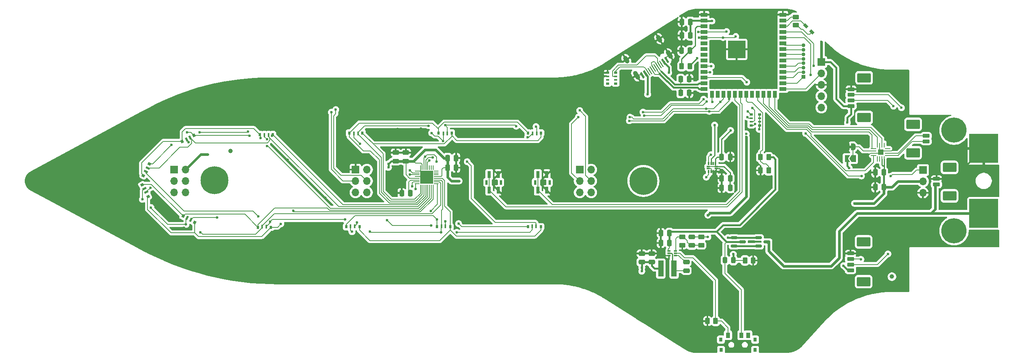
<source format=gbr>
%TF.GenerationSoftware,KiCad,Pcbnew,9.0.2*%
%TF.CreationDate,2025-07-07T16:25:27-05:00*%
%TF.ProjectId,Neoswordkicad,4e656f73-776f-4726-946b-696361642e6b,rev?*%
%TF.SameCoordinates,Original*%
%TF.FileFunction,Copper,L1,Top*%
%TF.FilePolarity,Positive*%
%FSLAX46Y46*%
G04 Gerber Fmt 4.6, Leading zero omitted, Abs format (unit mm)*
G04 Created by KiCad (PCBNEW 9.0.2) date 2025-07-07 16:25:27*
%MOMM*%
%LPD*%
G01*
G04 APERTURE LIST*
G04 Aperture macros list*
%AMRoundRect*
0 Rectangle with rounded corners*
0 $1 Rounding radius*
0 $2 $3 $4 $5 $6 $7 $8 $9 X,Y pos of 4 corners*
0 Add a 4 corners polygon primitive as box body*
4,1,4,$2,$3,$4,$5,$6,$7,$8,$9,$2,$3,0*
0 Add four circle primitives for the rounded corners*
1,1,$1+$1,$2,$3*
1,1,$1+$1,$4,$5*
1,1,$1+$1,$6,$7*
1,1,$1+$1,$8,$9*
0 Add four rect primitives between the rounded corners*
20,1,$1+$1,$2,$3,$4,$5,0*
20,1,$1+$1,$4,$5,$6,$7,0*
20,1,$1+$1,$6,$7,$8,$9,0*
20,1,$1+$1,$8,$9,$2,$3,0*%
%AMHorizOval*
0 Thick line with rounded ends*
0 $1 width*
0 $2 $3 position (X,Y) of the first rounded end (center of the circle)*
0 $4 $5 position (X,Y) of the second rounded end (center of the circle)*
0 Add line between two ends*
20,1,$1,$2,$3,$4,$5,0*
0 Add two circle primitives to create the rounded ends*
1,1,$1,$2,$3*
1,1,$1,$4,$5*%
%AMRotRect*
0 Rectangle, with rotation*
0 The origin of the aperture is its center*
0 $1 length*
0 $2 width*
0 $3 Rotation angle, in degrees counterclockwise*
0 Add horizontal line*
21,1,$1,$2,0,0,$3*%
%AMFreePoly0*
4,1,6,1.000000,0.000000,0.500000,-0.750000,-0.500000,-0.750000,-0.500000,0.750000,0.500000,0.750000,1.000000,0.000000,1.000000,0.000000,$1*%
%AMFreePoly1*
4,1,6,0.500000,-0.750000,-0.650000,-0.750000,-0.150000,0.000000,-0.650000,0.750000,0.500000,0.750000,0.500000,-0.750000,0.500000,-0.750000,$1*%
%AMFreePoly2*
4,1,23,0.500000,-0.750000,0.000000,-0.750000,0.000000,-0.745722,-0.065263,-0.745722,-0.191342,-0.711940,-0.304381,-0.646677,-0.396677,-0.554381,-0.461940,-0.441342,-0.495722,-0.315263,-0.495722,-0.250000,-0.500000,-0.250000,-0.500000,0.250000,-0.495722,0.250000,-0.495722,0.315263,-0.461940,0.441342,-0.396677,0.554381,-0.304381,0.646677,-0.191342,0.711940,-0.065263,0.745722,0.000000,0.745722,
0.000000,0.750000,0.500000,0.750000,0.500000,-0.750000,0.500000,-0.750000,$1*%
%AMFreePoly3*
4,1,23,0.000000,0.745722,0.065263,0.745722,0.191342,0.711940,0.304381,0.646677,0.396677,0.554381,0.461940,0.441342,0.495722,0.315263,0.495722,0.250000,0.500000,0.250000,0.500000,-0.250000,0.495722,-0.250000,0.495722,-0.315263,0.461940,-0.441342,0.396677,-0.554381,0.304381,-0.646677,0.191342,-0.711940,0.065263,-0.745722,0.000000,-0.745722,0.000000,-0.750000,-0.500000,-0.750000,
-0.500000,0.750000,0.000000,0.750000,0.000000,0.745722,0.000000,0.745722,$1*%
G04 Aperture macros list end*
%TA.AperFunction,EtchedComponent*%
%ADD10C,0.000000*%
%TD*%
%TA.AperFunction,SMDPad,CuDef*%
%ADD11RotRect,0.250000X1.400000X212.500000*%
%TD*%
%TA.AperFunction,SMDPad,CuDef*%
%ADD12RotRect,0.220000X1.600000X212.500000*%
%TD*%
%TA.AperFunction,ComponentPad*%
%ADD13HorizOval,1.000000X-0.295515X0.463865X0.295515X-0.463865X0*%
%TD*%
%TA.AperFunction,ComponentPad*%
%ADD14HorizOval,1.000000X-0.214920X0.337357X0.214920X-0.337357X0*%
%TD*%
%TA.AperFunction,ComponentPad*%
%ADD15C,6.200000*%
%TD*%
%TA.AperFunction,SMDPad,CuDef*%
%ADD16RoundRect,0.200000X0.600000X-0.200000X0.600000X0.200000X-0.600000X0.200000X-0.600000X-0.200000X0*%
%TD*%
%TA.AperFunction,SMDPad,CuDef*%
%ADD17RoundRect,0.250001X1.249999X-0.799999X1.249999X0.799999X-1.249999X0.799999X-1.249999X-0.799999X0*%
%TD*%
%TA.AperFunction,SMDPad,CuDef*%
%ADD18RoundRect,0.250000X-0.262500X-0.450000X0.262500X-0.450000X0.262500X0.450000X-0.262500X0.450000X0*%
%TD*%
%TA.AperFunction,SMDPad,CuDef*%
%ADD19R,1.500000X0.900000*%
%TD*%
%TA.AperFunction,SMDPad,CuDef*%
%ADD20R,0.900000X1.500000*%
%TD*%
%TA.AperFunction,HeatsinkPad*%
%ADD21C,0.600000*%
%TD*%
%TA.AperFunction,SMDPad,CuDef*%
%ADD22R,3.900000X3.900000*%
%TD*%
%TA.AperFunction,SMDPad,CuDef*%
%ADD23RoundRect,0.250000X-0.250000X-0.475000X0.250000X-0.475000X0.250000X0.475000X-0.250000X0.475000X0*%
%TD*%
%TA.AperFunction,ComponentPad*%
%ADD24R,1.700000X1.700000*%
%TD*%
%TA.AperFunction,ComponentPad*%
%ADD25O,1.700000X1.700000*%
%TD*%
%TA.AperFunction,SMDPad,CuDef*%
%ADD26RoundRect,0.250000X-0.450000X0.262500X-0.450000X-0.262500X0.450000X-0.262500X0.450000X0.262500X0*%
%TD*%
%TA.AperFunction,SMDPad,CuDef*%
%ADD27R,0.600000X0.700000*%
%TD*%
%TA.AperFunction,SMDPad,CuDef*%
%ADD28R,0.440000X0.900000*%
%TD*%
%TA.AperFunction,SMDPad,CuDef*%
%ADD29RoundRect,0.243750X-0.243750X-0.456250X0.243750X-0.456250X0.243750X0.456250X-0.243750X0.456250X0*%
%TD*%
%TA.AperFunction,SMDPad,CuDef*%
%ADD30R,0.500000X1.000000*%
%TD*%
%TA.AperFunction,SMDPad,CuDef*%
%ADD31R,0.800000X1.500000*%
%TD*%
%TA.AperFunction,ComponentPad*%
%ADD32C,5.600000*%
%TD*%
%TA.AperFunction,SMDPad,CuDef*%
%ADD33RoundRect,0.250000X-0.475000X0.250000X-0.475000X-0.250000X0.475000X-0.250000X0.475000X0.250000X0*%
%TD*%
%TA.AperFunction,SMDPad,CuDef*%
%ADD34RoundRect,0.250000X0.475000X-0.250000X0.475000X0.250000X-0.475000X0.250000X-0.475000X-0.250000X0*%
%TD*%
%TA.AperFunction,SMDPad,CuDef*%
%ADD35RoundRect,0.062500X-0.512500X-0.062500X0.512500X-0.062500X0.512500X0.062500X-0.512500X0.062500X0*%
%TD*%
%TA.AperFunction,SMDPad,CuDef*%
%ADD36RoundRect,0.062500X-0.062500X-0.512500X0.062500X-0.512500X0.062500X0.512500X-0.062500X0.512500X0*%
%TD*%
%TA.AperFunction,SMDPad,CuDef*%
%ADD37RoundRect,0.062500X-0.062500X-0.487500X0.062500X-0.487500X0.062500X0.487500X-0.062500X0.487500X0*%
%TD*%
%TA.AperFunction,HeatsinkPad*%
%ADD38R,1.230000X1.230000*%
%TD*%
%TA.AperFunction,SMDPad,CuDef*%
%ADD39R,0.800000X0.500000*%
%TD*%
%TA.AperFunction,SMDPad,CuDef*%
%ADD40R,0.800000X0.400000*%
%TD*%
%TA.AperFunction,SMDPad,CuDef*%
%ADD41RoundRect,0.150000X-0.587500X-0.150000X0.587500X-0.150000X0.587500X0.150000X-0.587500X0.150000X0*%
%TD*%
%TA.AperFunction,SMDPad,CuDef*%
%ADD42RoundRect,0.250000X0.262500X0.450000X-0.262500X0.450000X-0.262500X-0.450000X0.262500X-0.450000X0*%
%TD*%
%TA.AperFunction,SMDPad,CuDef*%
%ADD43R,6.400000X6.400000*%
%TD*%
%TA.AperFunction,ComponentPad*%
%ADD44R,0.850000X0.850000*%
%TD*%
%TA.AperFunction,ComponentPad*%
%ADD45O,0.850000X0.850000*%
%TD*%
%TA.AperFunction,SMDPad,CuDef*%
%ADD46RoundRect,0.250001X-1.249999X0.799999X-1.249999X-0.799999X1.249999X-0.799999X1.249999X0.799999X0*%
%TD*%
%TA.AperFunction,SMDPad,CuDef*%
%ADD47RoundRect,0.200000X-0.600000X0.200000X-0.600000X-0.200000X0.600000X-0.200000X0.600000X0.200000X0*%
%TD*%
%TA.AperFunction,SMDPad,CuDef*%
%ADD48RotRect,0.600000X0.700000X243.000000*%
%TD*%
%TA.AperFunction,SMDPad,CuDef*%
%ADD49RotRect,0.440000X0.900000X243.000000*%
%TD*%
%TA.AperFunction,SMDPad,CuDef*%
%ADD50RoundRect,0.250000X0.250000X0.475000X-0.250000X0.475000X-0.250000X-0.475000X0.250000X-0.475000X0*%
%TD*%
%TA.AperFunction,SMDPad,CuDef*%
%ADD51C,1.000000*%
%TD*%
%TA.AperFunction,SMDPad,CuDef*%
%ADD52R,0.375000X0.700000*%
%TD*%
%TA.AperFunction,SMDPad,CuDef*%
%ADD53R,0.700000X0.350000*%
%TD*%
%TA.AperFunction,SMDPad,CuDef*%
%ADD54R,0.350000X0.700000*%
%TD*%
%TA.AperFunction,SMDPad,CuDef*%
%ADD55RotRect,0.600000X0.700000X332.000000*%
%TD*%
%TA.AperFunction,SMDPad,CuDef*%
%ADD56RotRect,0.440000X0.900000X332.000000*%
%TD*%
%TA.AperFunction,SMDPad,CuDef*%
%ADD57FreePoly0,180.000000*%
%TD*%
%TA.AperFunction,SMDPad,CuDef*%
%ADD58FreePoly1,180.000000*%
%TD*%
%TA.AperFunction,SMDPad,CuDef*%
%ADD59FreePoly2,0.000000*%
%TD*%
%TA.AperFunction,SMDPad,CuDef*%
%ADD60FreePoly3,0.000000*%
%TD*%
%TA.AperFunction,SMDPad,CuDef*%
%ADD61RotRect,1.000000X0.600000X315.000000*%
%TD*%
%TA.AperFunction,SMDPad,CuDef*%
%ADD62RoundRect,0.087500X-0.250000X-0.087500X0.250000X-0.087500X0.250000X0.087500X-0.250000X0.087500X0*%
%TD*%
%TA.AperFunction,SMDPad,CuDef*%
%ADD63R,0.900000X1.250000*%
%TD*%
%TA.AperFunction,SMDPad,CuDef*%
%ADD64R,0.800000X0.900000*%
%TD*%
%TA.AperFunction,SMDPad,CuDef*%
%ADD65RotRect,0.600000X0.700000X208.000000*%
%TD*%
%TA.AperFunction,SMDPad,CuDef*%
%ADD66RotRect,0.440000X0.900000X208.000000*%
%TD*%
%TA.AperFunction,SMDPad,CuDef*%
%ADD67RoundRect,0.050000X0.050000X-0.450000X0.050000X0.450000X-0.050000X0.450000X-0.050000X-0.450000X0*%
%TD*%
%TA.AperFunction,SMDPad,CuDef*%
%ADD68RoundRect,0.050000X0.450000X-0.050000X0.450000X0.050000X-0.450000X0.050000X-0.450000X-0.050000X0*%
%TD*%
%TA.AperFunction,HeatsinkPad*%
%ADD69R,2.900000X2.900000*%
%TD*%
%TA.AperFunction,SMDPad,CuDef*%
%ADD70R,1.150000X3.600000*%
%TD*%
%TA.AperFunction,SMDPad,CuDef*%
%ADD71RotRect,0.600000X0.700000X297.000000*%
%TD*%
%TA.AperFunction,SMDPad,CuDef*%
%ADD72RotRect,0.440000X0.900000X297.000000*%
%TD*%
%TA.AperFunction,ViaPad*%
%ADD73C,0.600000*%
%TD*%
%TA.AperFunction,Conductor*%
%ADD74C,0.600000*%
%TD*%
%TA.AperFunction,Conductor*%
%ADD75C,0.200000*%
%TD*%
%TA.AperFunction,Conductor*%
%ADD76C,0.150000*%
%TD*%
%TA.AperFunction,Conductor*%
%ADD77C,0.250000*%
%TD*%
%TA.AperFunction,Conductor*%
%ADD78C,0.400000*%
%TD*%
%TA.AperFunction,Conductor*%
%ADD79C,0.438400*%
%TD*%
G04 APERTURE END LIST*
D10*
%TA.AperFunction,EtchedComponent*%
%TO.C,JP4*%
G36*
X226000000Y-98400000D02*
G01*
X225500000Y-98400000D01*
X225500000Y-97800000D01*
X226000000Y-97800000D01*
X226000000Y-98400000D01*
G37*
%TD.AperFunction*%
%TD*%
D11*
%TO.P,J11,A1,GND*%
%TO.N,VSS*%
X185036685Y-78660152D03*
%TO.P,J11,A4,VBUS*%
%TO.N,+5V*%
X184361972Y-79089992D03*
D12*
%TO.P,J11,A5,CC1*%
%TO.N,Net-(J11-CC1)*%
X183340379Y-79859387D03*
%TO.P,J11,A6,D+*%
%TO.N,/D+*%
X182496986Y-80396688D03*
%TO.P,J11,A7,D-*%
%TO.N,/D-*%
X182075291Y-80665337D03*
%TO.P,J11,A8,SBU1*%
%TO.N,unconnected-(J11-SBU1-PadA8)*%
X183762073Y-79590739D03*
D11*
%TO.P,J11,A9,VBUS*%
%TO.N,+5V*%
X180102845Y-81803354D03*
%TO.P,J11,A12,GND*%
%TO.N,VSS*%
X179428133Y-82233194D03*
%TO.P,J11,B1,GND*%
X179638979Y-82098870D03*
%TO.P,J11,B4,VBUS*%
%TO.N,+5V*%
X180313693Y-81669030D03*
D12*
%TO.P,J11,B5,CC2*%
%TO.N,Net-(J11-CC2)*%
X180810204Y-81471287D03*
%TO.P,J11,B6,D+*%
%TO.N,/D+*%
X181653593Y-80933988D03*
%TO.P,J11,B7,D-*%
%TO.N,/D-*%
X182918683Y-80128038D03*
%TO.P,J11,B8,SBU2*%
%TO.N,unconnected-(J11-SBU2-PadB8)*%
X181231900Y-81202636D03*
D11*
%TO.P,J11,B9,VBUS*%
%TO.N,+5V*%
X184151125Y-79224318D03*
%TO.P,J11,B12,GND*%
%TO.N,VSS*%
X184825837Y-78794477D03*
D13*
%TO.P,J11,S1,SHIELD*%
X185499750Y-77535165D03*
D14*
X183269956Y-74035092D03*
X175983055Y-78677358D03*
D13*
X178212848Y-82177433D03*
%TD*%
D15*
%TO.P,H4,1*%
%TO.N,N/C*%
X84400000Y-105525000D03*
%TD*%
D16*
%TO.P,J12,1,Pin_1*%
%TO.N,BattPos*%
X244900000Y-106475000D03*
%TO.P,J12,2,Pin_2*%
%TO.N,VSS*%
X244900000Y-105225000D03*
D17*
%TO.P,J12,MP*%
%TO.N,N/C*%
X247800000Y-109025000D03*
X247800000Y-102675000D03*
%TD*%
D18*
%TO.P,R8,1*%
%TO.N,Net-(U1-EN)*%
X188275000Y-80150000D03*
%TO.P,R8,2*%
%TO.N,3v3*%
X190100000Y-80150000D03*
%TD*%
D19*
%TO.P,U1,1,GND*%
%TO.N,VSS*%
X193250000Y-68680000D03*
%TO.P,U1,2,3V3*%
%TO.N,3v3*%
X193250000Y-69950000D03*
%TO.P,U1,3,EN*%
%TO.N,Net-(U1-EN)*%
X193250000Y-71220000D03*
%TO.P,U1,4,IO4*%
%TO.N,SDA2*%
X193250000Y-72490000D03*
%TO.P,U1,5,IO5*%
%TO.N,SCL2*%
X193250000Y-73760000D03*
%TO.P,U1,6,IO6*%
%TO.N,unconnected-(U1-IO6-Pad6)*%
X193250000Y-75030000D03*
%TO.P,U1,7,IO7*%
%TO.N,unconnected-(U1-IO7-Pad7)*%
X193250000Y-76300000D03*
%TO.P,U1,8,IO15*%
%TO.N,unconnected-(U1-IO15-Pad8)*%
X193250000Y-77570000D03*
%TO.P,U1,9,IO16*%
%TO.N,unconnected-(U1-IO16-Pad9)*%
X193250000Y-78840000D03*
%TO.P,U1,10,IO17*%
%TO.N,LEDen*%
X193250000Y-80110000D03*
%TO.P,U1,11,IO18*%
%TO.N,LEDint*%
X193250000Y-81380000D03*
%TO.P,U1,12,IO8*%
%TO.N,LEDout*%
X193250000Y-82650000D03*
%TO.P,U1,13,USB_D-*%
%TO.N,/D-*%
X193250000Y-83920000D03*
%TO.P,U1,14,USB_D+*%
%TO.N,/D+*%
X193250000Y-85190000D03*
D20*
%TO.P,U1,15,IO3*%
%TO.N,ACT*%
X195015000Y-86440000D03*
%TO.P,U1,16,IO46*%
%TO.N,unconnected-(U1-IO46-Pad16)*%
X196285000Y-86440000D03*
%TO.P,U1,17,IO9*%
%TO.N,SDA*%
X197555000Y-86440000D03*
%TO.P,U1,18,IO10*%
%TO.N,SCL*%
X198825000Y-86440000D03*
%TO.P,U1,19,IO11*%
%TO.N,Sound*%
X200095000Y-86440000D03*
%TO.P,U1,20,IO12*%
%TO.N,Lights*%
X201365000Y-86440000D03*
%TO.P,U1,21,IO13*%
%TO.N,Net-(U1-IO13)*%
X202635000Y-86440000D03*
%TO.P,U1,22,IO14*%
%TO.N,unconnected-(U1-IO14-Pad22)*%
X203905000Y-86440000D03*
%TO.P,U1,23,IO21*%
%TO.N,SD*%
X205175000Y-86440000D03*
%TO.P,U1,24,IO47*%
%TO.N,Din*%
X206445000Y-86440000D03*
%TO.P,U1,25,IO48*%
%TO.N,BitClk*%
X207715000Y-86440000D03*
%TO.P,U1,26,IO45*%
%TO.N,LRClk*%
X208985000Y-86440000D03*
D19*
%TO.P,U1,27,IO0*%
%TO.N,Boot*%
X210750000Y-85190000D03*
%TO.P,U1,28,IO35*%
%TO.N,Net-(J5-Pin_1)*%
X210750000Y-83920000D03*
%TO.P,U1,29,IO36*%
%TO.N,Net-(J5-Pin_2)*%
X210750000Y-82650000D03*
%TO.P,U1,30,IO37*%
%TO.N,Net-(J5-Pin_3)*%
X210750000Y-81380000D03*
%TO.P,U1,31,IO38*%
%TO.N,Net-(J5-Pin_4)*%
X210750000Y-80110000D03*
%TO.P,U1,32,IO39*%
%TO.N,Net-(J5-Pin_5)*%
X210750000Y-78840000D03*
%TO.P,U1,33,IO40*%
%TO.N,Net-(J5-Pin_6)*%
X210750000Y-77570000D03*
%TO.P,U1,34,IO41*%
%TO.N,Net-(J5-Pin_7)*%
X210750000Y-76300000D03*
%TO.P,U1,35,IO42*%
%TO.N,Net-(J5-Pin_8)*%
X210750000Y-75030000D03*
%TO.P,U1,36,RXD0*%
%TO.N,RX*%
X210750000Y-73760000D03*
%TO.P,U1,37,TXD0*%
%TO.N,TX*%
X210750000Y-72490000D03*
%TO.P,U1,38,IO2*%
%TO.N,Net-(D14-K)*%
X210750000Y-71220000D03*
%TO.P,U1,39,IO1*%
%TO.N,Net-(U1-IO1)*%
X210750000Y-69950000D03*
%TO.P,U1,40,GND*%
%TO.N,VSS*%
X210750000Y-68680000D03*
D21*
%TO.P,U1,41,GND*%
X199100000Y-75700000D03*
X199100000Y-77100000D03*
X199800000Y-75000000D03*
X199800000Y-76400000D03*
X199800000Y-77800000D03*
X200500000Y-75700000D03*
D22*
X200500000Y-76400000D03*
D21*
X200500000Y-77100000D03*
X201200000Y-75000000D03*
X201200000Y-76400000D03*
X201200000Y-77800000D03*
X201900000Y-75700000D03*
X201900000Y-77100000D03*
%TD*%
D23*
%TO.P,C19,1*%
%TO.N,VSS*%
X197162500Y-105100000D03*
%TO.P,C19,2*%
%TO.N,3v3*%
X199062500Y-105100000D03*
%TD*%
D24*
%TO.P,J10,1,Pin_1*%
%TO.N,3v3*%
X219300000Y-79200000D03*
D25*
%TO.P,J10,2,Pin_2*%
%TO.N,Boot*%
X219300000Y-81740000D03*
%TO.P,J10,3,Pin_3*%
%TO.N,VSS*%
X219300000Y-84280000D03*
%TO.P,J10,4,Pin_4*%
%TO.N,TX*%
X219300000Y-86820000D03*
%TO.P,J10,5,Pin_5*%
%TO.N,RX*%
X219300000Y-89360000D03*
%TD*%
D26*
%TO.P,R5,1*%
%TO.N,Net-(U1-IO1)*%
X213600000Y-69187500D03*
%TO.P,R5,2*%
%TO.N,Net-(D14-A)*%
X213600000Y-71012500D03*
%TD*%
D24*
%TO.P,J7,1,Pin_1*%
%TO.N,VSS*%
X165600000Y-103161482D03*
D25*
%TO.P,J7,2,Pin_2*%
%TO.N,3v3*%
X168140000Y-103161482D03*
%TO.P,J7,3,Pin_3*%
%TO.N,SCL2*%
X165600000Y-105701482D03*
%TO.P,J7,4,Pin_4*%
%TO.N,SDA2*%
X168140000Y-105701482D03*
%TO.P,J7,5,Pin_5*%
%TO.N,unconnected-(J7-Pin_5-Pad5)*%
X165600000Y-108241482D03*
%TO.P,J7,6,Pin_6*%
%TO.N,unconnected-(J7-Pin_6-Pad6)*%
X168140000Y-108241482D03*
%TD*%
D23*
%TO.P,C8,1*%
%TO.N,VSS*%
X126050000Y-108400000D03*
%TO.P,C8,2*%
%TO.N,Net-(U3-CBP)*%
X127950000Y-108400000D03*
%TD*%
D27*
%TO.P,D12,1,R*%
%TO.N,R3*%
X134230000Y-95000000D03*
D28*
%TO.P,D12,2,A*%
%TO.N,C2*%
X135300000Y-95100000D03*
%TO.P,D12,3,G*%
%TO.N,R2*%
X136200000Y-95100000D03*
D27*
%TO.P,D12,4,B*%
%TO.N,R1*%
X137150000Y-95000000D03*
%TD*%
D29*
%TO.P,D1,1,K*%
%TO.N,vBat*%
X197862500Y-123350000D03*
%TO.P,D1,2,A*%
%TO.N,+5V*%
X199737500Y-123350000D03*
%TD*%
D30*
%TO.P,SW4,*%
%TO.N,*%
X155703331Y-106008449D03*
X158903331Y-106008449D03*
D31*
%TO.P,SW4,1,A*%
%TO.N,Sound*%
X156303331Y-107758449D03*
X156303331Y-104258449D03*
%TO.P,SW4,2,B*%
%TO.N,VSS*%
X158303331Y-107758449D03*
X158303331Y-104258449D03*
%TD*%
D32*
%TO.P,H1,1*%
%TO.N,N/C*%
X248800000Y-94400000D03*
%TD*%
D33*
%TO.P,C21,1*%
%TO.N,3v3*%
X190500000Y-118150000D03*
%TO.P,C21,2*%
%TO.N,Net-(U6-VFB)*%
X190500000Y-120050000D03*
%TD*%
D27*
%TO.P,D3,1,R*%
%TO.N,R12*%
X136826666Y-115900000D03*
D28*
%TO.P,D3,2,A*%
%TO.N,C2*%
X135756666Y-115800000D03*
%TO.P,D3,3,G*%
%TO.N,R11*%
X134856666Y-115800000D03*
D27*
%TO.P,D3,4,B*%
%TO.N,R9*%
X133906666Y-115900000D03*
%TD*%
D34*
%TO.P,C22,1*%
%TO.N,3v3*%
X179400000Y-123750000D03*
%TO.P,C22,2*%
%TO.N,VSS*%
X179400000Y-121850000D03*
%TD*%
D35*
%TO.P,U2,1,DIN*%
%TO.N,Din*%
X230940000Y-98510000D03*
%TO.P,U2,2,GAIN_SLOT*%
%TO.N,Net-(JP1-A)*%
X230940000Y-99010000D03*
%TO.P,U2,3,GND*%
%TO.N,VSS*%
X230940000Y-99510000D03*
%TO.P,U2,4,~{SD_MODE}*%
%TO.N,SD*%
X230940000Y-100010000D03*
D36*
%TO.P,U2,5,NC*%
%TO.N,unconnected-(U2-NC-Pad5)*%
X231740000Y-100810000D03*
%TO.P,U2,6,NC*%
%TO.N,unconnected-(U2-NC-Pad6)*%
X232240000Y-100810000D03*
%TO.P,U2,7,VDD*%
%TO.N,3v3*%
X232740000Y-100810000D03*
%TO.P,U2,8,VDD*%
X233240000Y-100810000D03*
D35*
%TO.P,U2,9,OUTP*%
%TO.N,Net-(J3-Pin_2)*%
X234040000Y-100010000D03*
%TO.P,U2,10,OUTN*%
%TO.N,Net-(J3-Pin_1)*%
X234040000Y-99510000D03*
%TO.P,U2,11,GND*%
%TO.N,VSS*%
X234040000Y-99010000D03*
%TO.P,U2,12,NC*%
%TO.N,unconnected-(U2-NC-Pad12)*%
X234040000Y-98510000D03*
D37*
%TO.P,U2,13,NC*%
%TO.N,unconnected-(U2-NC-Pad13)*%
X233240000Y-97710000D03*
%TO.P,U2,14,LRCLK*%
%TO.N,LRClk*%
X232740000Y-97710000D03*
%TO.P,U2,15,GND*%
%TO.N,VSS*%
X232240000Y-97710000D03*
%TO.P,U2,16,BCLK*%
%TO.N,BitClk*%
X231740000Y-97710000D03*
D38*
%TO.P,U2,17,PAD*%
%TO.N,VSS*%
X232490000Y-99260000D03*
%TD*%
D34*
%TO.P,C4,1*%
%TO.N,3v3*%
X126970000Y-101280000D03*
%TO.P,C4,2*%
%TO.N,VSS*%
X126970000Y-99380000D03*
%TD*%
D39*
%TO.P,RN1,1,R1.1*%
%TO.N,VSS*%
X171800000Y-81600000D03*
D40*
%TO.P,RN1,2,R2.1*%
X171800000Y-82400000D03*
%TO.P,RN1,3,R3.1*%
%TO.N,unconnected-(RN1-R3.1-Pad3)*%
X171800000Y-83200000D03*
D39*
%TO.P,RN1,4,R4.1*%
%TO.N,unconnected-(RN1-R4.1-Pad4)*%
X171800000Y-84000000D03*
%TO.P,RN1,5,R4.2*%
%TO.N,unconnected-(RN1-R4.2-Pad5)*%
X173600000Y-84000000D03*
D40*
%TO.P,RN1,6,R3.2*%
%TO.N,unconnected-(RN1-R3.2-Pad6)*%
X173600000Y-83200000D03*
%TO.P,RN1,7,R2.2*%
%TO.N,Net-(J11-CC1)*%
X173600000Y-82400000D03*
D39*
%TO.P,RN1,8,R1.2*%
%TO.N,Net-(J11-CC2)*%
X173600000Y-81600000D03*
%TD*%
D41*
%TO.P,Q2,1,G*%
%TO.N,+5V*%
X199900000Y-118300000D03*
%TO.P,Q2,2,S*%
%TO.N,Net-(Q1-S)*%
X199900000Y-120200000D03*
%TO.P,Q2,3,D*%
%TO.N,vBat*%
X201775000Y-119250000D03*
%TD*%
D27*
%TO.P,D8,1,R*%
%TO.N,R6*%
X94480000Y-95350000D03*
D28*
%TO.P,D8,2,A*%
%TO.N,C1*%
X95550000Y-95450000D03*
%TO.P,D8,3,G*%
%TO.N,R5*%
X96450000Y-95450000D03*
D27*
%TO.P,D8,4,B*%
%TO.N,R4*%
X97400000Y-95350000D03*
%TD*%
D16*
%TO.P,J6,1,Pin_1*%
%TO.N,3v3*%
X225925000Y-89025000D03*
%TO.P,J6,2,Pin_2*%
%TO.N,SDA2*%
X225925000Y-87775000D03*
%TO.P,J6,3,Pin_3*%
%TO.N,SCL2*%
X225925000Y-86525000D03*
%TO.P,J6,4,Pin_4*%
%TO.N,VSS*%
X225925000Y-85275000D03*
D17*
%TO.P,J6,MP*%
%TO.N,N/C*%
X228825000Y-91575000D03*
X228825000Y-82725000D03*
%TD*%
D18*
%TO.P,R1,1*%
%TO.N,+5V*%
X202337500Y-123400000D03*
%TO.P,R1,2*%
%TO.N,VSS*%
X204162500Y-123400000D03*
%TD*%
D23*
%TO.P,C7,1*%
%TO.N,3v3*%
X136250000Y-102750000D03*
%TO.P,C7,2*%
%TO.N,VSS*%
X138150000Y-102750000D03*
%TD*%
D42*
%TO.P,R4,1*%
%TO.N,BuckEn*%
X195812500Y-136900000D03*
%TO.P,R4,2*%
%TO.N,VSS*%
X193987500Y-136900000D03*
%TD*%
D18*
%TO.P,R7,1*%
%TO.N,VSS*%
X205775000Y-103350000D03*
%TO.P,R7,2*%
%TO.N,Net-(U1-IO13)*%
X207600000Y-103350000D03*
%TD*%
D34*
%TO.P,C23,1*%
%TO.N,3v3*%
X181600000Y-123750000D03*
%TO.P,C23,2*%
%TO.N,VSS*%
X181600000Y-121850000D03*
%TD*%
D43*
%TO.P,J1,1,Pin_1*%
%TO.N,BattPos*%
X255400000Y-112936482D03*
%TO.P,J1,2,Pin_2*%
%TO.N,VSS*%
X255400000Y-98436482D03*
%TD*%
D44*
%TO.P,J5,1,Pin_1*%
%TO.N,Net-(J5-Pin_1)*%
X215300000Y-82500000D03*
D45*
%TO.P,J5,2,Pin_2*%
%TO.N,Net-(J5-Pin_2)*%
X215300000Y-81500000D03*
%TO.P,J5,3,Pin_3*%
%TO.N,Net-(J5-Pin_3)*%
X215300000Y-80500000D03*
%TO.P,J5,4,Pin_4*%
%TO.N,Net-(J5-Pin_4)*%
X215300000Y-79500000D03*
%TO.P,J5,5,Pin_5*%
%TO.N,Net-(J5-Pin_5)*%
X215300000Y-78500000D03*
%TO.P,J5,6,Pin_6*%
%TO.N,Net-(J5-Pin_6)*%
X215300000Y-77500000D03*
%TO.P,J5,7,Pin_7*%
%TO.N,Net-(J5-Pin_7)*%
X215300000Y-76500000D03*
%TO.P,J5,8,Pin_8*%
%TO.N,Net-(J5-Pin_8)*%
X215300000Y-75500000D03*
%TD*%
D46*
%TO.P,J3,MP*%
%TO.N,N/C*%
X239700000Y-99450000D03*
X239700000Y-93100000D03*
D47*
%TO.P,J3,2,Pin_2*%
%TO.N,Net-(J3-Pin_2)*%
X242600000Y-96900000D03*
%TO.P,J3,1,Pin_1*%
%TO.N,Net-(J3-Pin_1)*%
X242600000Y-95650000D03*
%TD*%
D39*
%TO.P,RN4,1,R1.1*%
%TO.N,SCL*%
X203750000Y-90925000D03*
D40*
%TO.P,RN4,2,R2.1*%
%TO.N,SDA*%
X203750000Y-91725000D03*
%TO.P,RN4,3,R3.1*%
%TO.N,SCL2*%
X203750000Y-92525000D03*
D39*
%TO.P,RN4,4,R4.1*%
%TO.N,SDA2*%
X203750000Y-93325000D03*
%TO.P,RN4,5,R4.2*%
%TO.N,3v3*%
X205550000Y-93325000D03*
D40*
%TO.P,RN4,6,R3.2*%
X205550000Y-92525000D03*
%TO.P,RN4,7,R2.2*%
X205550000Y-91725000D03*
D39*
%TO.P,RN4,8,R1.2*%
X205550000Y-90925000D03*
%TD*%
D23*
%TO.P,C15,1*%
%TO.N,/D-*%
X188050000Y-83000000D03*
%TO.P,C15,2*%
%TO.N,VSS*%
X189950000Y-83000000D03*
%TD*%
D48*
%TO.P,D10,1,R*%
%TO.N,R6*%
X68621787Y-104513227D03*
D49*
%TO.P,D10,2,A*%
%TO.N,C3*%
X69196657Y-103605250D03*
%TO.P,D10,3,G*%
%TO.N,R5*%
X69605250Y-102803343D03*
D48*
%TO.P,D10,4,B*%
%TO.N,R4*%
X69947439Y-101911488D03*
%TD*%
D50*
%TO.P,C14,1*%
%TO.N,vBat*%
X185550000Y-119500000D03*
%TO.P,C14,2*%
%TO.N,VSS*%
X183650000Y-119500000D03*
%TD*%
D51*
%TO.P,REF\u002A\u002A,*%
%TO.N,*%
X235000000Y-127000000D03*
%TD*%
D27*
%TO.P,D4,1,R*%
%TO.N,R12*%
X116653333Y-115900000D03*
D28*
%TO.P,D4,2,A*%
%TO.N,C3*%
X115583333Y-115800000D03*
%TO.P,D4,3,G*%
%TO.N,R11*%
X114683333Y-115800000D03*
D27*
%TO.P,D4,4,B*%
%TO.N,R9*%
X113733333Y-115900000D03*
%TD*%
D23*
%TO.P,C13,1*%
%TO.N,VSS*%
X188300000Y-73300000D03*
%TO.P,C13,2*%
%TO.N,3v3*%
X190200000Y-73300000D03*
%TD*%
D16*
%TO.P,J8,1,Pin_1*%
%TO.N,3v3*%
X225800000Y-125575000D03*
%TO.P,J8,2,Pin_2*%
%TO.N,SDA2*%
X225800000Y-124325000D03*
%TO.P,J8,3,Pin_3*%
%TO.N,SCL2*%
X225800000Y-123075000D03*
%TO.P,J8,4,Pin_4*%
%TO.N,VSS*%
X225800000Y-121825000D03*
D17*
%TO.P,J8,MP*%
%TO.N,N/C*%
X228700000Y-128125000D03*
X228700000Y-119275000D03*
%TD*%
D52*
%TO.P,U4,1,SCL/SPC*%
%TO.N,SCL*%
X194287500Y-101775000D03*
D53*
%TO.P,U4,2,~{CS}*%
%TO.N,3v3*%
X194125000Y-102450000D03*
%TO.P,U4,3,SA0/SDO*%
%TO.N,VSS*%
X194125000Y-102950000D03*
D52*
%TO.P,U4,4,SDA/SDI*%
%TO.N,SDA*%
X194287500Y-103625000D03*
D54*
%TO.P,U4,5,RES*%
%TO.N,VSS*%
X194800000Y-103625000D03*
%TO.P,U4,6,GND*%
X195300000Y-103625000D03*
D52*
%TO.P,U4,7,GND*%
X195812500Y-103625000D03*
D53*
%TO.P,U4,8,GND*%
X195975000Y-102950000D03*
%TO.P,U4,9,Vdd*%
%TO.N,3v3*%
X195975000Y-102450000D03*
D52*
%TO.P,U4,10,Vdd_IO*%
X195812500Y-101775000D03*
D54*
%TO.P,U4,11,INT2*%
%TO.N,unconnected-(U4-INT2-Pad11)*%
X195300000Y-101775000D03*
%TO.P,U4,12,INT1*%
%TO.N,ACT*%
X194800000Y-101775000D03*
%TD*%
D55*
%TO.P,D5,1,R*%
%TO.N,R8*%
X80046947Y-114911705D03*
D56*
%TO.P,D5,2,A*%
%TO.N,C1*%
X79149141Y-114321076D03*
%TO.P,D5,3,G*%
%TO.N,R10*%
X78354488Y-113898551D03*
D55*
%TO.P,D5,4,B*%
%TO.N,R7*%
X77468740Y-113540848D03*
%TD*%
D24*
%TO.P,J2,1,Pin_1*%
%TO.N,VSS*%
X75460000Y-103161482D03*
D25*
%TO.P,J2,2,Pin_2*%
%TO.N,3v3*%
X78000000Y-103161482D03*
%TO.P,J2,3,Pin_3*%
%TO.N,SCL2*%
X75460000Y-105701482D03*
%TO.P,J2,4,Pin_4*%
%TO.N,SDA2*%
X78000000Y-105701482D03*
%TO.P,J2,5,Pin_5*%
%TO.N,unconnected-(J2-Pin_5-Pad5)*%
X75460000Y-108241482D03*
%TO.P,J2,6,Pin_6*%
%TO.N,unconnected-(J2-Pin_6-Pad6)*%
X78000000Y-108241482D03*
%TD*%
D24*
%TO.P,J4,1,Pin_1*%
%TO.N,VSS*%
X115780000Y-103161482D03*
D25*
%TO.P,J4,2,Pin_2*%
%TO.N,3v3*%
X118320000Y-103161482D03*
%TO.P,J4,3,Pin_3*%
%TO.N,SCL2*%
X115780000Y-105701482D03*
%TO.P,J4,4,Pin_4*%
%TO.N,SDA2*%
X118320000Y-105701482D03*
%TO.P,J4,5,Pin_5*%
%TO.N,unconnected-(J4-Pin_5-Pad5)*%
X115780000Y-108241482D03*
%TO.P,J4,6,Pin_6*%
%TO.N,unconnected-(J4-Pin_6-Pad6)*%
X118320000Y-108241482D03*
%TD*%
D23*
%TO.P,C17,1*%
%TO.N,3v3*%
X197162500Y-100350000D03*
%TO.P,C17,2*%
%TO.N,VSS*%
X199062500Y-100350000D03*
%TD*%
D57*
%TO.P,JP1,1,A*%
%TO.N,Net-(JP1-A)*%
X226475000Y-100700000D03*
D58*
%TO.P,JP1,2,B*%
%TO.N,3v3*%
X225025000Y-100700000D03*
%TD*%
D59*
%TO.P,JP4,1,A*%
%TO.N,VSS*%
X225100000Y-98100000D03*
D60*
%TO.P,JP4,2,B*%
%TO.N,Net-(JP1-A)*%
X226400000Y-98100000D03*
%TD*%
D23*
%TO.P,C3,1*%
%TO.N,VSS*%
X231300000Y-107100000D03*
%TO.P,C3,2*%
%TO.N,3v3*%
X233200000Y-107100000D03*
%TD*%
D27*
%TO.P,D2,1,R*%
%TO.N,R12*%
X157000000Y-115900000D03*
D28*
%TO.P,D2,2,A*%
%TO.N,C1*%
X155930000Y-115800000D03*
%TO.P,D2,3,G*%
%TO.N,R11*%
X155030000Y-115800000D03*
D27*
%TO.P,D2,4,B*%
%TO.N,R9*%
X154080000Y-115900000D03*
%TD*%
D32*
%TO.P,H2,1*%
%TO.N,N/C*%
X248800000Y-116800000D03*
%TD*%
D61*
%TO.P,D14,1,K*%
%TO.N,Net-(D14-K)*%
X215797182Y-71126472D03*
%TO.P,D14,2,A*%
%TO.N,Net-(D14-A)*%
X217211396Y-72540686D03*
%TD*%
D27*
%TO.P,D7,1,R*%
%TO.N,R8*%
X97000000Y-116000000D03*
D28*
%TO.P,D7,2,A*%
%TO.N,C3*%
X95930000Y-115900000D03*
%TO.P,D7,3,G*%
%TO.N,R10*%
X95030000Y-115900000D03*
D27*
%TO.P,D7,4,B*%
%TO.N,R7*%
X94080000Y-116000000D03*
%TD*%
D18*
%TO.P,R6,1*%
%TO.N,Net-(U1-IO13)*%
X205775000Y-100400000D03*
%TO.P,R6,2*%
%TO.N,vBat*%
X207600000Y-100400000D03*
%TD*%
D23*
%TO.P,C1,1*%
%TO.N,VSS*%
X188200000Y-76700000D03*
%TO.P,C1,2*%
%TO.N,Net-(U1-EN)*%
X190100000Y-76700000D03*
%TD*%
D26*
%TO.P,R2,1*%
%TO.N,3v3*%
X192600000Y-118187500D03*
%TO.P,R2,2*%
%TO.N,Net-(U6-VFB)*%
X192600000Y-120012500D03*
%TD*%
D33*
%TO.P,C20,1*%
%TO.N,Net-(U6-VBST)*%
X189300000Y-123750000D03*
%TO.P,C20,2*%
%TO.N,Net-(U6-SW)*%
X189300000Y-125650000D03*
%TD*%
D30*
%TO.P,SW3,*%
%TO.N,*%
X144903331Y-106008449D03*
X148103331Y-106008449D03*
D31*
%TO.P,SW3,1,A*%
%TO.N,Lights*%
X145503331Y-107758449D03*
X145503331Y-104258449D03*
%TO.P,SW3,2,B*%
%TO.N,VSS*%
X147503331Y-107758449D03*
X147503331Y-104258449D03*
%TD*%
D62*
%TO.P,U6,1,VIN*%
%TO.N,vBat*%
X185450000Y-121300000D03*
%TO.P,U6,2,SW*%
%TO.N,Net-(U6-SW)*%
X185450000Y-121800000D03*
%TO.P,U6,3,GND*%
%TO.N,VSS*%
X185450000Y-122300000D03*
%TO.P,U6,4,VBST*%
%TO.N,Net-(U6-VBST)*%
X186875000Y-122300000D03*
%TO.P,U6,5,EN*%
%TO.N,BuckEn*%
X186875000Y-121800000D03*
%TO.P,U6,6,VFB*%
%TO.N,Net-(U6-VFB)*%
X186875000Y-121300000D03*
%TD*%
D63*
%TO.P,SW5,1,A*%
%TO.N,unconnected-(SW5-A-Pad1)*%
X203055000Y-140050000D03*
%TO.P,SW5,2,B*%
%TO.N,vBat*%
X201555000Y-140050000D03*
%TO.P,SW5,3,C*%
%TO.N,BuckEn*%
X198555000Y-140050000D03*
D64*
%TO.P,SW5,4*%
%TO.N,N/C*%
X204605000Y-143325000D03*
X204605000Y-141025000D03*
X197005000Y-143325000D03*
X196995000Y-141025000D03*
%TD*%
D50*
%TO.P,C9,1*%
%TO.N,vBat*%
X185550000Y-117300000D03*
%TO.P,C9,2*%
%TO.N,VSS*%
X183650000Y-117300000D03*
%TD*%
D65*
%TO.P,D9,1,R*%
%TO.N,R6*%
X77246510Y-96898370D03*
D66*
%TO.P,D9,2,A*%
%TO.N,C2*%
X78238211Y-96484331D03*
%TO.P,D9,3,G*%
%TO.N,R5*%
X79032864Y-96061806D03*
D65*
%TO.P,D9,4,B*%
%TO.N,R4*%
X79824718Y-95527513D03*
%TD*%
D23*
%TO.P,C2,1*%
%TO.N,VSS*%
X231300000Y-103800000D03*
%TO.P,C2,2*%
%TO.N,3v3*%
X233200000Y-103800000D03*
%TD*%
D67*
%TO.P,U3,1,R1*%
%TO.N,R1*%
X130200000Y-107050000D03*
%TO.P,U3,2,R2*%
%TO.N,R2*%
X130600000Y-107050000D03*
%TO.P,U3,3,R3*%
%TO.N,R3*%
X131000000Y-107050000D03*
%TO.P,U3,4,R4*%
%TO.N,R4*%
X131400000Y-107050000D03*
%TO.P,U3,5,R5*%
%TO.N,R5*%
X131800000Y-107050000D03*
%TO.P,U3,6,R6*%
%TO.N,R6*%
X132200000Y-107050000D03*
%TO.P,U3,7,R7*%
%TO.N,R7*%
X132600000Y-107050000D03*
%TO.P,U3,8,R8*%
%TO.N,R8*%
X133000000Y-107050000D03*
D68*
%TO.P,U3,9,R9*%
%TO.N,R9*%
X133750000Y-106300000D03*
%TO.P,U3,10,R10*%
%TO.N,R10*%
X133750000Y-105900000D03*
%TO.P,U3,11,R11*%
%TO.N,R11*%
X133750000Y-105500000D03*
%TO.P,U3,12,R12*%
%TO.N,R12*%
X133750000Y-105100000D03*
%TO.P,U3,13,VBAT*%
%TO.N,3v3*%
X133750000Y-104700000D03*
%TO.P,U3,14*%
%TO.N,N/C*%
X133750000Y-104300000D03*
%TO.P,U3,15*%
X133750000Y-103900000D03*
%TO.P,U3,16*%
X133750000Y-103500000D03*
D67*
%TO.P,U3,17,C6*%
%TO.N,unconnected-(U3-C6-Pad17)*%
X133000000Y-102750000D03*
%TO.P,U3,18,C5*%
%TO.N,unconnected-(U3-C5-Pad18)*%
X132600000Y-102750000D03*
%TO.P,U3,19,C4*%
%TO.N,unconnected-(U3-C4-Pad19)*%
X132200000Y-102750000D03*
%TO.P,U3,20,C3*%
%TO.N,C3*%
X131800000Y-102750000D03*
%TO.P,U3,21,C2*%
%TO.N,C2*%
X131400000Y-102750000D03*
%TO.P,U3,22,C1*%
%TO.N,C1*%
X131000000Y-102750000D03*
%TO.P,U3,23,VBAT*%
%TO.N,3v3*%
X130600000Y-102750000D03*
%TO.P,U3,24,CLKIO*%
%TO.N,VSS*%
X130200000Y-102750000D03*
D68*
%TO.P,U3,25,AD*%
X129450000Y-103500000D03*
%TO.P,U3,26,SDA*%
%TO.N,SDA*%
X129450000Y-103900000D03*
%TO.P,U3,27,SCL*%
%TO.N,SCL*%
X129450000Y-104300000D03*
%TO.P,U3,28,VSS*%
%TO.N,VSS*%
X129450000Y-104700000D03*
%TO.P,U3,29,VCC*%
%TO.N,3v3*%
X129450000Y-105100000D03*
%TO.P,U3,30,CBP*%
%TO.N,Net-(U3-CBP)*%
X129450000Y-105500000D03*
%TO.P,U3,31,INITN*%
%TO.N,LEDint*%
X129450000Y-105900000D03*
%TO.P,U3,32,EN*%
%TO.N,LEDen*%
X129450000Y-106300000D03*
D69*
%TO.P,U3,33,VSS*%
%TO.N,VSS*%
X131600000Y-104900000D03*
%TD*%
D23*
%TO.P,C16,1*%
%TO.N,/D+*%
X188050000Y-86100000D03*
%TO.P,C16,2*%
%TO.N,VSS*%
X189950000Y-86100000D03*
%TD*%
D34*
%TO.P,C5,1*%
%TO.N,3v3*%
X124720000Y-101280000D03*
%TO.P,C5,2*%
%TO.N,VSS*%
X124720000Y-99380000D03*
%TD*%
D70*
%TO.P,L1,1*%
%TO.N,Net-(U6-SW)*%
X186575000Y-125200000D03*
%TO.P,L1,2*%
%TO.N,3v3*%
X183625000Y-125200000D03*
%TD*%
D26*
%TO.P,R3,1*%
%TO.N,Net-(U6-VFB)*%
X188400000Y-118187500D03*
%TO.P,R3,2*%
%TO.N,VSS*%
X188400000Y-120012500D03*
%TD*%
D27*
%TO.P,D11,1,R*%
%TO.N,R3*%
X114380000Y-95000000D03*
D28*
%TO.P,D11,2,A*%
%TO.N,C1*%
X115450000Y-95100000D03*
%TO.P,D11,3,G*%
%TO.N,R2*%
X116350000Y-95100000D03*
D27*
%TO.P,D11,4,B*%
%TO.N,R1*%
X117300000Y-95000000D03*
%TD*%
D23*
%TO.P,C18,1*%
%TO.N,VSS*%
X197162500Y-107250000D03*
%TO.P,C18,2*%
%TO.N,3v3*%
X199062500Y-107250000D03*
%TD*%
D41*
%TO.P,Q1,1,G*%
%TO.N,+5V*%
X205362500Y-118287500D03*
%TO.P,Q1,2,S*%
%TO.N,Net-(Q1-S)*%
X205362500Y-120187500D03*
%TO.P,Q1,3,D*%
%TO.N,BattPos*%
X207237500Y-119237500D03*
%TD*%
D24*
%TO.P,J9,1,Pin_1*%
%TO.N,LEDout*%
X241900000Y-103260000D03*
D25*
%TO.P,J9,2,Pin_2*%
%TO.N,3v3*%
X241900000Y-105800000D03*
%TO.P,J9,3,Pin_3*%
%TO.N,VSS*%
X241900000Y-108340000D03*
%TD*%
D51*
%TO.P,REF\u002A\u002A,*%
%TO.N,*%
X88000000Y-99000000D03*
%TD*%
D23*
%TO.P,C6,1*%
%TO.N,3v3*%
X136250000Y-100600000D03*
%TO.P,C6,2*%
%TO.N,VSS*%
X138150000Y-100600000D03*
%TD*%
D71*
%TO.P,D6,1,R*%
%TO.N,R8*%
X69678600Y-109195433D03*
D72*
%TO.P,D6,2,A*%
%TO.N,C2*%
X69281932Y-108196657D03*
%TO.P,D6,3,G*%
%TO.N,R10*%
X68873339Y-107394750D03*
D71*
%TO.P,D6,4,B*%
%TO.N,R7*%
X68352948Y-106593695D03*
%TD*%
D27*
%TO.P,D13,1,R*%
%TO.N,R3*%
X154080000Y-95000000D03*
D28*
%TO.P,D13,2,A*%
%TO.N,C3*%
X155150000Y-95100000D03*
%TO.P,D13,3,G*%
%TO.N,R2*%
X156050000Y-95100000D03*
D27*
%TO.P,D13,4,B*%
%TO.N,R1*%
X157000000Y-95000000D03*
%TD*%
D23*
%TO.P,C12,1*%
%TO.N,VSS*%
X188300000Y-70290000D03*
%TO.P,C12,2*%
%TO.N,3v3*%
X190200000Y-70290000D03*
%TD*%
D15*
%TO.P,H5,1*%
%TO.N,N/C*%
X179750000Y-105700000D03*
%TD*%
D73*
%TO.N,3v3*%
X191700000Y-78350000D03*
%TO.N,VSS*%
X228300000Y-107300000D03*
X190800000Y-114400000D03*
X120050000Y-104900000D03*
X176100000Y-115700000D03*
X177750000Y-76800000D03*
X110900000Y-117050000D03*
X100650000Y-100950000D03*
X199600000Y-131500000D03*
X189800000Y-134400000D03*
X137050000Y-107200000D03*
X233750000Y-110450000D03*
X189300000Y-130100000D03*
X125200000Y-102800000D03*
X184300000Y-72800000D03*
X185400000Y-71600000D03*
X155800000Y-92050000D03*
X112200000Y-101000000D03*
X187650000Y-106850000D03*
X140350000Y-91550000D03*
X136900000Y-99050000D03*
X130350000Y-94000000D03*
X198700000Y-98300000D03*
X171800000Y-105850000D03*
X191700000Y-67900000D03*
X119650000Y-101400000D03*
X203100000Y-121500000D03*
X138050000Y-110050000D03*
X191300000Y-92100000D03*
X234850000Y-102050000D03*
X224100000Y-107900000D03*
X228800000Y-100300000D03*
X182750000Y-77050000D03*
X123100000Y-100500000D03*
X126500000Y-106500000D03*
X190900000Y-103400000D03*
X132050000Y-87350000D03*
X107500000Y-92150000D03*
X198950000Y-102050000D03*
X125200000Y-106400000D03*
X142850000Y-107200000D03*
X227000000Y-96000000D03*
X235200000Y-95500000D03*
X138650000Y-107200000D03*
X228100000Y-100900000D03*
X147300000Y-87900000D03*
X104550000Y-99900000D03*
X123500000Y-104500000D03*
X181200000Y-74250000D03*
X170400000Y-82500000D03*
X198201057Y-83990209D03*
X147900000Y-91550000D03*
X191600000Y-128000000D03*
X184000000Y-121200000D03*
X162000000Y-105700000D03*
X140250000Y-107200000D03*
X113950000Y-92000000D03*
X191750000Y-86800000D03*
X134050000Y-92350000D03*
X196400000Y-125900000D03*
X140500000Y-99200000D03*
X183400000Y-122400000D03*
X239100000Y-102300000D03*
X203400000Y-117050000D03*
X191100000Y-68800000D03*
X122100000Y-98400000D03*
X192300000Y-132200000D03*
X186800000Y-132200000D03*
X151850000Y-107350000D03*
X187050000Y-79900000D03*
X126250000Y-95450000D03*
X126300000Y-105300000D03*
X142800000Y-98500000D03*
X234200000Y-96400000D03*
X132150000Y-104850000D03*
X205500000Y-128500000D03*
X239100000Y-109400000D03*
X231500000Y-105600000D03*
X148700000Y-94900000D03*
X189450000Y-113400000D03*
X113200000Y-103100000D03*
X189200000Y-95600000D03*
X203800000Y-125700000D03*
X182000000Y-120400000D03*
X131050000Y-104850000D03*
X190100000Y-68300000D03*
X142700000Y-100900000D03*
X141550000Y-94900000D03*
X139600000Y-103600000D03*
X130500000Y-105350000D03*
X229900000Y-107500000D03*
X131600000Y-104300000D03*
X194200000Y-130400000D03*
X132750000Y-105350000D03*
X105400000Y-96750000D03*
X72800000Y-110200000D03*
X124200000Y-107500000D03*
X150050000Y-100850000D03*
X125150000Y-94100000D03*
X169600000Y-99350000D03*
X182200000Y-83300000D03*
X191300000Y-80200000D03*
X202000000Y-127800000D03*
X194112500Y-106100000D03*
X192700000Y-95750000D03*
X140500000Y-103600000D03*
X194200000Y-134300000D03*
X187800000Y-103750000D03*
X190350000Y-106300000D03*
X109050000Y-109400000D03*
X185450000Y-86850000D03*
X123100000Y-99200000D03*
X233700000Y-95000000D03*
X113250000Y-95900000D03*
X198250000Y-90750000D03*
X122800000Y-105400000D03*
X203650000Y-119250000D03*
X160150000Y-95600000D03*
X235200000Y-97400000D03*
X199800000Y-136400000D03*
X230300000Y-106100000D03*
X77646866Y-116119148D03*
X198000000Y-129000000D03*
X193775000Y-122900000D03*
X197900000Y-133400000D03*
X124500000Y-108700000D03*
X113800000Y-100100000D03*
X132750000Y-104300000D03*
X139100000Y-94700000D03*
X178650000Y-129950000D03*
X124300000Y-103700000D03*
X229700000Y-101000000D03*
X223600000Y-99600000D03*
X130500000Y-104300000D03*
X130350000Y-95500000D03*
X115800000Y-100800000D03*
X195461581Y-120688419D03*
X199800000Y-125600000D03*
X128850000Y-120600000D03*
X150000000Y-98200000D03*
X195750000Y-104850000D03*
X186700000Y-70600000D03*
X131600000Y-105350000D03*
%TO.N,LEDout*%
X215800000Y-95100000D03*
X234700000Y-104650000D03*
X202750000Y-83700000D03*
X228250000Y-104600000D03*
%TO.N,SCL*%
X127900000Y-104300000D03*
X176650000Y-92300000D03*
X202950000Y-90250000D03*
X198825000Y-87425000D03*
X194725000Y-99875000D03*
X194400000Y-90200000D03*
%TO.N,SDA*%
X176755761Y-91505761D03*
X127900000Y-103300000D03*
X193750000Y-89600000D03*
X193750000Y-104850000D03*
X196900000Y-88085000D03*
X202875000Y-91475000D03*
%TO.N,RX*%
X216900000Y-82080000D03*
%TO.N,TX*%
X217600000Y-80040000D03*
%TO.N,+5V*%
X199750000Y-122000000D03*
X180700000Y-86400000D03*
X185400000Y-81600000D03*
X198550000Y-118300000D03*
%TO.N,ACT*%
X195600000Y-93250000D03*
X195100000Y-88100000D03*
%TO.N,C3*%
X113500000Y-114300000D03*
X116100000Y-114900000D03*
X154000000Y-96000000D03*
X96800000Y-114800000D03*
X94200000Y-113600000D03*
X132218946Y-101168946D03*
%TO.N,C2*%
X78700000Y-97100000D03*
X70200000Y-107200000D03*
X132950000Y-100500000D03*
X135750000Y-114650000D03*
X132600000Y-115600000D03*
X91900000Y-94700000D03*
X132700000Y-95000000D03*
X135200000Y-96800000D03*
X122800000Y-114400000D03*
X81100000Y-94900000D03*
%TO.N,C1*%
X131277509Y-100281358D03*
X133800000Y-101400000D03*
X140600000Y-101400000D03*
X96100000Y-96400000D03*
X116800000Y-97400000D03*
X85000000Y-113800000D03*
%TO.N,R6*%
X96112121Y-97898584D03*
X94700000Y-96100000D03*
%TO.N,R2*%
X155900000Y-93600000D03*
X135700000Y-93300000D03*
X132000000Y-93400000D03*
X151500000Y-93500000D03*
%TO.N,R11*%
X115000000Y-117000000D03*
X119000000Y-117000000D03*
X138300000Y-117100000D03*
X134850000Y-117100000D03*
%TO.N,R9*%
X132500000Y-112400000D03*
X133900000Y-114300000D03*
X138700000Y-115200000D03*
%TO.N,R8*%
X99200000Y-115250000D03*
X102000000Y-112350000D03*
%TO.N,R10*%
X78100000Y-115400000D03*
X81300000Y-117100000D03*
X68400000Y-109800000D03*
X70328600Y-111600000D03*
%TO.N,R4*%
X97194520Y-95650000D03*
X78300000Y-94900000D03*
X74900000Y-97700000D03*
X92200000Y-95650000D03*
%TO.N,LEDen*%
X193850000Y-88000000D03*
X194850000Y-80150000D03*
X129100000Y-107500000D03*
X179950000Y-91150000D03*
%TO.N,LEDint*%
X194550000Y-81500000D03*
X179681206Y-90343617D03*
X193150000Y-87500000D03*
X128400000Y-106900000D03*
%TO.N,SCL2*%
X197475000Y-73760000D03*
X200291082Y-73521842D03*
X165300000Y-91500000D03*
X203950000Y-89450000D03*
X110400000Y-90400000D03*
X237100000Y-89400000D03*
X228100000Y-123150000D03*
X192100000Y-73800000D03*
%TO.N,SDA2*%
X111400000Y-89800000D03*
X198250000Y-72400000D03*
X192000000Y-72500000D03*
X165600000Y-90000000D03*
X234100000Y-121950000D03*
X204575000Y-93025000D03*
X235350000Y-89050000D03*
%TO.N,3v3*%
X179400000Y-125800000D03*
X82200000Y-99800000D03*
X202600000Y-95200000D03*
X199150000Y-94450000D03*
X194600000Y-112800000D03*
X225500000Y-102800000D03*
X179400000Y-125000000D03*
X225100000Y-92700000D03*
X138800000Y-105700000D03*
X123100000Y-102700000D03*
X224250000Y-124550000D03*
X194100000Y-118187500D03*
X194100000Y-113300000D03*
X226700000Y-110700000D03*
X123100000Y-101900000D03*
X138100000Y-105700000D03*
X195000000Y-70100000D03*
X82900000Y-99800000D03*
X205500000Y-94200000D03*
X219300000Y-74700000D03*
X202600000Y-95900000D03*
%TD*%
D74*
%TO.N,BattPos*%
X244900000Y-106475000D02*
X244600000Y-106775000D01*
X244600000Y-111986482D02*
X243650000Y-112936482D01*
X243650000Y-112936482D02*
X246000000Y-112936482D01*
X244600000Y-106775000D02*
X244600000Y-111986482D01*
X227263518Y-112936482D02*
X243650000Y-112936482D01*
X223300000Y-116900000D02*
X227263518Y-112936482D01*
X223300000Y-122800000D02*
X223300000Y-116900000D01*
X207600000Y-121300000D02*
X210932671Y-124632671D01*
X207300000Y-119300000D02*
X207600000Y-119300000D01*
X210932671Y-124632671D02*
X221467329Y-124632671D01*
X207237500Y-119237500D02*
X207300000Y-119300000D01*
X207600000Y-119300000D02*
X207600000Y-121300000D01*
X221467329Y-124632671D02*
X223300000Y-122800000D01*
X246000000Y-112936482D02*
X255400000Y-112936482D01*
D75*
%TO.N,Net-(J3-Pin_2)*%
X236400000Y-99984552D02*
X239484552Y-96900000D01*
D76*
%TO.N,Net-(J3-Pin_1)*%
X240274933Y-95650000D02*
X242600000Y-95650000D01*
X234040000Y-99510000D02*
X236414932Y-99510000D01*
D75*
%TO.N,Net-(J3-Pin_2)*%
X236400000Y-100000000D02*
X236400000Y-99984552D01*
D76*
%TO.N,Net-(J3-Pin_1)*%
X236414932Y-99510000D02*
X240274933Y-95650000D01*
D75*
%TO.N,Net-(J3-Pin_2)*%
X239484552Y-96900000D02*
X242600000Y-96900000D01*
D77*
%TO.N,3v3*%
X190100000Y-79950000D02*
X191700000Y-78350000D01*
X190100000Y-80150000D02*
X190100000Y-79950000D01*
%TO.N,Net-(U1-EN)*%
X191730000Y-71220000D02*
X193250000Y-71220000D01*
X191250000Y-71700000D02*
X191730000Y-71220000D01*
X191250000Y-75550000D02*
X191250000Y-71700000D01*
X190100000Y-76700000D02*
X191250000Y-75550000D01*
X188275000Y-78525000D02*
X190100000Y-76700000D01*
X188275000Y-80150000D02*
X188275000Y-78525000D01*
D78*
%TO.N,3v3*%
X225275000Y-125575000D02*
X224250000Y-124550000D01*
X225800000Y-125575000D02*
X225275000Y-125575000D01*
D75*
%TO.N,LEDout*%
X215800000Y-95100000D02*
X225300000Y-104600000D01*
X225300000Y-104600000D02*
X228250000Y-104600000D01*
%TO.N,SD*%
X217017898Y-95717898D02*
X224750000Y-103450000D01*
X230940000Y-101560000D02*
X230940000Y-100010000D01*
X217017898Y-95231000D02*
X217017898Y-95717898D01*
X229050000Y-103450000D02*
X230940000Y-101560000D01*
X224750000Y-103450000D02*
X229050000Y-103450000D01*
%TO.N,Net-(J3-Pin_2)*%
X236390000Y-100010000D02*
X236400000Y-100000000D01*
X234040000Y-100010000D02*
X236390000Y-100010000D01*
%TO.N,VSS*%
X234890000Y-99010000D02*
X235500000Y-98400000D01*
X183800000Y-119650000D02*
X183800000Y-119400000D01*
D74*
X255400000Y-98436482D02*
X251063518Y-98436482D01*
D77*
X195975000Y-102950000D02*
X196662500Y-102950000D01*
D74*
X255400000Y-98436482D02*
X255400000Y-102900000D01*
D75*
X232240000Y-99010000D02*
X232490000Y-99260000D01*
X170650000Y-82400000D02*
X170600000Y-82450000D01*
X170550000Y-82500000D02*
X170400000Y-82500000D01*
X232540000Y-99250000D02*
X232290000Y-99000000D01*
D77*
X196662500Y-102950000D02*
X197162500Y-103450000D01*
D75*
X126950000Y-99650000D02*
X126650000Y-99350000D01*
X194800000Y-103625000D02*
X194800000Y-102970000D01*
X232240000Y-97710000D02*
X232240000Y-99010000D01*
X229800000Y-99950000D02*
X230250000Y-99500000D01*
X194800000Y-102970000D02*
X194780000Y-102950000D01*
X129600000Y-104700000D02*
X131400000Y-104700000D01*
D77*
X185450000Y-122300000D02*
X184100000Y-122300000D01*
D75*
X129600000Y-103500000D02*
X130200000Y-103500000D01*
X179638979Y-82098870D02*
X178291411Y-82098870D01*
X232740000Y-99010000D02*
X232490000Y-99260000D01*
X255400000Y-98436482D02*
X255363518Y-98436482D01*
X232290000Y-99500000D02*
X232540000Y-99250000D01*
X230250000Y-99500000D02*
X232290000Y-99500000D01*
D77*
X184100000Y-122300000D02*
X183650000Y-121850000D01*
D75*
X171800000Y-82400000D02*
X170650000Y-82400000D01*
X184825837Y-78209078D02*
X185499750Y-77535165D01*
X178291411Y-82098870D02*
X178212848Y-82177433D01*
X195137500Y-103625000D02*
X194800000Y-103625000D01*
X232540000Y-99250000D02*
X232790000Y-99000000D01*
D77*
X183650000Y-121850000D02*
X181600000Y-121850000D01*
X197162500Y-103450000D02*
X197162500Y-105100000D01*
D75*
X130200000Y-102900000D02*
X130200000Y-103500000D01*
X170600000Y-82450000D02*
X170550000Y-82500000D01*
X234040000Y-99010000D02*
X234890000Y-99010000D01*
X194780000Y-102950000D02*
X194125000Y-102950000D01*
X234040000Y-99010000D02*
X232740000Y-99010000D01*
X255363518Y-98436482D02*
X254400000Y-99400000D01*
X184825837Y-78794477D02*
X184825837Y-78209078D01*
X131400000Y-104700000D02*
X131600000Y-104900000D01*
D77*
X124750000Y-98900000D02*
X124750000Y-99350000D01*
D75*
%TO.N,/D-*%
X182075291Y-80665337D02*
X181800000Y-80200000D01*
X181546017Y-79400000D02*
X181600000Y-79850000D01*
D79*
X191810799Y-84234200D02*
X188100000Y-84234200D01*
D75*
X181700000Y-79250000D02*
X181550000Y-79400000D01*
X182450000Y-79350000D02*
X182150000Y-79150000D01*
X188050000Y-83000000D02*
X188050000Y-84184200D01*
X188050000Y-84184200D02*
X188100000Y-84234200D01*
X182150000Y-79150000D02*
X181700000Y-79250000D01*
X181600000Y-79850000D02*
X182075291Y-80665337D01*
D79*
X193250000Y-83920000D02*
X192124999Y-83920000D01*
D75*
X181550000Y-79400000D02*
X181546017Y-79400000D01*
D79*
X186693514Y-84234200D02*
X183768864Y-81309550D01*
D75*
X182918683Y-80128038D02*
X183835996Y-81540290D01*
X182918683Y-80128038D02*
X182450000Y-79350000D01*
D79*
X188100000Y-84234200D02*
X186693514Y-84234200D01*
X192124999Y-83920000D02*
X191810799Y-84234200D01*
%TO.N,/D+*%
X193250000Y-85190000D02*
X192124999Y-85190000D01*
X192124999Y-85190000D02*
X191810799Y-84875800D01*
D75*
X188050000Y-84925800D02*
X188100000Y-84875800D01*
D79*
X183525977Y-81974023D02*
X183315184Y-81763230D01*
D75*
X188050000Y-86100000D02*
X188050000Y-84925800D01*
X182324023Y-81974023D02*
X183525977Y-81974023D01*
D79*
X188100000Y-84875800D02*
X187700000Y-84875800D01*
X186427754Y-84875800D02*
X183525977Y-81974023D01*
X187700000Y-84875800D02*
X186427754Y-84875800D01*
X191810799Y-84875800D02*
X188100000Y-84875800D01*
D75*
X181653593Y-80933988D02*
X182324023Y-81974023D01*
X182496986Y-80396688D02*
X183000000Y-81300000D01*
X183000000Y-81300000D02*
X183315184Y-81763230D01*
%TO.N,LEDout*%
X239500000Y-104250000D02*
X240490000Y-103260000D01*
X201700000Y-82650000D02*
X202750000Y-83700000D01*
X235100000Y-104250000D02*
X239400000Y-104250000D01*
X193250000Y-82650000D02*
X201700000Y-82650000D01*
X239400000Y-104250000D02*
X239500000Y-104250000D01*
X240490000Y-103260000D02*
X241900000Y-103260000D01*
X234700000Y-104650000D02*
X235100000Y-104250000D01*
%TO.N,SCL*%
X196875000Y-89825000D02*
X196500000Y-90200000D01*
X184300000Y-92300000D02*
X176650000Y-92300000D01*
X196500000Y-90200000D02*
X194400000Y-90200000D01*
X203625000Y-90925000D02*
X202950000Y-90250000D01*
X194725000Y-99875000D02*
X194287500Y-100312500D01*
X198825000Y-87875000D02*
X198825000Y-87425000D01*
X194287500Y-100312500D02*
X194287500Y-101775000D01*
X196875000Y-89825000D02*
X198825000Y-87875000D01*
X127900000Y-104300000D02*
X129600000Y-104300000D01*
X186400000Y-90200000D02*
X184300000Y-92300000D01*
X203750000Y-90925000D02*
X203625000Y-90925000D01*
X194400000Y-90200000D02*
X186400000Y-90200000D01*
X198825000Y-87425000D02*
X198825000Y-86440000D01*
%TO.N,SDA*%
X193750000Y-104850000D02*
X194287500Y-104312500D01*
X177205761Y-91505761D02*
X176755761Y-91505761D01*
X203125000Y-91725000D02*
X202875000Y-91475000D01*
X193750000Y-89600000D02*
X195345000Y-89600000D01*
X195345000Y-89600000D02*
X197555000Y-87390000D01*
X203750000Y-91725000D02*
X203125000Y-91725000D01*
X177600000Y-91900000D02*
X177205761Y-91505761D01*
X186400000Y-89600000D02*
X184100000Y-91900000D01*
X194287500Y-104312500D02*
X194287500Y-103625000D01*
X127900000Y-103300000D02*
X128500000Y-103900000D01*
X184100000Y-91900000D02*
X177600000Y-91900000D01*
X197555000Y-87390000D02*
X197555000Y-86440000D01*
X193750000Y-89600000D02*
X186400000Y-89600000D01*
X128500000Y-103900000D02*
X129450000Y-103900000D01*
X129600000Y-103900000D02*
X129132704Y-103900000D01*
%TO.N,Net-(J5-Pin_3)*%
X210750000Y-81380000D02*
X213420000Y-81380000D01*
X214300000Y-80500000D02*
X215300000Y-80500000D01*
X213420000Y-81380000D02*
X214300000Y-80500000D01*
%TO.N,Net-(J5-Pin_7)*%
X215300000Y-76500000D02*
X210950000Y-76500000D01*
X210950000Y-76500000D02*
X210750000Y-76300000D01*
%TO.N,Net-(J5-Pin_8)*%
X211220000Y-75500000D02*
X210750000Y-75030000D01*
X215300000Y-75500000D02*
X211220000Y-75500000D01*
%TO.N,Net-(J5-Pin_1)*%
X215300000Y-82500000D02*
X213880000Y-83920000D01*
X213880000Y-83920000D02*
X210750000Y-83920000D01*
%TO.N,Net-(J5-Pin_5)*%
X211090000Y-78500000D02*
X210750000Y-78840000D01*
X215300000Y-78500000D02*
X211090000Y-78500000D01*
%TO.N,Net-(J5-Pin_6)*%
X215300000Y-77500000D02*
X210820000Y-77500000D01*
X210820000Y-77500000D02*
X210750000Y-77570000D01*
%TO.N,Net-(J5-Pin_4)*%
X210750000Y-80110000D02*
X213590000Y-80110000D01*
X213590000Y-80110000D02*
X214200000Y-79500000D01*
X214200000Y-79500000D02*
X215300000Y-79500000D01*
%TO.N,Net-(J5-Pin_2)*%
X215300000Y-81500000D02*
X215070000Y-81730000D01*
X213050000Y-82650000D02*
X214200000Y-81500000D01*
X210750000Y-82650000D02*
X213050000Y-82650000D01*
X214200000Y-81500000D02*
X215300000Y-81500000D01*
%TO.N,RX*%
X210750000Y-73760000D02*
X215460000Y-73760000D01*
X215460000Y-73760000D02*
X216900000Y-75200000D01*
X216900000Y-75200000D02*
X216900000Y-82080000D01*
%TO.N,TX*%
X217600000Y-75150000D02*
X214940000Y-72490000D01*
X214940000Y-72490000D02*
X210750000Y-72490000D01*
X217600000Y-80040000D02*
X217600000Y-75150000D01*
%TO.N,Boot*%
X215850000Y-85190000D02*
X219300000Y-81740000D01*
X210750000Y-85190000D02*
X215850000Y-85190000D01*
%TO.N,+5V*%
X202337500Y-123400000D02*
X199787500Y-123400000D01*
D78*
X184361972Y-79089992D02*
X184361972Y-79322636D01*
X198550000Y-118300000D02*
X199900000Y-118300000D01*
D75*
X199787500Y-123400000D02*
X199737500Y-123350000D01*
D78*
X184361972Y-79322636D02*
X185400000Y-80360663D01*
X199737500Y-123350000D02*
X199737500Y-122012500D01*
X180700000Y-86400000D02*
X180700000Y-82450000D01*
X205362500Y-118287500D02*
X199912500Y-118287500D01*
X185400000Y-80360663D02*
X185400000Y-81600000D01*
X199737500Y-122012500D02*
X199750000Y-122000000D01*
X180700000Y-82450000D02*
X180239706Y-81743016D01*
D75*
X199912500Y-118287500D02*
X199900000Y-118300000D01*
%TO.N,Net-(J11-CC2)*%
X180200000Y-80600000D02*
X180810204Y-81471287D01*
X174487601Y-80312399D02*
X179768178Y-80312399D01*
X179768178Y-80312399D02*
X180200000Y-80600000D01*
X173600000Y-81600000D02*
X173600000Y-81200000D01*
X173600000Y-81200000D02*
X174487601Y-80312399D01*
%TO.N,Net-(J11-CC1)*%
X172900000Y-81200000D02*
X174200000Y-79900000D01*
X180350000Y-77850000D02*
X182300000Y-77850000D01*
X173600000Y-82400000D02*
X173000000Y-82400000D01*
X182900000Y-78450000D02*
X182900000Y-79000000D01*
X174200000Y-79900000D02*
X178300000Y-79900000D01*
X172900000Y-82300000D02*
X172900000Y-81200000D01*
X178300000Y-79900000D02*
X180350000Y-77850000D01*
X173000000Y-82400000D02*
X172900000Y-82300000D01*
X182900000Y-79000000D02*
X183340379Y-79859387D01*
X182300000Y-77850000D02*
X182900000Y-78450000D01*
%TO.N,Net-(JP1-A)*%
X227700000Y-98100000D02*
X228610000Y-99010000D01*
X226400000Y-98100000D02*
X227700000Y-98100000D01*
X228610000Y-99010000D02*
X230940000Y-99010000D01*
X226475000Y-100700000D02*
X226475000Y-100275000D01*
X226300000Y-98200000D02*
X226400000Y-98100000D01*
X226475000Y-100275000D02*
X226300000Y-100100000D01*
X226300000Y-100100000D02*
X226300000Y-98200000D01*
D74*
%TO.N,BattPos*%
X255400000Y-112936482D02*
X254363518Y-111900000D01*
D75*
%TO.N,Lights*%
X201365000Y-88265000D02*
X201365000Y-86440000D01*
X201700000Y-88600000D02*
X201365000Y-88265000D01*
X201700000Y-108200000D02*
X201700000Y-88600000D01*
X145503331Y-107758449D02*
X145503331Y-104258449D01*
X145503331Y-107758449D02*
X149244882Y-111500000D01*
X149244882Y-111500000D02*
X198400000Y-111500000D01*
X198400000Y-111500000D02*
X201700000Y-108200000D01*
%TO.N,Sound*%
X156303331Y-107758449D02*
X159544882Y-111000000D01*
X198200000Y-111000000D02*
X201200000Y-108000000D01*
X201200000Y-108000000D02*
X201200000Y-88900000D01*
X159544882Y-111000000D02*
X198200000Y-111000000D01*
X201200000Y-88900000D02*
X200095000Y-87795000D01*
X200095000Y-87795000D02*
X200095000Y-86440000D01*
X156303331Y-107758449D02*
X156303331Y-104258449D01*
%TO.N,Net-(U3-CBP)*%
X127600000Y-108050000D02*
X127950000Y-108400000D01*
X129600000Y-105500000D02*
X128000000Y-105500000D01*
X128000000Y-105500000D02*
X127600000Y-105900000D01*
X127600000Y-105900000D02*
X127600000Y-108050000D01*
%TO.N,SD*%
X215986898Y-94200000D02*
X217017898Y-95231000D01*
X211600000Y-94200000D02*
X215986898Y-94200000D01*
X205175000Y-87775000D02*
X211600000Y-94200000D01*
X205175000Y-86440000D02*
X205175000Y-87775000D01*
%TO.N,BitClk*%
X230100000Y-94300000D02*
X231740000Y-95940000D01*
X216403122Y-93400000D02*
X217303122Y-94300000D01*
X212000000Y-93400000D02*
X216403122Y-93400000D01*
X217303122Y-94300000D02*
X230100000Y-94300000D01*
X231740000Y-95940000D02*
X231740000Y-97710000D01*
X207715000Y-89115000D02*
X212000000Y-93400000D01*
X207715000Y-86440000D02*
X207715000Y-89115000D01*
%TO.N,Din*%
X211800000Y-93800000D02*
X216195010Y-93800000D01*
X206445000Y-88445000D02*
X211800000Y-93800000D01*
X229900000Y-94800000D02*
X230600000Y-95500000D01*
X230600000Y-98500000D02*
X230930000Y-98500000D01*
X230930000Y-98500000D02*
X230940000Y-98510000D01*
X206445000Y-86440000D02*
X206445000Y-88445000D01*
X217195010Y-94800000D02*
X229900000Y-94800000D01*
X230600000Y-95500000D02*
X230600000Y-98500000D01*
X216195010Y-93800000D02*
X217195010Y-94800000D01*
%TO.N,ACT*%
X195015000Y-88015000D02*
X195100000Y-88100000D01*
D77*
X195300000Y-100300000D02*
X195600000Y-100000000D01*
X195600000Y-100000000D02*
X195600000Y-97700000D01*
X194800000Y-101775000D02*
X194800000Y-100800000D01*
X195600000Y-97700000D02*
X195600000Y-93250000D01*
X194800000Y-100800000D02*
X195300000Y-100300000D01*
D75*
X195015000Y-86440000D02*
X195015000Y-88015000D01*
%TO.N,LRClk*%
X208985000Y-89785000D02*
X212200000Y-93000000D01*
X208985000Y-86440000D02*
X208985000Y-89785000D01*
X232740000Y-96240000D02*
X232740000Y-97710000D01*
X217400000Y-93800000D02*
X230300000Y-93800000D01*
X230300000Y-93800000D02*
X232740000Y-96240000D01*
X216600000Y-93000000D02*
X217400000Y-93800000D01*
X212200000Y-93000000D02*
X216600000Y-93000000D01*
%TO.N,C3*%
X131800000Y-102900000D02*
X131800000Y-101587892D01*
X155150000Y-95100000D02*
X154250000Y-96000000D01*
X93000000Y-112400000D02*
X94200000Y-113600000D01*
X96800000Y-114800000D02*
X97300000Y-114300000D01*
X115583333Y-115800000D02*
X116100000Y-115283333D01*
X96800000Y-114800000D02*
X96800000Y-115030000D01*
X131800000Y-101587892D02*
X132218946Y-101168946D01*
X154250000Y-96000000D02*
X154000000Y-96000000D01*
X97300000Y-114300000D02*
X113500000Y-114300000D01*
X116100000Y-115283333D02*
X116100000Y-114900000D01*
X69196657Y-103946657D02*
X77650000Y-112400000D01*
X77650000Y-112400000D02*
X93000000Y-112400000D01*
X69196657Y-103605250D02*
X69196657Y-103946657D01*
X96800000Y-115030000D02*
X95930000Y-115900000D01*
%TO.N,C2*%
X78238211Y-96638211D02*
X78700000Y-97100000D01*
X69281932Y-108196657D02*
X69281932Y-108118068D01*
X132950000Y-100500000D02*
X131978107Y-100500000D01*
X135750000Y-114650000D02*
X135750000Y-115793334D01*
X134100000Y-95700000D02*
X135200000Y-96800000D01*
X124000000Y-115600000D02*
X122800000Y-114400000D01*
X132600000Y-115600000D02*
X124000000Y-115600000D01*
X135750000Y-115793334D02*
X135756666Y-115800000D01*
X81100000Y-94900000D02*
X91700000Y-94900000D01*
X131978107Y-100500000D02*
X131400000Y-101078107D01*
X135300000Y-96700000D02*
X135200000Y-96800000D01*
X131400000Y-101078107D02*
X131400000Y-102900000D01*
X132700000Y-95000000D02*
X133400000Y-95700000D01*
X133400000Y-95700000D02*
X134100000Y-95700000D01*
X91700000Y-94900000D02*
X91900000Y-94700000D01*
X78238211Y-96484331D02*
X78238211Y-96638211D01*
X69281932Y-108118068D02*
X70200000Y-107200000D01*
X69312207Y-108033306D02*
X69366694Y-108033306D01*
X135300000Y-95100000D02*
X135300000Y-96700000D01*
%TO.N,C1*%
X95550000Y-95850000D02*
X96100000Y-96400000D01*
X85000000Y-113800000D02*
X80300000Y-113800000D01*
X79149141Y-114321076D02*
X79670217Y-113800000D01*
X133300000Y-99900000D02*
X133800000Y-100400000D01*
X133800000Y-100400000D02*
X133800000Y-101400000D01*
X141500000Y-109600000D02*
X146800000Y-114900000D01*
X131658867Y-99900000D02*
X132100000Y-99900000D01*
X131277509Y-100281358D02*
X131658867Y-99900000D01*
X146800000Y-114900000D02*
X155700000Y-114900000D01*
X79670217Y-113800000D02*
X80300000Y-113800000D01*
X140600000Y-101400000D02*
X141500000Y-102300000D01*
X131000000Y-102900000D02*
X131000000Y-100558867D01*
X131000000Y-100558867D02*
X131277509Y-100281358D01*
X115450000Y-95100000D02*
X115450000Y-96050000D01*
X155700000Y-114900000D02*
X155930000Y-115130000D01*
X132100000Y-99900000D02*
X133300000Y-99900000D01*
X95550000Y-95450000D02*
X95550000Y-95850000D01*
X141500000Y-102300000D02*
X141500000Y-109600000D01*
X115450000Y-96050000D02*
X116800000Y-97400000D01*
X155930000Y-115130000D02*
X155930000Y-115800000D01*
D78*
%TO.N,Net-(Q1-S)*%
X205362500Y-120187500D02*
X199912500Y-120187500D01*
D75*
X199912500Y-120187500D02*
X199900000Y-120200000D01*
%TO.N,BuckEn*%
X187900000Y-121800000D02*
X188900000Y-122800000D01*
X190800000Y-122800000D02*
X195812500Y-127812500D01*
X195812500Y-127812500D02*
X195812500Y-136900000D01*
X198555000Y-138355000D02*
X197100000Y-136900000D01*
X198555000Y-140050000D02*
X198555000Y-138355000D01*
X186875000Y-121800000D02*
X187900000Y-121800000D01*
X197100000Y-136900000D02*
X195812500Y-136900000D01*
X188900000Y-122800000D02*
X190800000Y-122800000D01*
%TO.N,R3*%
X119100000Y-99000000D02*
X117500000Y-99000000D01*
X114380000Y-95880000D02*
X114380000Y-95000000D01*
X132900000Y-92800000D02*
X134230000Y-94130000D01*
X134230000Y-94500000D02*
X134230000Y-93850761D01*
X131000000Y-106900000D02*
X131000000Y-108900000D01*
X116580000Y-92800000D02*
X132900000Y-92800000D01*
X129300000Y-110600000D02*
X123300000Y-110600000D01*
X131000000Y-108900000D02*
X129300000Y-110600000D01*
X131000000Y-106900000D02*
X131000000Y-107200000D01*
X151730000Y-92600000D02*
X154080000Y-94950000D01*
X117500000Y-99000000D02*
X114380000Y-95880000D01*
X135480761Y-92600000D02*
X151730000Y-92600000D01*
X121100000Y-101000000D02*
X119100000Y-99000000D01*
X134230000Y-94130000D02*
X134230000Y-94500000D01*
X121100000Y-108400000D02*
X121100000Y-101000000D01*
X123300000Y-110600000D02*
X121100000Y-108400000D01*
X154080000Y-94950000D02*
X154080000Y-95000000D01*
X134230000Y-94500000D02*
X134230000Y-95000000D01*
X134230000Y-93850761D02*
X135480761Y-92600000D01*
X114380000Y-95000000D02*
X116580000Y-92800000D01*
%TO.N,R5*%
X96750000Y-96124719D02*
X96544520Y-95919239D01*
X96750000Y-96669239D02*
X96750000Y-96124719D01*
X79365601Y-97353638D02*
X79365601Y-96394543D01*
X96450000Y-95650000D02*
X96400000Y-95700000D01*
X96544520Y-95744520D02*
X96544520Y-95819239D01*
X96750000Y-96124719D02*
X112025281Y-111400000D01*
X80221058Y-97250000D02*
X96169239Y-97250000D01*
X96544520Y-95774520D02*
X96544520Y-95919239D01*
X96544520Y-95919239D02*
X96544520Y-95819239D01*
X96450000Y-95450000D02*
X96450000Y-95680000D01*
X79032864Y-96061806D02*
X80221058Y-97250000D01*
X96169239Y-97250000D02*
X96750000Y-96669239D01*
X69605250Y-102803343D02*
X72146657Y-102803343D01*
X72146657Y-102803343D02*
X76750000Y-98200000D01*
X79365601Y-96394543D02*
X79032864Y-96061806D01*
X96450000Y-95680000D02*
X96544520Y-95774520D01*
X129665681Y-111400000D02*
X131800000Y-109265681D01*
X96450000Y-95650000D02*
X96544520Y-95744520D01*
X76750000Y-98200000D02*
X78519239Y-98200000D01*
X78519239Y-98200000D02*
X79365601Y-97353638D01*
X96450000Y-95650000D02*
X96450000Y-95450000D01*
X131800000Y-109265681D02*
X131800000Y-106900000D01*
X112025281Y-111400000D02*
X129665681Y-111400000D01*
%TO.N,R6*%
X68621787Y-104513227D02*
X68243022Y-104134462D01*
X73001630Y-96898370D02*
X77246510Y-96898370D01*
X96298584Y-97898584D02*
X96112121Y-97898584D01*
X94700000Y-95570000D02*
X94480000Y-95350000D01*
X93130000Y-94000000D02*
X94480000Y-95350000D01*
X77246510Y-96898370D02*
X77246510Y-94753490D01*
X132200000Y-109431368D02*
X129831368Y-111800000D01*
X129831368Y-111800000D02*
X110200000Y-111800000D01*
X77246510Y-94753490D02*
X78000000Y-94000000D01*
X132200000Y-106900000D02*
X132200000Y-109431368D01*
X78000000Y-94000000D02*
X93130000Y-94000000D01*
X68243022Y-101656978D02*
X73001630Y-96898370D01*
X110200000Y-111800000D02*
X96298584Y-97898584D01*
X94700000Y-96100000D02*
X94700000Y-95570000D01*
X68243022Y-104134462D02*
X68243022Y-101656978D01*
%TO.N,R2*%
X155900000Y-93600000D02*
X156050000Y-93750000D01*
X121500000Y-100480000D02*
X116350000Y-95330000D01*
X117820000Y-93400000D02*
X132000000Y-93400000D01*
X130600000Y-108700000D02*
X129100000Y-110200000D01*
X129100000Y-110200000D02*
X123500000Y-110200000D01*
X116350000Y-95330000D02*
X116350000Y-95100000D01*
X156050000Y-93750000D02*
X156050000Y-95100000D01*
X135700000Y-93300000D02*
X151300000Y-93300000D01*
X123500000Y-110200000D02*
X121500000Y-108200000D01*
X116350000Y-95100000D02*
X116350000Y-94870000D01*
X116350000Y-94870000D02*
X117820000Y-93400000D01*
X151300000Y-93300000D02*
X151500000Y-93500000D01*
X130600000Y-106900000D02*
X130600000Y-108700000D01*
X136200000Y-93800000D02*
X136200000Y-95100000D01*
X135700000Y-93300000D02*
X136200000Y-93800000D01*
X121500000Y-108200000D02*
X121500000Y-100480000D01*
%TO.N,R11*%
X115000000Y-117000000D02*
X114683333Y-116683333D01*
X138300000Y-117100000D02*
X154500000Y-117100000D01*
X133600000Y-105500000D02*
X134800000Y-105500000D01*
X135150000Y-105850000D02*
X135150000Y-111950000D01*
X134856666Y-112243334D02*
X135050000Y-112050000D01*
X119000000Y-117000000D02*
X119100000Y-117100000D01*
X134856666Y-115800000D02*
X134856666Y-112243334D01*
X154500000Y-117100000D02*
X155030000Y-116570000D01*
X155030000Y-116570000D02*
X155030000Y-115800000D01*
X119100000Y-117100000D02*
X134850000Y-117100000D01*
X134856666Y-115800000D02*
X134850000Y-115806666D01*
X135150000Y-111950000D02*
X135050000Y-112050000D01*
X134850000Y-115806666D02*
X134850000Y-117100000D01*
X134939068Y-115882402D02*
X134856666Y-115800000D01*
X155030000Y-115570000D02*
X155030000Y-115800000D01*
X114683333Y-116683333D02*
X114683333Y-115800000D01*
X134800000Y-105500000D02*
X135150000Y-105850000D01*
%TO.N,R9*%
X133000000Y-113400000D02*
X133900000Y-114300000D01*
X134000000Y-106300000D02*
X134000000Y-110900000D01*
X134000000Y-110900000D02*
X132500000Y-112400000D01*
X133600000Y-106300000D02*
X134000000Y-106300000D01*
X133906666Y-114306666D02*
X133900000Y-114300000D01*
X139400000Y-115900000D02*
X138700000Y-115200000D01*
X133906666Y-115900000D02*
X133906666Y-114306666D01*
X113733333Y-115350000D02*
X115683333Y-113400000D01*
X154080000Y-115900000D02*
X139400000Y-115900000D01*
X115683333Y-113400000D02*
X133000000Y-113400000D01*
X113733333Y-115900000D02*
X113733333Y-115350000D01*
%TO.N,R8*%
X130162739Y-112600000D02*
X102000000Y-112600000D01*
X94900000Y-118100000D02*
X80900000Y-118100000D01*
X69550000Y-112050000D02*
X74746947Y-117246947D01*
X74746947Y-117246947D02*
X80046947Y-117246947D01*
X102000000Y-112600000D02*
X102000000Y-112350000D01*
X80900000Y-118100000D02*
X80046947Y-117246947D01*
X80046947Y-117246947D02*
X80046947Y-114911705D01*
X133000000Y-109762739D02*
X130162739Y-112600000D01*
X97000000Y-116000000D02*
X94900000Y-118100000D01*
X133000000Y-106900000D02*
X133000000Y-109762739D01*
X97000000Y-116000000D02*
X98450000Y-116000000D01*
X98450000Y-116000000D02*
X99200000Y-115250000D01*
X69678600Y-109195433D02*
X69550000Y-109324033D01*
X69550000Y-109324033D02*
X69550000Y-112050000D01*
%TO.N,R12*%
X138200000Y-118000000D02*
X136826666Y-116626666D01*
X119000000Y-119000000D02*
X116653333Y-116653333D01*
X116653333Y-116653333D02*
X116653333Y-115900000D01*
X155600000Y-118000000D02*
X138200000Y-118000000D01*
X134500000Y-119000000D02*
X119000000Y-119000000D01*
X157000000Y-115900000D02*
X157000000Y-116600000D01*
X133600000Y-105100000D02*
X135100000Y-105100000D01*
X135100000Y-105100000D02*
X135600000Y-105600000D01*
X136826666Y-116673334D02*
X134500000Y-119000000D01*
X136826666Y-115900000D02*
X136826666Y-116673334D01*
X157000000Y-116600000D02*
X155600000Y-118000000D01*
X135600000Y-105600000D02*
X135600000Y-111300000D01*
X136826666Y-112526666D02*
X136826666Y-115900000D01*
X136826666Y-116626666D02*
X136826666Y-115900000D01*
X135600000Y-111300000D02*
X136826666Y-112526666D01*
%TO.N,R10*%
X78100000Y-115400000D02*
X78100000Y-114153039D01*
X134400000Y-105900000D02*
X134750000Y-106250000D01*
X134750000Y-106250000D02*
X134750000Y-111050000D01*
X93560000Y-117600000D02*
X82100000Y-117600000D01*
X68873339Y-107394750D02*
X68400000Y-107868089D01*
X95030000Y-115670000D02*
X95030000Y-115900000D01*
X74000000Y-115400000D02*
X70328600Y-111728600D01*
X78100000Y-115400000D02*
X74000000Y-115400000D01*
X95030000Y-115900000D02*
X95030000Y-116130000D01*
X95030000Y-116130000D02*
X93560000Y-117600000D01*
X97700000Y-113000000D02*
X95030000Y-115670000D01*
X82100000Y-117600000D02*
X81800000Y-117600000D01*
X70328600Y-111728600D02*
X70328600Y-111600000D01*
X132800000Y-113000000D02*
X97700000Y-113000000D01*
X68400000Y-107868089D02*
X68400000Y-109800000D01*
X134750000Y-111050000D02*
X132800000Y-113000000D01*
X78100000Y-114153039D02*
X78354488Y-113898551D01*
X81800000Y-117600000D02*
X81300000Y-117100000D01*
X133600000Y-105900000D02*
X134400000Y-105900000D01*
%TO.N,R7*%
X68496643Y-106450000D02*
X70377892Y-106450000D01*
X94080000Y-116000000D02*
X94080000Y-115450000D01*
X94080000Y-115450000D02*
X97830000Y-111700000D01*
X132600000Y-109597054D02*
X132600000Y-106900000D01*
X97830000Y-111700000D02*
X109534315Y-111700000D01*
X91176941Y-113096941D02*
X94080000Y-116000000D01*
X77468740Y-113540848D02*
X77912647Y-113096941D01*
X110034315Y-112200000D02*
X129997053Y-112200000D01*
X77912647Y-113096941D02*
X91176941Y-113096941D01*
X109534315Y-111700000D02*
X110034315Y-112200000D01*
X68352948Y-106593695D02*
X68496643Y-106450000D01*
X129997053Y-112200000D02*
X132600000Y-109597054D01*
X70377892Y-106450000D02*
X77468740Y-113540848D01*
%TO.N,R1*%
X157000000Y-96000000D02*
X157000000Y-95000000D01*
X137150000Y-95550000D02*
X137150000Y-95000000D01*
X119700000Y-97450000D02*
X135469239Y-97450000D01*
X123700000Y-109800000D02*
X128900000Y-109800000D01*
X117300000Y-95050000D02*
X119700000Y-97450000D01*
X117300000Y-95050000D02*
X121900000Y-99650000D01*
X117300000Y-95000000D02*
X117300000Y-95050000D01*
X121900000Y-108000000D02*
X123700000Y-109800000D01*
X130200000Y-108500000D02*
X130200000Y-106900000D01*
X121900000Y-99650000D02*
X121900000Y-108000000D01*
X138300000Y-96700000D02*
X156300000Y-96700000D01*
X128900000Y-109800000D02*
X130200000Y-108500000D01*
X137150000Y-95550000D02*
X138300000Y-96700000D01*
X156300000Y-96700000D02*
X157000000Y-96000000D01*
X137150000Y-95769239D02*
X137150000Y-95550000D01*
X117300000Y-95000000D02*
X117300000Y-95050000D01*
X135469239Y-97450000D02*
X137150000Y-95769239D01*
%TO.N,R4*%
X78300000Y-94900000D02*
X79197204Y-94900000D01*
X97400000Y-95400000D02*
X113000000Y-111000000D01*
X129499995Y-111000000D02*
X131400000Y-109099996D01*
X69947439Y-101911487D02*
X70688513Y-101911487D01*
X113000000Y-111000000D02*
X129499995Y-111000000D01*
X79197204Y-94900000D02*
X79824717Y-95527513D01*
X79824717Y-95527513D02*
X92077513Y-95527513D01*
X97400000Y-95350000D02*
X97400000Y-95400000D01*
X92077513Y-95527513D02*
X92200000Y-95650000D01*
X74690677Y-97700000D02*
X74900000Y-97700000D01*
X131400000Y-109099996D02*
X131400000Y-106900000D01*
X70688513Y-101911487D02*
X74900000Y-97700000D01*
%TO.N,LEDen*%
X129100000Y-106300000D02*
X129100000Y-107500000D01*
X192950000Y-88900000D02*
X193850000Y-88000000D01*
X179950000Y-91150000D02*
X183700000Y-91150000D01*
X192500000Y-88900000D02*
X192950000Y-88900000D01*
X183700000Y-91150000D02*
X185750000Y-89100000D01*
X185950000Y-88900000D02*
X192500000Y-88900000D01*
X185750000Y-89100000D02*
X185950000Y-88900000D01*
X129450000Y-106300000D02*
X129100000Y-106300000D01*
X193290000Y-80150000D02*
X193250000Y-80110000D01*
X194850000Y-80150000D02*
X193290000Y-80150000D01*
%TO.N,LEDint*%
X128400000Y-106900000D02*
X128400000Y-106100000D01*
X128400000Y-106100000D02*
X128600000Y-105900000D01*
X179737589Y-90400000D02*
X179681206Y-90343617D01*
X185784314Y-88500000D02*
X183884314Y-90400000D01*
X183884314Y-90400000D02*
X179737589Y-90400000D01*
X193150000Y-87500000D02*
X192150000Y-88500000D01*
X194550000Y-81500000D02*
X193370000Y-81500000D01*
X193370000Y-81500000D02*
X193250000Y-81380000D01*
X192150000Y-88500000D02*
X185784314Y-88500000D01*
X128600000Y-105900000D02*
X129450000Y-105900000D01*
%TO.N,SCL2*%
X234200000Y-86500000D02*
X237100000Y-89400000D01*
X228100000Y-123150000D02*
X228025000Y-123075000D01*
X192140000Y-73760000D02*
X192100000Y-73800000D01*
X193250000Y-73760000D02*
X192140000Y-73760000D01*
X197475000Y-73760000D02*
X200052924Y-73760000D01*
X110400000Y-103100000D02*
X110400000Y-90400000D01*
X204451000Y-92226000D02*
X204451000Y-89951000D01*
X115780000Y-105701482D02*
X113001482Y-105701482D01*
X204152000Y-92525000D02*
X204451000Y-92226000D01*
X228025000Y-123075000D02*
X225800000Y-123075000D01*
X163800000Y-103901482D02*
X165600000Y-105701482D01*
X204451000Y-89951000D02*
X203950000Y-89450000D01*
X203750000Y-92525000D02*
X204152000Y-92525000D01*
X200052924Y-73760000D02*
X200291082Y-73521842D01*
X113001482Y-105701482D02*
X110400000Y-103100000D01*
X163800000Y-93000000D02*
X163800000Y-103901482D01*
X193250000Y-73760000D02*
X197475000Y-73760000D01*
X225800000Y-86500000D02*
X234200000Y-86500000D01*
X165300000Y-91500000D02*
X163800000Y-93000000D01*
%TO.N,SDA2*%
X117068518Y-104450000D02*
X112550000Y-104450000D01*
X193250000Y-72490000D02*
X198160000Y-72490000D01*
X111400000Y-90700000D02*
X111400000Y-89800000D01*
X110900000Y-102800000D02*
X110900000Y-91200000D01*
X235350000Y-89050000D02*
X234050000Y-87750000D01*
X204275000Y-93325000D02*
X204575000Y-93025000D01*
X198160000Y-72490000D02*
X198250000Y-72400000D01*
X118320000Y-105701482D02*
X117068518Y-104450000D01*
X112550000Y-104450000D02*
X110900000Y-102800000D01*
X231725000Y-124325000D02*
X234100000Y-121950000D01*
X225800000Y-124325000D02*
X231725000Y-124325000D01*
X193250000Y-72490000D02*
X192010000Y-72490000D01*
X234050000Y-87750000D02*
X225800000Y-87750000D01*
X166900000Y-91300000D02*
X166900000Y-104461482D01*
X166900000Y-104461482D02*
X168140000Y-105701482D01*
X165600000Y-90000000D02*
X166900000Y-91300000D01*
X192010000Y-72490000D02*
X192000000Y-72500000D01*
X203750000Y-93325000D02*
X204275000Y-93325000D01*
X110900000Y-91200000D02*
X111400000Y-90700000D01*
%TO.N,Net-(U1-IO1)*%
X211750000Y-69950000D02*
X212512500Y-69187500D01*
X212512500Y-69187500D02*
X213600000Y-69187500D01*
X210750000Y-69950000D02*
X211750000Y-69950000D01*
%TO.N,3v3*%
X130600000Y-102000000D02*
X130600000Y-102750000D01*
X127000000Y-101310000D02*
X126970000Y-101280000D01*
D77*
X197662500Y-102450000D02*
X199062500Y-103850000D01*
D75*
X127800000Y-105100000D02*
X127000000Y-104300000D01*
D77*
X233240000Y-103760000D02*
X233200000Y-103800000D01*
D75*
X133750000Y-104700000D02*
X134800000Y-104700000D01*
D77*
X233240000Y-102300000D02*
X233240000Y-102500000D01*
D75*
X134800000Y-104700000D02*
X135000000Y-104500000D01*
D77*
X205500000Y-93375000D02*
X205500000Y-94200000D01*
D74*
X124720000Y-101280000D02*
X126970000Y-101280000D01*
X128720000Y-101280000D02*
X126970000Y-101280000D01*
D78*
X222600000Y-80500000D02*
X221300000Y-79200000D01*
D77*
X199062500Y-103850000D02*
X199062500Y-105100000D01*
D78*
X221300000Y-79200000D02*
X219300000Y-79200000D01*
D75*
X135000000Y-104500000D02*
X135000000Y-103100000D01*
D77*
X233100000Y-102300000D02*
X233100000Y-102360000D01*
X233240000Y-100810000D02*
X233240000Y-102100000D01*
D78*
X225100000Y-92700000D02*
X225100000Y-91600000D01*
D74*
X136250000Y-104850000D02*
X137100000Y-105700000D01*
D75*
X194100000Y-118187500D02*
X192600000Y-118187500D01*
D74*
X136250000Y-102750000D02*
X136250000Y-100600000D01*
X194600000Y-112800000D02*
X194100000Y-113300000D01*
X235000000Y-107100000D02*
X236300000Y-105800000D01*
D78*
X193400000Y-70100000D02*
X193250000Y-69950000D01*
X181600000Y-123750000D02*
X179400000Y-123750000D01*
X181600000Y-124600000D02*
X182200000Y-125200000D01*
D74*
X78000000Y-103161482D02*
X81361482Y-99800000D01*
D78*
X181600000Y-123750000D02*
X181600000Y-124600000D01*
D75*
X194287500Y-102450000D02*
X195812500Y-102450000D01*
D77*
X197162500Y-100350000D02*
X196162500Y-100350000D01*
X233240000Y-102100000D02*
X233240000Y-102300000D01*
D74*
X236300000Y-105800000D02*
X241900000Y-105800000D01*
D78*
X225925000Y-89025000D02*
X224225000Y-89025000D01*
D74*
X233200000Y-108500000D02*
X233200000Y-107100000D01*
D78*
X182200000Y-125200000D02*
X183625000Y-125200000D01*
D74*
X82200000Y-99800000D02*
X82900000Y-99800000D01*
D78*
X190540000Y-69950000D02*
X193250000Y-69950000D01*
D77*
X195812500Y-100700000D02*
X195812500Y-101775000D01*
D75*
X129450000Y-105100000D02*
X127800000Y-105100000D01*
X136250000Y-103150000D02*
X136250000Y-102750000D01*
D74*
X81361482Y-99800000D02*
X82200000Y-99800000D01*
D77*
X196162500Y-100350000D02*
X195812500Y-100700000D01*
D78*
X123720000Y-101280000D02*
X123100000Y-101900000D01*
D77*
X232900000Y-102300000D02*
X233100000Y-102300000D01*
X232740000Y-102140000D02*
X232900000Y-102300000D01*
D78*
X205500000Y-93375000D02*
X205550000Y-93325000D01*
D75*
X192600000Y-118187500D02*
X190537500Y-118187500D01*
X205550000Y-90925000D02*
X205550000Y-93325000D01*
D77*
X195975000Y-102450000D02*
X197662500Y-102450000D01*
D78*
X190200000Y-70290000D02*
X190540000Y-69950000D01*
D77*
X233240000Y-102160000D02*
X233100000Y-102300000D01*
D78*
X124720000Y-101280000D02*
X123720000Y-101280000D01*
X179400000Y-125000000D02*
X179400000Y-125800000D01*
D77*
X197162500Y-96437500D02*
X199150000Y-94450000D01*
D74*
X194600000Y-112800000D02*
X199000000Y-112800000D01*
D78*
X190200000Y-73300000D02*
X190200000Y-70290000D01*
D74*
X138800000Y-105700000D02*
X138100000Y-105700000D01*
D78*
X233200000Y-107100000D02*
X233200000Y-103800000D01*
D77*
X232740000Y-100810000D02*
X232740000Y-102140000D01*
D74*
X137100000Y-105700000D02*
X138100000Y-105700000D01*
D75*
X128720000Y-101280000D02*
X129140000Y-101700000D01*
D78*
X225100000Y-91600000D02*
X225925000Y-90775000D01*
D74*
X233200000Y-107100000D02*
X235000000Y-107100000D01*
D75*
X225025000Y-100700000D02*
X225025000Y-101043286D01*
D74*
X136250000Y-102750000D02*
X136250000Y-104850000D01*
D75*
X129140000Y-101700000D02*
X130300000Y-101700000D01*
D77*
X233240000Y-102100000D02*
X233240000Y-102160000D01*
D78*
X224225000Y-89025000D02*
X222600000Y-87400000D01*
X179400000Y-123750000D02*
X179400000Y-125000000D01*
D77*
X233240000Y-102500000D02*
X233240000Y-103760000D01*
D75*
X135000000Y-103100000D02*
X135350000Y-102750000D01*
D77*
X233100000Y-102360000D02*
X233240000Y-102500000D01*
D78*
X222600000Y-87400000D02*
X222600000Y-80500000D01*
D74*
X219300000Y-74700000D02*
X219300000Y-79200000D01*
D77*
X197162500Y-100350000D02*
X197162500Y-96437500D01*
D75*
X130300000Y-101700000D02*
X130600000Y-102000000D01*
D74*
X133600000Y-98800000D02*
X131200000Y-98800000D01*
D75*
X135350000Y-102750000D02*
X136250000Y-102750000D01*
D74*
X131200000Y-98800000D02*
X128720000Y-101280000D01*
D78*
X225925000Y-90775000D02*
X225925000Y-89025000D01*
D75*
X127000000Y-104300000D02*
X127000000Y-101310000D01*
D74*
X226700000Y-110700000D02*
X231000000Y-110700000D01*
D77*
X199012500Y-107060000D02*
X199012500Y-104910000D01*
D75*
X190537500Y-118187500D02*
X190500000Y-118150000D01*
D74*
X199000000Y-112800000D02*
X202600000Y-109200000D01*
D78*
X123100000Y-101900000D02*
X123100000Y-102700000D01*
D74*
X135400000Y-100600000D02*
X133600000Y-98800000D01*
X136250000Y-100600000D02*
X135400000Y-100600000D01*
X202600000Y-109200000D02*
X202600000Y-95900000D01*
D78*
X195000000Y-70100000D02*
X193400000Y-70100000D01*
X225025000Y-102325000D02*
X225025000Y-100700000D01*
D75*
X195812500Y-102450000D02*
X195812500Y-101950000D01*
D74*
X231000000Y-110700000D02*
X233200000Y-108500000D01*
D78*
X225500000Y-102800000D02*
X225025000Y-102325000D01*
D77*
X233100000Y-102300000D02*
X233240000Y-102300000D01*
D78*
%TO.N,vBat*%
X185550000Y-116850000D02*
X185550000Y-117300000D01*
D75*
X185550000Y-120650000D02*
X185300000Y-120900000D01*
X198250000Y-119250000D02*
X197862500Y-119637500D01*
X197862500Y-123350000D02*
X197862500Y-126262500D01*
D78*
X209100000Y-100900000D02*
X208600000Y-100400000D01*
X209100000Y-107600000D02*
X209100000Y-100900000D01*
X201775000Y-119250000D02*
X198250000Y-119250000D01*
X185700000Y-117000000D02*
X185550000Y-116850000D01*
D75*
X185300000Y-121300000D02*
X185450000Y-121300000D01*
X185550000Y-119500000D02*
X185550000Y-120650000D01*
X197862500Y-126262500D02*
X201555000Y-129955000D01*
X185300000Y-120900000D02*
X185300000Y-121300000D01*
D78*
X201200000Y-115500000D02*
X209100000Y-107600000D01*
D75*
X201555000Y-129955000D02*
X201555000Y-140050000D01*
X197862500Y-119637500D02*
X197862500Y-123350000D01*
D78*
X208600000Y-100400000D02*
X207600000Y-100400000D01*
X196000000Y-117000000D02*
X185700000Y-117000000D01*
X185550000Y-119500000D02*
X185550000Y-117300000D01*
X198250000Y-119250000D02*
X196000000Y-117000000D01*
X196000000Y-117000000D02*
X197500000Y-115500000D01*
X197500000Y-115500000D02*
X201200000Y-115500000D01*
D75*
%TO.N,Net-(U6-VBST)*%
X186875000Y-122300000D02*
X187600000Y-122300000D01*
X187600000Y-122300000D02*
X189050000Y-123750000D01*
X189050000Y-123750000D02*
X189300000Y-123750000D01*
%TO.N,Net-(U6-SW)*%
X189300000Y-125650000D02*
X187025000Y-125650000D01*
D77*
X186211500Y-124836500D02*
X186575000Y-125200000D01*
X186211500Y-122011500D02*
X186211500Y-124836500D01*
D75*
X187025000Y-125650000D02*
X186575000Y-125200000D01*
D77*
X186000000Y-121800000D02*
X186211500Y-122011500D01*
X185450000Y-121800000D02*
X186000000Y-121800000D01*
D75*
%TO.N,Net-(U6-VFB)*%
X190537500Y-120012500D02*
X190500000Y-120050000D01*
X189500000Y-119000000D02*
X188687500Y-118187500D01*
X189500000Y-119300000D02*
X189500000Y-119000000D01*
X187100000Y-118400000D02*
X187000000Y-118500000D01*
X188687500Y-118187500D02*
X188400000Y-118187500D01*
X187312500Y-118187500D02*
X187100000Y-118400000D01*
X187000000Y-118700000D02*
X187000000Y-121200000D01*
X187000000Y-118500000D02*
X187000000Y-118700000D01*
X188637500Y-118187500D02*
X188400000Y-118187500D01*
X188400000Y-118187500D02*
X187312500Y-118187500D01*
X190500000Y-120050000D02*
X190250000Y-120050000D01*
X192600000Y-120012500D02*
X190537500Y-120012500D01*
X190250000Y-120050000D02*
X189500000Y-119300000D01*
X187000000Y-121200000D02*
X186900000Y-121300000D01*
%TO.N,Net-(D14-A)*%
X213200000Y-70775000D02*
X213610786Y-70775000D01*
X216752082Y-73000000D02*
X217211396Y-72540686D01*
X216300000Y-73000000D02*
X216752082Y-73000000D01*
X213600000Y-71012500D02*
X213912500Y-71012500D01*
X215200000Y-71900000D02*
X216300000Y-73000000D01*
X213912500Y-71012500D02*
X214800000Y-71900000D01*
X214800000Y-71900000D02*
X215200000Y-71900000D01*
%TO.N,Net-(D14-K)*%
X214770710Y-70100000D02*
X212900000Y-70100000D01*
X215797182Y-71126472D02*
X214770710Y-70100000D01*
X211780000Y-71220000D02*
X210750000Y-71220000D01*
X212900000Y-70100000D02*
X211780000Y-71220000D01*
%TO.N,Net-(U1-IO13)*%
X206251000Y-90547000D02*
X203904000Y-88200000D01*
X203904000Y-88200000D02*
X203000000Y-88200000D01*
X205775000Y-100400000D02*
X205775000Y-101275000D01*
X205775000Y-101275000D02*
X206400000Y-101900000D01*
X205775000Y-99225000D02*
X206251000Y-98749000D01*
X206400000Y-101900000D02*
X207000000Y-101900000D01*
X207600000Y-102500000D02*
X207600000Y-103350000D01*
X203000000Y-88200000D02*
X202635000Y-87835000D01*
X206251000Y-98749000D02*
X206251000Y-90547000D01*
X205775000Y-100400000D02*
X205775000Y-99225000D01*
X207000000Y-101900000D02*
X207600000Y-102500000D01*
X202635000Y-87835000D02*
X202635000Y-86440000D01*
%TD*%
%TA.AperFunction,Conductor*%
%TO.N,VSS*%
G36*
X79021412Y-115260527D02*
G01*
X79021599Y-115260506D01*
X79130991Y-115277273D01*
X79132197Y-115277094D01*
X79144231Y-115278899D01*
X79214946Y-115309691D01*
X79232157Y-115328273D01*
X79233110Y-115327394D01*
X79240683Y-115335597D01*
X79240684Y-115335598D01*
X79308041Y-115408555D01*
X79332806Y-115435379D01*
X79332808Y-115435381D01*
X79358341Y-115452190D01*
X79417396Y-115483589D01*
X79473805Y-115536189D01*
X79496356Y-115609946D01*
X79496447Y-115615149D01*
X79496447Y-116547447D01*
X79476485Y-116621947D01*
X79421947Y-116676485D01*
X79347447Y-116696447D01*
X75036690Y-116696447D01*
X74962190Y-116676485D01*
X74931331Y-116652806D01*
X74483384Y-116204859D01*
X74444820Y-116138064D01*
X74444820Y-116060936D01*
X74483384Y-115994141D01*
X74550179Y-115955577D01*
X74588743Y-115950500D01*
X77528730Y-115950500D01*
X77603230Y-115970462D01*
X77615466Y-115978931D01*
X77615498Y-115978884D01*
X77621582Y-115982949D01*
X77621584Y-115982951D01*
X77638331Y-115994141D01*
X77744502Y-116065083D01*
X77771259Y-116076166D01*
X77881087Y-116121658D01*
X78026082Y-116150500D01*
X78026086Y-116150500D01*
X78173914Y-116150500D01*
X78173918Y-116150500D01*
X78318913Y-116121658D01*
X78455495Y-116065084D01*
X78455495Y-116065083D01*
X78455497Y-116065083D01*
X78488230Y-116043211D01*
X78578416Y-115982951D01*
X78682951Y-115878416D01*
X78765084Y-115755495D01*
X78821658Y-115618913D01*
X78850500Y-115473918D01*
X78850500Y-115407858D01*
X78853418Y-115396964D01*
X78852148Y-115385757D01*
X78863259Y-115360240D01*
X78870462Y-115333358D01*
X78878437Y-115325382D01*
X78882940Y-115315042D01*
X78905320Y-115298499D01*
X78925000Y-115278820D01*
X78935894Y-115275900D01*
X78944964Y-115269197D01*
X78972618Y-115266060D01*
X78999500Y-115258858D01*
X79021412Y-115260527D01*
G37*
%TD.AperFunction*%
%TA.AperFunction,Conductor*%
G36*
X70910726Y-107761359D02*
G01*
X76568837Y-113419470D01*
X76607401Y-113486265D01*
X76607401Y-113563393D01*
X76606935Y-113565092D01*
X76604528Y-113573666D01*
X76583954Y-113707896D01*
X76583954Y-113707901D01*
X76583954Y-113707902D01*
X76603859Y-113842239D01*
X76662477Y-113964741D01*
X76664921Y-113967388D01*
X76754599Y-114064522D01*
X76754601Y-114064524D01*
X76780120Y-114081324D01*
X76780132Y-114081331D01*
X77405714Y-114413960D01*
X77405726Y-114413965D01*
X77433937Y-114425733D01*
X77433942Y-114425733D01*
X77440767Y-114427650D01*
X77456890Y-114437215D01*
X77475000Y-114442068D01*
X77489484Y-114456552D01*
X77507100Y-114467003D01*
X77516280Y-114483348D01*
X77529538Y-114496606D01*
X77534839Y-114516391D01*
X77544870Y-114534250D01*
X77549500Y-114571106D01*
X77549500Y-114700500D01*
X77529538Y-114775000D01*
X77475000Y-114829538D01*
X77400500Y-114849500D01*
X74289742Y-114849500D01*
X74215242Y-114829538D01*
X74184383Y-114805859D01*
X71122741Y-111744216D01*
X71084177Y-111677421D01*
X71079100Y-111638857D01*
X71079100Y-111526086D01*
X71079099Y-111526078D01*
X71075197Y-111506464D01*
X71050258Y-111381087D01*
X70993684Y-111244505D01*
X70993683Y-111244502D01*
X70926811Y-111144423D01*
X70911551Y-111121584D01*
X70807016Y-111017049D01*
X70774228Y-110995141D01*
X70684097Y-110934916D01*
X70556699Y-110882147D01*
X70547513Y-110878342D01*
X70547511Y-110878341D01*
X70547512Y-110878341D01*
X70402521Y-110849500D01*
X70402518Y-110849500D01*
X70254682Y-110849500D01*
X70249500Y-110849500D01*
X70175000Y-110829538D01*
X70120462Y-110775000D01*
X70100500Y-110700500D01*
X70100500Y-109914076D01*
X70120462Y-109839576D01*
X70175000Y-109785038D01*
X70181847Y-109781320D01*
X70379524Y-109680600D01*
X70405344Y-109664241D01*
X70499193Y-109566083D01*
X70559940Y-109444623D01*
X70582187Y-109310653D01*
X70563957Y-109176079D01*
X70555321Y-109154313D01*
X70552687Y-109147674D01*
X70552685Y-109147670D01*
X70552684Y-109147667D01*
X70231017Y-108516360D01*
X70215385Y-108491687D01*
X70192376Y-108418071D01*
X70207991Y-108345288D01*
X70216053Y-108329169D01*
X70216053Y-108329168D01*
X70216054Y-108329167D01*
X70238300Y-108195198D01*
X70225760Y-108102625D01*
X70235542Y-108026123D01*
X70282265Y-107964758D01*
X70344342Y-107936491D01*
X70418913Y-107921658D01*
X70555495Y-107865084D01*
X70555495Y-107865083D01*
X70555497Y-107865083D01*
X70593036Y-107840000D01*
X70678416Y-107782951D01*
X70700008Y-107761359D01*
X70766803Y-107722795D01*
X70843931Y-107722795D01*
X70910726Y-107761359D01*
G37*
%TD.AperFunction*%
%TA.AperFunction,Conductor*%
G36*
X97127619Y-97280862D02*
G01*
X110841898Y-110995141D01*
X110880462Y-111061936D01*
X110880462Y-111139064D01*
X110841898Y-111205859D01*
X110775103Y-111244423D01*
X110736539Y-111249500D01*
X110489743Y-111249500D01*
X110415243Y-111229538D01*
X110384384Y-111205859D01*
X96837469Y-97658944D01*
X96805171Y-97610607D01*
X96779414Y-97548423D01*
X96769348Y-97471959D01*
X96798863Y-97400702D01*
X96811715Y-97386048D01*
X96916902Y-97280862D01*
X96983697Y-97242298D01*
X97060825Y-97242298D01*
X97127619Y-97280862D01*
G37*
%TD.AperFunction*%
%TA.AperFunction,Conductor*%
G36*
X126017625Y-102050462D02*
G01*
X126048484Y-102074141D01*
X126059815Y-102085472D01*
X126205394Y-102173478D01*
X126344830Y-102216927D01*
X126410015Y-102258147D01*
X126445859Y-102326440D01*
X126449500Y-102359179D01*
X126449500Y-104372476D01*
X126482668Y-104496259D01*
X126487015Y-104512484D01*
X126559490Y-104638015D01*
X127216116Y-105294641D01*
X127254680Y-105361436D01*
X127254680Y-105438564D01*
X127216116Y-105505359D01*
X127159489Y-105561985D01*
X127099017Y-105666726D01*
X127099018Y-105666727D01*
X127087016Y-105687514D01*
X127049500Y-105827524D01*
X127049500Y-107395543D01*
X127029538Y-107470043D01*
X126975000Y-107524581D01*
X126900500Y-107544543D01*
X126826000Y-107524581D01*
X126795141Y-107500902D01*
X126701557Y-107407318D01*
X126701554Y-107407316D01*
X126560197Y-107323718D01*
X126402493Y-107277900D01*
X126402494Y-107277900D01*
X126365634Y-107275000D01*
X126250000Y-107275000D01*
X126250000Y-108251000D01*
X126230038Y-108325500D01*
X126175500Y-108380038D01*
X126101000Y-108400000D01*
X126050000Y-108400000D01*
X126050000Y-108451000D01*
X126030038Y-108525500D01*
X125975500Y-108580038D01*
X125901000Y-108600000D01*
X125150000Y-108600000D01*
X125150000Y-108940634D01*
X125152900Y-108977494D01*
X125152901Y-108977499D01*
X125176560Y-109058929D01*
X125178176Y-109136040D01*
X125141020Y-109203629D01*
X125075048Y-109243583D01*
X125033477Y-109249500D01*
X123989743Y-109249500D01*
X123915243Y-109229538D01*
X123884384Y-109205859D01*
X122537890Y-107859365D01*
X125150000Y-107859365D01*
X125150000Y-108200000D01*
X125850000Y-108200000D01*
X125850000Y-107275000D01*
X125734365Y-107275000D01*
X125697506Y-107277900D01*
X125539803Y-107323718D01*
X125539802Y-107323718D01*
X125398445Y-107407316D01*
X125398442Y-107407318D01*
X125282318Y-107523442D01*
X125282316Y-107523445D01*
X125198718Y-107664802D01*
X125198718Y-107664803D01*
X125152900Y-107822506D01*
X125150000Y-107859365D01*
X122537890Y-107859365D01*
X122494141Y-107815616D01*
X122455577Y-107748821D01*
X122450500Y-107710257D01*
X122450500Y-103447395D01*
X122470462Y-103372895D01*
X122525000Y-103318357D01*
X122599500Y-103298395D01*
X122674000Y-103318357D01*
X122682273Y-103323502D01*
X122688246Y-103327493D01*
X122744501Y-103365082D01*
X122744503Y-103365083D01*
X122744505Y-103365084D01*
X122881087Y-103421658D01*
X123026082Y-103450500D01*
X123026086Y-103450500D01*
X123173914Y-103450500D01*
X123173918Y-103450500D01*
X123318913Y-103421658D01*
X123455495Y-103365084D01*
X123455495Y-103365083D01*
X123455497Y-103365083D01*
X123490761Y-103341520D01*
X123578416Y-103282951D01*
X123682951Y-103178416D01*
X123755966Y-103069141D01*
X123765083Y-103055497D01*
X123766804Y-103051342D01*
X123821658Y-102918913D01*
X123850500Y-102773918D01*
X123850500Y-102626082D01*
X123821658Y-102481087D01*
X123809539Y-102451829D01*
X123777284Y-102373957D01*
X123767217Y-102297489D01*
X123796733Y-102226232D01*
X123857923Y-102179280D01*
X123934391Y-102169213D01*
X123959261Y-102174683D01*
X124070039Y-102209202D01*
X124117800Y-102224085D01*
X124117801Y-102224085D01*
X124117804Y-102224086D01*
X124188384Y-102230500D01*
X124188391Y-102230500D01*
X125251609Y-102230500D01*
X125251616Y-102230500D01*
X125322196Y-102224086D01*
X125484606Y-102173478D01*
X125630185Y-102085472D01*
X125641516Y-102074141D01*
X125658503Y-102064333D01*
X125672375Y-102050462D01*
X125691323Y-102045384D01*
X125708311Y-102035577D01*
X125746875Y-102030500D01*
X125943125Y-102030500D01*
X126017625Y-102050462D01*
G37*
%TD.AperFunction*%
%TA.AperFunction,Conductor*%
G36*
X132430071Y-103689449D02*
G01*
X132442517Y-103694091D01*
X132502127Y-103700500D01*
X132654171Y-103700499D01*
X132657838Y-103700680D01*
X132691175Y-103711398D01*
X132724999Y-103720461D01*
X132727668Y-103723130D01*
X132731265Y-103724287D01*
X132754780Y-103750242D01*
X132779537Y-103774998D01*
X132780514Y-103778645D01*
X132783050Y-103781444D01*
X132799500Y-103849498D01*
X132799500Y-103997863D01*
X132799502Y-103997888D01*
X132805908Y-104057484D01*
X132807860Y-104065743D01*
X132807858Y-104134266D01*
X132805908Y-104142514D01*
X132799500Y-104202114D01*
X132799500Y-104397863D01*
X132799502Y-104397888D01*
X132805908Y-104457484D01*
X132807860Y-104465743D01*
X132807858Y-104534266D01*
X132805908Y-104542514D01*
X132799500Y-104602114D01*
X132799500Y-104797863D01*
X132799502Y-104797888D01*
X132805908Y-104857484D01*
X132807860Y-104865743D01*
X132807858Y-104934266D01*
X132805908Y-104942514D01*
X132799500Y-105002114D01*
X132799500Y-105197863D01*
X132799502Y-105197888D01*
X132805908Y-105257484D01*
X132807860Y-105265743D01*
X132807858Y-105334266D01*
X132805908Y-105342514D01*
X132799500Y-105402114D01*
X132799500Y-105597863D01*
X132799502Y-105597888D01*
X132805908Y-105657484D01*
X132807860Y-105665743D01*
X132811671Y-105707339D01*
X132810549Y-105730073D01*
X132805909Y-105742517D01*
X132799500Y-105802127D01*
X132799500Y-105954151D01*
X132799319Y-105957838D01*
X132788602Y-105991170D01*
X132779538Y-106025000D01*
X132776867Y-106027670D01*
X132775712Y-106031265D01*
X132749761Y-106054776D01*
X132725000Y-106079538D01*
X132721352Y-106080515D01*
X132718555Y-106083050D01*
X132684332Y-106090434D01*
X132650501Y-106099500D01*
X132502136Y-106099500D01*
X132502111Y-106099502D01*
X132442518Y-106105908D01*
X132434254Y-106107861D01*
X132365731Y-106107858D01*
X132357481Y-106105908D01*
X132297876Y-106099500D01*
X132102136Y-106099500D01*
X132102111Y-106099502D01*
X132042518Y-106105908D01*
X132034254Y-106107861D01*
X131965731Y-106107858D01*
X131957481Y-106105908D01*
X131897876Y-106099500D01*
X131702136Y-106099500D01*
X131702111Y-106099502D01*
X131642518Y-106105908D01*
X131634254Y-106107861D01*
X131565731Y-106107858D01*
X131557481Y-106105908D01*
X131497876Y-106099500D01*
X131302136Y-106099500D01*
X131302111Y-106099502D01*
X131242518Y-106105908D01*
X131234254Y-106107861D01*
X131165731Y-106107858D01*
X131157481Y-106105908D01*
X131097876Y-106099500D01*
X130902136Y-106099500D01*
X130902111Y-106099502D01*
X130842518Y-106105908D01*
X130834254Y-106107861D01*
X130792660Y-106111671D01*
X130769926Y-106110550D01*
X130757483Y-106105909D01*
X130697873Y-106099500D01*
X130545847Y-106099500D01*
X130542161Y-106099319D01*
X130508828Y-106088602D01*
X130474999Y-106079538D01*
X130472328Y-106076867D01*
X130468734Y-106075712D01*
X130445222Y-106049761D01*
X130420461Y-106025000D01*
X130419483Y-106021352D01*
X130416949Y-106018555D01*
X130409563Y-105984329D01*
X130400499Y-105950502D01*
X130400499Y-105802128D01*
X130394091Y-105742517D01*
X130394087Y-105742506D01*
X130392141Y-105734268D01*
X130392142Y-105665729D01*
X130394088Y-105657489D01*
X130394091Y-105657483D01*
X130400218Y-105600499D01*
X130400499Y-105597885D01*
X130400499Y-105597882D01*
X130400500Y-105597873D01*
X130400499Y-105402128D01*
X130394091Y-105342517D01*
X130394087Y-105342506D01*
X130392141Y-105334268D01*
X130392142Y-105265729D01*
X130394088Y-105257489D01*
X130394091Y-105257483D01*
X130398438Y-105217048D01*
X130400499Y-105197885D01*
X130400499Y-105197882D01*
X130400500Y-105197873D01*
X130400499Y-105002128D01*
X130394091Y-104942517D01*
X130387788Y-104925619D01*
X130368909Y-104875000D01*
X130359393Y-104849488D01*
X130349999Y-104797420D01*
X130349999Y-104602581D01*
X130359394Y-104550511D01*
X130394091Y-104457484D01*
X130400499Y-104397885D01*
X130400499Y-104397882D01*
X130400500Y-104397873D01*
X130400499Y-104202128D01*
X130394091Y-104142517D01*
X130394087Y-104142506D01*
X130392141Y-104134268D01*
X130388328Y-104092662D01*
X130389448Y-104069928D01*
X130394091Y-104057483D01*
X130400500Y-103997873D01*
X130400499Y-103845827D01*
X130400680Y-103842161D01*
X130411398Y-103808823D01*
X130420461Y-103775000D01*
X130423130Y-103772330D01*
X130424287Y-103768734D01*
X130450242Y-103745218D01*
X130474998Y-103720462D01*
X130478645Y-103719484D01*
X130481444Y-103716949D01*
X130515672Y-103709562D01*
X130549495Y-103700499D01*
X130697872Y-103700499D01*
X130757483Y-103694091D01*
X130757489Y-103694088D01*
X130765729Y-103692142D01*
X130834269Y-103692142D01*
X130842517Y-103694091D01*
X130902114Y-103700499D01*
X130902118Y-103700499D01*
X130902127Y-103700500D01*
X131097872Y-103700499D01*
X131157483Y-103694091D01*
X131157489Y-103694088D01*
X131165729Y-103692142D01*
X131234269Y-103692142D01*
X131242517Y-103694091D01*
X131302114Y-103700499D01*
X131302118Y-103700499D01*
X131302127Y-103700500D01*
X131497872Y-103700499D01*
X131557483Y-103694091D01*
X131557489Y-103694088D01*
X131565729Y-103692142D01*
X131634269Y-103692142D01*
X131642517Y-103694091D01*
X131702114Y-103700499D01*
X131702118Y-103700499D01*
X131702127Y-103700500D01*
X131897872Y-103700499D01*
X131957483Y-103694091D01*
X131957489Y-103694088D01*
X131965729Y-103692142D01*
X132034269Y-103692142D01*
X132042517Y-103694091D01*
X132102114Y-103700499D01*
X132102118Y-103700499D01*
X132102127Y-103700500D01*
X132297872Y-103700499D01*
X132357483Y-103694091D01*
X132357489Y-103694088D01*
X132365729Y-103692142D01*
X132389662Y-103692142D01*
X132407337Y-103688328D01*
X132430071Y-103689449D01*
G37*
%TD.AperFunction*%
%TA.AperFunction,Conductor*%
G36*
X74994075Y-102968489D02*
G01*
X74960000Y-103095656D01*
X74960000Y-103227308D01*
X74994075Y-103354475D01*
X74998120Y-103361482D01*
X74749000Y-103361482D01*
X74674500Y-103341520D01*
X74619962Y-103286982D01*
X74600000Y-103212482D01*
X74600000Y-103110482D01*
X74619962Y-103035982D01*
X74674500Y-102981444D01*
X74749000Y-102961482D01*
X74998120Y-102961482D01*
X74994075Y-102968489D01*
G37*
%TD.AperFunction*%
%TA.AperFunction,Conductor*%
G36*
X75585500Y-102319962D02*
G01*
X75640038Y-102374500D01*
X75660000Y-102449000D01*
X75660000Y-102699602D01*
X75652993Y-102695557D01*
X75525826Y-102661482D01*
X75394174Y-102661482D01*
X75267007Y-102695557D01*
X75260000Y-102699602D01*
X75260000Y-102449000D01*
X75279962Y-102374500D01*
X75334500Y-102319962D01*
X75409000Y-102300000D01*
X75511000Y-102300000D01*
X75585500Y-102319962D01*
G37*
%TD.AperFunction*%
%TA.AperFunction,Conductor*%
G36*
X130652915Y-98020462D02*
G01*
X130707453Y-98075000D01*
X130727415Y-98149500D01*
X130707453Y-98224000D01*
X130683774Y-98254859D01*
X128452773Y-100485859D01*
X128385978Y-100524423D01*
X128347414Y-100529500D01*
X127996875Y-100529500D01*
X127922375Y-100509538D01*
X127891516Y-100485859D01*
X127880184Y-100474527D01*
X127803506Y-100428174D01*
X127750077Y-100372549D01*
X127731619Y-100297662D01*
X127753077Y-100223579D01*
X127804743Y-100172411D01*
X127846551Y-100147685D01*
X127846557Y-100147681D01*
X127962681Y-100031557D01*
X127962683Y-100031554D01*
X128046281Y-99890197D01*
X128046281Y-99890196D01*
X128092099Y-99732493D01*
X128094999Y-99695634D01*
X128095000Y-99695634D01*
X128095000Y-99580000D01*
X123595000Y-99580000D01*
X123595000Y-99695634D01*
X123597900Y-99732493D01*
X123643718Y-99890196D01*
X123643718Y-99890197D01*
X123727316Y-100031554D01*
X123727318Y-100031557D01*
X123843442Y-100147681D01*
X123843445Y-100147683D01*
X123885257Y-100172411D01*
X123939221Y-100227517D01*
X123958402Y-100302222D01*
X123937661Y-100376509D01*
X123905266Y-100414735D01*
X123896399Y-100422185D01*
X123809815Y-100474528D01*
X123689528Y-100594815D01*
X123688046Y-100597266D01*
X123677029Y-100606524D01*
X123647734Y-100620209D01*
X123619736Y-100636374D01*
X123610243Y-100638588D01*
X123576000Y-100645399D01*
X123535957Y-100653365D01*
X123530257Y-100654498D01*
X123411878Y-100703532D01*
X123411870Y-100703537D01*
X123305331Y-100774723D01*
X123305329Y-100774724D01*
X122937082Y-101142970D01*
X122897843Y-101171137D01*
X122884774Y-101177608D01*
X122881087Y-101178342D01*
X122744505Y-101234916D01*
X122674262Y-101281850D01*
X122665620Y-101286130D01*
X122636941Y-101291883D01*
X122609245Y-101301285D01*
X122599620Y-101299370D01*
X122589998Y-101301301D01*
X122562285Y-101291944D01*
X122533599Y-101286238D01*
X122526220Y-101279767D01*
X122516923Y-101276628D01*
X122497602Y-101254669D01*
X122475611Y-101235384D01*
X122472456Y-101226091D01*
X122465974Y-101218724D01*
X122460220Y-101190045D01*
X122450819Y-101162349D01*
X122450500Y-101152604D01*
X122450500Y-99577525D01*
X122450499Y-99577523D01*
X122449461Y-99573648D01*
X122412984Y-99437515D01*
X122408314Y-99429427D01*
X122390423Y-99398438D01*
X122390422Y-99398437D01*
X122390421Y-99398435D01*
X122340510Y-99311985D01*
X122092890Y-99064365D01*
X123595000Y-99064365D01*
X123595000Y-99180000D01*
X124520000Y-99180000D01*
X124920000Y-99180000D01*
X126770000Y-99180000D01*
X127170000Y-99180000D01*
X128095000Y-99180000D01*
X128095000Y-99064365D01*
X128092099Y-99027506D01*
X128046281Y-98869803D01*
X128046281Y-98869802D01*
X127962683Y-98728445D01*
X127962681Y-98728442D01*
X127846557Y-98612318D01*
X127846554Y-98612316D01*
X127705197Y-98528718D01*
X127547493Y-98482900D01*
X127547494Y-98482900D01*
X127510634Y-98480000D01*
X127170000Y-98480000D01*
X127170000Y-99180000D01*
X126770000Y-99180000D01*
X126770000Y-98480000D01*
X126429365Y-98480000D01*
X126392506Y-98482900D01*
X126234803Y-98528718D01*
X126234802Y-98528718D01*
X126093445Y-98612316D01*
X126093442Y-98612318D01*
X125977318Y-98728442D01*
X125977314Y-98728448D01*
X125973250Y-98735320D01*
X125918144Y-98789283D01*
X125843439Y-98808464D01*
X125769152Y-98787722D01*
X125716750Y-98735320D01*
X125712685Y-98728448D01*
X125712681Y-98728442D01*
X125596557Y-98612318D01*
X125596554Y-98612316D01*
X125455197Y-98528718D01*
X125297493Y-98482900D01*
X125297494Y-98482900D01*
X125260634Y-98480000D01*
X124920000Y-98480000D01*
X124920000Y-99180000D01*
X124520000Y-99180000D01*
X124520000Y-98480000D01*
X124179365Y-98480000D01*
X124142506Y-98482900D01*
X123984803Y-98528718D01*
X123984802Y-98528718D01*
X123843445Y-98612316D01*
X123843442Y-98612318D01*
X123727318Y-98728442D01*
X123727316Y-98728445D01*
X123643718Y-98869802D01*
X123643718Y-98869803D01*
X123597900Y-99027506D01*
X123595000Y-99064365D01*
X122092890Y-99064365D01*
X121283384Y-98254859D01*
X121244820Y-98188064D01*
X121244820Y-98110936D01*
X121283384Y-98044141D01*
X121350179Y-98005577D01*
X121388743Y-98000500D01*
X130578415Y-98000500D01*
X130652915Y-98020462D01*
G37*
%TD.AperFunction*%
%TA.AperFunction,Conductor*%
G36*
X131440686Y-93953703D02*
G01*
X131453004Y-93952491D01*
X131477378Y-93963535D01*
X131503230Y-93970462D01*
X131515466Y-93978931D01*
X131515498Y-93978884D01*
X131521582Y-93982949D01*
X131521584Y-93982951D01*
X131547110Y-94000007D01*
X131644502Y-94065083D01*
X131675444Y-94077899D01*
X131781087Y-94121658D01*
X131926082Y-94150500D01*
X131926086Y-94150500D01*
X132073914Y-94150500D01*
X132073918Y-94150500D01*
X132117508Y-94141829D01*
X132194470Y-94146873D01*
X132258600Y-94189723D01*
X132292714Y-94258896D01*
X132287670Y-94335859D01*
X132244820Y-94399989D01*
X132229361Y-94411852D01*
X132221589Y-94417045D01*
X132221580Y-94417052D01*
X132117052Y-94521580D01*
X132117051Y-94521582D01*
X132117049Y-94521584D01*
X132098396Y-94549500D01*
X132034916Y-94644502D01*
X131978341Y-94781088D01*
X131949500Y-94926078D01*
X131949500Y-95073921D01*
X131978341Y-95218911D01*
X132034916Y-95355497D01*
X132092813Y-95442144D01*
X132117049Y-95478416D01*
X132221584Y-95582951D01*
X132254372Y-95604859D01*
X132344502Y-95665083D01*
X132361564Y-95672150D01*
X132481087Y-95721658D01*
X132633261Y-95751928D01*
X132632913Y-95753672D01*
X132696097Y-95777442D01*
X132714687Y-95793211D01*
X132959491Y-96038015D01*
X132959490Y-96038015D01*
X133011266Y-96089790D01*
X133061985Y-96140509D01*
X133061986Y-96140510D01*
X133061988Y-96140511D01*
X133187512Y-96212983D01*
X133187514Y-96212983D01*
X133187515Y-96212984D01*
X133327525Y-96250500D01*
X133810257Y-96250500D01*
X133884757Y-96270462D01*
X133915616Y-96294141D01*
X134266616Y-96645141D01*
X134305180Y-96711936D01*
X134305180Y-96789064D01*
X134266616Y-96855859D01*
X134199821Y-96894423D01*
X134161257Y-96899500D01*
X119989743Y-96899500D01*
X119915243Y-96879538D01*
X119884384Y-96855859D01*
X118094141Y-95065616D01*
X118055577Y-94998821D01*
X118050500Y-94960257D01*
X118050500Y-94595741D01*
X118050499Y-94595724D01*
X118047646Y-94565304D01*
X118047646Y-94565301D01*
X118002793Y-94437118D01*
X117991042Y-94421196D01*
X117922151Y-94327851D01*
X117922146Y-94327846D01*
X117916768Y-94323877D01*
X117868680Y-94263576D01*
X117857185Y-94187309D01*
X117885364Y-94115513D01*
X117899880Y-94098643D01*
X118004385Y-93994140D01*
X118071180Y-93955577D01*
X118109743Y-93950500D01*
X131428730Y-93950500D01*
X131440686Y-93953703D01*
G37*
%TD.AperFunction*%
%TA.AperFunction,Conductor*%
G36*
X150826436Y-93870462D02*
G01*
X150875823Y-93916717D01*
X150917049Y-93978416D01*
X151021584Y-94082951D01*
X151038876Y-94094505D01*
X151144502Y-94165083D01*
X151166969Y-94174389D01*
X151281087Y-94221658D01*
X151426082Y-94250500D01*
X151426086Y-94250500D01*
X151573914Y-94250500D01*
X151573918Y-94250500D01*
X151718913Y-94221658D01*
X151855495Y-94165084D01*
X151855495Y-94165083D01*
X151855497Y-94165083D01*
X151882750Y-94146873D01*
X151978416Y-94082951D01*
X152082951Y-93978416D01*
X152082957Y-93978405D01*
X152087591Y-93972761D01*
X152089241Y-93974115D01*
X152138968Y-93930497D01*
X152214613Y-93915443D01*
X152287650Y-93940228D01*
X152310241Y-93958766D01*
X153285859Y-94934384D01*
X153324423Y-95001179D01*
X153329500Y-95039743D01*
X153329500Y-95404275D01*
X153332353Y-95434695D01*
X153356861Y-95504737D01*
X153362624Y-95581650D01*
X153340118Y-95636718D01*
X153334920Y-95644497D01*
X153334913Y-95644510D01*
X153278341Y-95781088D01*
X153249500Y-95926078D01*
X153249500Y-96000500D01*
X153229538Y-96075000D01*
X153175000Y-96129538D01*
X153100500Y-96149500D01*
X138589742Y-96149500D01*
X138515242Y-96129538D01*
X138484383Y-96105859D01*
X137939938Y-95561414D01*
X137901374Y-95494619D01*
X137896948Y-95442144D01*
X137899126Y-95418913D01*
X137900500Y-95404266D01*
X137900500Y-94595734D01*
X137897646Y-94565301D01*
X137852793Y-94437118D01*
X137841042Y-94421196D01*
X137772151Y-94327851D01*
X137772148Y-94327848D01*
X137662883Y-94247207D01*
X137589867Y-94221658D01*
X137534699Y-94202354D01*
X137534697Y-94202353D01*
X137534695Y-94202353D01*
X137504275Y-94199500D01*
X137504266Y-94199500D01*
X136899500Y-94199500D01*
X136825000Y-94179538D01*
X136770462Y-94125000D01*
X136750500Y-94050500D01*
X136750500Y-93999500D01*
X136770462Y-93925000D01*
X136825000Y-93870462D01*
X136899500Y-93850500D01*
X150751936Y-93850500D01*
X150826436Y-93870462D01*
G37*
%TD.AperFunction*%
%TA.AperFunction,Conductor*%
G36*
X165725500Y-102319962D02*
G01*
X165780038Y-102374500D01*
X165800000Y-102449000D01*
X165800000Y-102699602D01*
X165792993Y-102695557D01*
X165665826Y-102661482D01*
X165534174Y-102661482D01*
X165407007Y-102695557D01*
X165400000Y-102699602D01*
X165400000Y-102449000D01*
X165419962Y-102374500D01*
X165474500Y-102319962D01*
X165549000Y-102300000D01*
X165651000Y-102300000D01*
X165725500Y-102319962D01*
G37*
%TD.AperFunction*%
%TA.AperFunction,Conductor*%
G36*
X211558964Y-67382912D02*
G01*
X211562739Y-67382962D01*
X211810753Y-67389500D01*
X211818550Y-67389911D01*
X212059368Y-67408967D01*
X212067128Y-67409786D01*
X212305596Y-67441299D01*
X212313260Y-67442517D01*
X212548988Y-67486296D01*
X212556529Y-67487901D01*
X212789037Y-67543740D01*
X212796513Y-67545742D01*
X213025358Y-67613446D01*
X213032704Y-67615828D01*
X213059276Y-67625212D01*
X213257471Y-67695205D01*
X213264645Y-67697950D01*
X213484877Y-67788803D01*
X213491907Y-67791919D01*
X213707144Y-67894045D01*
X213714025Y-67897531D01*
X213800834Y-67944371D01*
X213856919Y-67997316D01*
X213879018Y-68071210D01*
X213861209Y-68146254D01*
X213808264Y-68202339D01*
X213734370Y-68224438D01*
X213730080Y-68224500D01*
X213093384Y-68224500D01*
X213031626Y-68230112D01*
X213022803Y-68230914D01*
X212860396Y-68281521D01*
X212860391Y-68281524D01*
X212714815Y-68369527D01*
X212594526Y-68489816D01*
X212548269Y-68566334D01*
X212492643Y-68619762D01*
X212449327Y-68633982D01*
X212449459Y-68634472D01*
X212440629Y-68636837D01*
X212440212Y-68636975D01*
X212440027Y-68636999D01*
X212392661Y-68649691D01*
X212365314Y-68657019D01*
X212300015Y-68674516D01*
X212300013Y-68674516D01*
X212300013Y-68674517D01*
X212174481Y-68746992D01*
X212076095Y-68845378D01*
X212009300Y-68883942D01*
X211932172Y-68883942D01*
X211925344Y-68880000D01*
X209600001Y-68880000D01*
X209600001Y-69161483D01*
X209606955Y-69205395D01*
X209600428Y-69277912D01*
X209593638Y-69297318D01*
X209553005Y-69413442D01*
X209552353Y-69415304D01*
X209549500Y-69445724D01*
X209549500Y-70454275D01*
X209552352Y-70484691D01*
X209552354Y-70484699D01*
X209570231Y-70535792D01*
X209575993Y-70612705D01*
X209570231Y-70634208D01*
X209552354Y-70685300D01*
X209552352Y-70685308D01*
X209549500Y-70715724D01*
X209549500Y-71724275D01*
X209552352Y-71754691D01*
X209552354Y-71754699D01*
X209570231Y-71805792D01*
X209575993Y-71882705D01*
X209570231Y-71904208D01*
X209552354Y-71955300D01*
X209552352Y-71955308D01*
X209549500Y-71985724D01*
X209549500Y-72994275D01*
X209552352Y-73024691D01*
X209552354Y-73024699D01*
X209570231Y-73075792D01*
X209575993Y-73152705D01*
X209570231Y-73174208D01*
X209552354Y-73225300D01*
X209552352Y-73225308D01*
X209549500Y-73255724D01*
X209549500Y-74264275D01*
X209552352Y-74294691D01*
X209552354Y-74294699D01*
X209570231Y-74345792D01*
X209575993Y-74422705D01*
X209570231Y-74444208D01*
X209552354Y-74495300D01*
X209552352Y-74495308D01*
X209549500Y-74525724D01*
X209549500Y-75534275D01*
X209552352Y-75564691D01*
X209552354Y-75564699D01*
X209570231Y-75615792D01*
X209575993Y-75692705D01*
X209570231Y-75714208D01*
X209552354Y-75765300D01*
X209552352Y-75765308D01*
X209549500Y-75795724D01*
X209549500Y-76804275D01*
X209552352Y-76834691D01*
X209552354Y-76834699D01*
X209570231Y-76885792D01*
X209575993Y-76962705D01*
X209570231Y-76984208D01*
X209552354Y-77035300D01*
X209552352Y-77035308D01*
X209549500Y-77065724D01*
X209549500Y-78074275D01*
X209552352Y-78104691D01*
X209552354Y-78104699D01*
X209570231Y-78155792D01*
X209575993Y-78232705D01*
X209570231Y-78254208D01*
X209552354Y-78305300D01*
X209552352Y-78305308D01*
X209549500Y-78335724D01*
X209549500Y-79344275D01*
X209552352Y-79374691D01*
X209552354Y-79374699D01*
X209570231Y-79425792D01*
X209575993Y-79502705D01*
X209570231Y-79524208D01*
X209552354Y-79575300D01*
X209552352Y-79575308D01*
X209549500Y-79605724D01*
X209549500Y-80614275D01*
X209552352Y-80644691D01*
X209552354Y-80644699D01*
X209570231Y-80695792D01*
X209575993Y-80772705D01*
X209570231Y-80794208D01*
X209552354Y-80845300D01*
X209552352Y-80845308D01*
X209549500Y-80875724D01*
X209549500Y-81884275D01*
X209552352Y-81914691D01*
X209552354Y-81914699D01*
X209570231Y-81965792D01*
X209575993Y-82042705D01*
X209570231Y-82064208D01*
X209552354Y-82115300D01*
X209552352Y-82115308D01*
X209549500Y-82145724D01*
X209549500Y-83154275D01*
X209552352Y-83184691D01*
X209552354Y-83184699D01*
X209570231Y-83235792D01*
X209575993Y-83312705D01*
X209570231Y-83334208D01*
X209552354Y-83385300D01*
X209552352Y-83385308D01*
X209549500Y-83415724D01*
X209549500Y-84424275D01*
X209552352Y-84454691D01*
X209552354Y-84454699D01*
X209570231Y-84505792D01*
X209575993Y-84582705D01*
X209570231Y-84604208D01*
X209552354Y-84655300D01*
X209552352Y-84655308D01*
X209549500Y-84685724D01*
X209549500Y-85090500D01*
X209529538Y-85165000D01*
X209475000Y-85219538D01*
X209400500Y-85239500D01*
X208480724Y-85239500D01*
X208450308Y-85242352D01*
X208450300Y-85242354D01*
X208399208Y-85260231D01*
X208322295Y-85265993D01*
X208300792Y-85260231D01*
X208249699Y-85242354D01*
X208249691Y-85242352D01*
X208219275Y-85239500D01*
X208219266Y-85239500D01*
X207210734Y-85239500D01*
X207210724Y-85239500D01*
X207180308Y-85242352D01*
X207180300Y-85242354D01*
X207129208Y-85260231D01*
X207052295Y-85265993D01*
X207030792Y-85260231D01*
X206979699Y-85242354D01*
X206979691Y-85242352D01*
X206949275Y-85239500D01*
X206949266Y-85239500D01*
X205940734Y-85239500D01*
X205940724Y-85239500D01*
X205910308Y-85242352D01*
X205910300Y-85242354D01*
X205859208Y-85260231D01*
X205782295Y-85265993D01*
X205760792Y-85260231D01*
X205709699Y-85242354D01*
X205709691Y-85242352D01*
X205679275Y-85239500D01*
X205679266Y-85239500D01*
X204670734Y-85239500D01*
X204670724Y-85239500D01*
X204640308Y-85242352D01*
X204640300Y-85242354D01*
X204589208Y-85260231D01*
X204512295Y-85265993D01*
X204490792Y-85260231D01*
X204439699Y-85242354D01*
X204439691Y-85242352D01*
X204409275Y-85239500D01*
X204409266Y-85239500D01*
X203400734Y-85239500D01*
X203400724Y-85239500D01*
X203370308Y-85242352D01*
X203370300Y-85242354D01*
X203319208Y-85260231D01*
X203242295Y-85265993D01*
X203220792Y-85260231D01*
X203169699Y-85242354D01*
X203169691Y-85242352D01*
X203139275Y-85239500D01*
X203139266Y-85239500D01*
X202130734Y-85239500D01*
X202130724Y-85239500D01*
X202100308Y-85242352D01*
X202100300Y-85242354D01*
X202049208Y-85260231D01*
X201972295Y-85265993D01*
X201950792Y-85260231D01*
X201899699Y-85242354D01*
X201899691Y-85242352D01*
X201869275Y-85239500D01*
X201869266Y-85239500D01*
X200860734Y-85239500D01*
X200860724Y-85239500D01*
X200830308Y-85242352D01*
X200830300Y-85242354D01*
X200779208Y-85260231D01*
X200702295Y-85265993D01*
X200680792Y-85260231D01*
X200629699Y-85242354D01*
X200629691Y-85242352D01*
X200599275Y-85239500D01*
X200599266Y-85239500D01*
X199590734Y-85239500D01*
X199590724Y-85239500D01*
X199560308Y-85242352D01*
X199560300Y-85242354D01*
X199509208Y-85260231D01*
X199432295Y-85265993D01*
X199410792Y-85260231D01*
X199359699Y-85242354D01*
X199359691Y-85242352D01*
X199329275Y-85239500D01*
X199329266Y-85239500D01*
X198320734Y-85239500D01*
X198320724Y-85239500D01*
X198290308Y-85242352D01*
X198290300Y-85242354D01*
X198239208Y-85260231D01*
X198162295Y-85265993D01*
X198140792Y-85260231D01*
X198089699Y-85242354D01*
X198089691Y-85242352D01*
X198059275Y-85239500D01*
X198059266Y-85239500D01*
X197050734Y-85239500D01*
X197050724Y-85239500D01*
X197020308Y-85242352D01*
X197020300Y-85242354D01*
X196969208Y-85260231D01*
X196892295Y-85265993D01*
X196870792Y-85260231D01*
X196819699Y-85242354D01*
X196819691Y-85242352D01*
X196789275Y-85239500D01*
X196789266Y-85239500D01*
X195780734Y-85239500D01*
X195780724Y-85239500D01*
X195750308Y-85242352D01*
X195750300Y-85242354D01*
X195699208Y-85260231D01*
X195622295Y-85265993D01*
X195600792Y-85260231D01*
X195549699Y-85242354D01*
X195549691Y-85242352D01*
X195519275Y-85239500D01*
X195519266Y-85239500D01*
X194599500Y-85239500D01*
X194525000Y-85219538D01*
X194470462Y-85165000D01*
X194450500Y-85090500D01*
X194450500Y-84685741D01*
X194450499Y-84685724D01*
X194447646Y-84655301D01*
X194429768Y-84604211D01*
X194424004Y-84527301D01*
X194429769Y-84505787D01*
X194434030Y-84493610D01*
X194447646Y-84454699D01*
X194450500Y-84424266D01*
X194450500Y-83415734D01*
X194447646Y-83385301D01*
X194447644Y-83385296D01*
X194446772Y-83381302D01*
X194446938Y-83377745D01*
X194446800Y-83376271D01*
X194447008Y-83376251D01*
X194450374Y-83304258D01*
X194492014Y-83239337D01*
X194560537Y-83203933D01*
X194592339Y-83200500D01*
X201410257Y-83200500D01*
X201484757Y-83220462D01*
X201515616Y-83244141D01*
X201956788Y-83685313D01*
X201995352Y-83752108D01*
X201998016Y-83766750D01*
X201998072Y-83766739D01*
X202028341Y-83918911D01*
X202084916Y-84055497D01*
X202150532Y-84153697D01*
X202167049Y-84178416D01*
X202271584Y-84282951D01*
X202303498Y-84304275D01*
X202394502Y-84365083D01*
X202413510Y-84372956D01*
X202531087Y-84421658D01*
X202676082Y-84450500D01*
X202676086Y-84450500D01*
X202823914Y-84450500D01*
X202823918Y-84450500D01*
X202968913Y-84421658D01*
X203105495Y-84365084D01*
X203105495Y-84365083D01*
X203105497Y-84365083D01*
X203154591Y-84332279D01*
X203228416Y-84282951D01*
X203332951Y-84178416D01*
X203415084Y-84055495D01*
X203471658Y-83918913D01*
X203500500Y-83773918D01*
X203500500Y-83626082D01*
X203471658Y-83481087D01*
X203430326Y-83381302D01*
X203415083Y-83344502D01*
X203350034Y-83247151D01*
X203332951Y-83221584D01*
X203228416Y-83117049D01*
X203192144Y-83092813D01*
X203105497Y-83034916D01*
X202999852Y-82991157D01*
X202968913Y-82978342D01*
X202968911Y-82978341D01*
X202968912Y-82978341D01*
X202816739Y-82948072D01*
X202817085Y-82946331D01*
X202753879Y-82922541D01*
X202735313Y-82906788D01*
X202038015Y-82209490D01*
X201912482Y-82137014D01*
X201887115Y-82130217D01*
X201887115Y-82130218D01*
X201772475Y-82099500D01*
X195330805Y-82099500D01*
X195256305Y-82079538D01*
X195201767Y-82025000D01*
X195181805Y-81950500D01*
X195201767Y-81876000D01*
X195206916Y-81867720D01*
X195211347Y-81861088D01*
X195215084Y-81855495D01*
X195271658Y-81718913D01*
X195300500Y-81573918D01*
X195300500Y-81426082D01*
X195271658Y-81281087D01*
X195215084Y-81144505D01*
X195215082Y-81144502D01*
X195215083Y-81144502D01*
X195141475Y-81034341D01*
X195116683Y-80961306D01*
X195131730Y-80885660D01*
X195182584Y-80827672D01*
X195199187Y-80818799D01*
X195199044Y-80818532D01*
X195205491Y-80815085D01*
X195205495Y-80815084D01*
X195328416Y-80732951D01*
X195432951Y-80628416D01*
X195504080Y-80521964D01*
X195515083Y-80505497D01*
X195515084Y-80505495D01*
X195571658Y-80368913D01*
X195600500Y-80223918D01*
X195600500Y-80076082D01*
X195571658Y-79931087D01*
X195523177Y-79814043D01*
X195515083Y-79794502D01*
X195441051Y-79683707D01*
X195432951Y-79671584D01*
X195328416Y-79567049D01*
X195303697Y-79550532D01*
X195205497Y-79484916D01*
X195070120Y-79428842D01*
X195068913Y-79428342D01*
X195068911Y-79428341D01*
X195068912Y-79428341D01*
X194923921Y-79399500D01*
X194923918Y-79399500D01*
X194776082Y-79399500D01*
X194776078Y-79399500D01*
X194776075Y-79399501D01*
X194628568Y-79428842D01*
X194551605Y-79423798D01*
X194487476Y-79380947D01*
X194453363Y-79311773D01*
X194450500Y-79282705D01*
X194450500Y-78381482D01*
X198150001Y-78381482D01*
X198164834Y-78475146D01*
X198222359Y-78588045D01*
X198311954Y-78677640D01*
X198424849Y-78735163D01*
X198424851Y-78735164D01*
X198518523Y-78749999D01*
X200300000Y-78749999D01*
X200700000Y-78749999D01*
X202481483Y-78749999D01*
X202575146Y-78735165D01*
X202688045Y-78677640D01*
X202777640Y-78588045D01*
X202835163Y-78475150D01*
X202835164Y-78475148D01*
X202850000Y-78381476D01*
X202850000Y-76600000D01*
X200700000Y-76600000D01*
X200700000Y-78749999D01*
X200300000Y-78749999D01*
X200300000Y-76600000D01*
X198150001Y-76600000D01*
X198150001Y-78381482D01*
X194450500Y-78381482D01*
X194450500Y-78335741D01*
X194450499Y-78335724D01*
X194447646Y-78305301D01*
X194429768Y-78254211D01*
X194424004Y-78177301D01*
X194429769Y-78155787D01*
X194447646Y-78104699D01*
X194450500Y-78074266D01*
X194450500Y-77065734D01*
X194447646Y-77035301D01*
X194429768Y-76984211D01*
X194424004Y-76907301D01*
X194429769Y-76885787D01*
X194447646Y-76834699D01*
X194450500Y-76804266D01*
X194450500Y-75795734D01*
X194447646Y-75765301D01*
X194429768Y-75714211D01*
X194424004Y-75637301D01*
X194429769Y-75615787D01*
X194440112Y-75586229D01*
X194447646Y-75564699D01*
X194450500Y-75534266D01*
X194450500Y-74525734D01*
X194449071Y-74510499D01*
X194447647Y-74495308D01*
X194447646Y-74495305D01*
X194447646Y-74495301D01*
X194447644Y-74495296D01*
X194446772Y-74491302D01*
X194446938Y-74487745D01*
X194446800Y-74486271D01*
X194447008Y-74486251D01*
X194450374Y-74414258D01*
X194492014Y-74349337D01*
X194560537Y-74313933D01*
X194592339Y-74310500D01*
X196903730Y-74310500D01*
X196978230Y-74330462D01*
X196990466Y-74338931D01*
X196990498Y-74338884D01*
X196996582Y-74342949D01*
X196996584Y-74342951D01*
X197031780Y-74366468D01*
X197119502Y-74425083D01*
X197150444Y-74437899D01*
X197256087Y-74481658D01*
X197401082Y-74510500D01*
X197401086Y-74510500D01*
X197548914Y-74510500D01*
X197548918Y-74510500D01*
X197693913Y-74481658D01*
X197830495Y-74425084D01*
X197918221Y-74366467D01*
X197991253Y-74341675D01*
X198066900Y-74356721D01*
X198124888Y-74407575D01*
X198149681Y-74480609D01*
X198150000Y-74490356D01*
X198150000Y-76200000D01*
X202849999Y-76200000D01*
X202849999Y-74418517D01*
X202835165Y-74324853D01*
X202777640Y-74211954D01*
X202688045Y-74122359D01*
X202575150Y-74064836D01*
X202575148Y-74064835D01*
X202481476Y-74050000D01*
X201107641Y-74050000D01*
X201033141Y-74030038D01*
X200978603Y-73975500D01*
X200958641Y-73901000D01*
X200969983Y-73843981D01*
X201010817Y-73745397D01*
X201012740Y-73740755D01*
X201041582Y-73595760D01*
X201041582Y-73447924D01*
X201012740Y-73302929D01*
X200956166Y-73166347D01*
X200956165Y-73166344D01*
X200885441Y-73060500D01*
X200874033Y-73043426D01*
X200769498Y-72938891D01*
X200744779Y-72922374D01*
X200646579Y-72856758D01*
X200540934Y-72812999D01*
X200509995Y-72800184D01*
X200509993Y-72800183D01*
X200509994Y-72800183D01*
X200365003Y-72771342D01*
X200365000Y-72771342D01*
X200217164Y-72771342D01*
X200217160Y-72771342D01*
X200072170Y-72800183D01*
X199935584Y-72856758D01*
X199812667Y-72938890D01*
X199812662Y-72938894D01*
X199708134Y-73043422D01*
X199708130Y-73043427D01*
X199641411Y-73143280D01*
X199583423Y-73194134D01*
X199517522Y-73209500D01*
X198861585Y-73209500D01*
X198787085Y-73189538D01*
X198732547Y-73135000D01*
X198712585Y-73060500D01*
X198732547Y-72986000D01*
X198756226Y-72955141D01*
X198772620Y-72938747D01*
X198832951Y-72878416D01*
X198898567Y-72780213D01*
X198915083Y-72755497D01*
X198938980Y-72697804D01*
X198971658Y-72618913D01*
X199000500Y-72473918D01*
X199000500Y-72326082D01*
X198971658Y-72181087D01*
X198925057Y-72068582D01*
X198915083Y-72044502D01*
X198865759Y-71970685D01*
X198832951Y-71921584D01*
X198728416Y-71817049D01*
X198688683Y-71790500D01*
X198605497Y-71734916D01*
X198499852Y-71691157D01*
X198468913Y-71678342D01*
X198468911Y-71678341D01*
X198468912Y-71678341D01*
X198323921Y-71649500D01*
X198323918Y-71649500D01*
X198176082Y-71649500D01*
X198176078Y-71649500D01*
X198031088Y-71678341D01*
X197894502Y-71734916D01*
X197771585Y-71817048D01*
X197771580Y-71817052D01*
X197692774Y-71895859D01*
X197625979Y-71934423D01*
X197587415Y-71939500D01*
X194592339Y-71939500D01*
X194517839Y-71919538D01*
X194463301Y-71865000D01*
X194443339Y-71790500D01*
X194446772Y-71758698D01*
X194447644Y-71754704D01*
X194447646Y-71754699D01*
X194450500Y-71724266D01*
X194450500Y-70907718D01*
X194470462Y-70833218D01*
X194525000Y-70778680D01*
X194599500Y-70758718D01*
X194656516Y-70770059D01*
X194781087Y-70821658D01*
X194926082Y-70850500D01*
X194926086Y-70850500D01*
X195073914Y-70850500D01*
X195073918Y-70850500D01*
X195218913Y-70821658D01*
X195355495Y-70765084D01*
X195355495Y-70765083D01*
X195355497Y-70765083D01*
X195380213Y-70748567D01*
X195478416Y-70682951D01*
X195582951Y-70578416D01*
X195665084Y-70455495D01*
X195721658Y-70318913D01*
X195750500Y-70173918D01*
X195750500Y-70026082D01*
X195721658Y-69881087D01*
X195665084Y-69744505D01*
X195665083Y-69744502D01*
X195608279Y-69659490D01*
X195582951Y-69621584D01*
X195478416Y-69517049D01*
X195453697Y-69500532D01*
X195355497Y-69434916D01*
X195249852Y-69391157D01*
X195218913Y-69378342D01*
X195218911Y-69378341D01*
X195218912Y-69378341D01*
X195073921Y-69349500D01*
X195073918Y-69349500D01*
X194926082Y-69349500D01*
X194926078Y-69349500D01*
X194781088Y-69378341D01*
X194637743Y-69437717D01*
X194636726Y-69435264D01*
X194579898Y-69449500D01*
X194565334Y-69449500D01*
X194490834Y-69429538D01*
X194436296Y-69375000D01*
X194424696Y-69349712D01*
X194399572Y-69277913D01*
X194393045Y-69205392D01*
X194400000Y-69161481D01*
X194400000Y-68880000D01*
X192100001Y-68880000D01*
X192100001Y-69150500D01*
X192080039Y-69225000D01*
X192025501Y-69279538D01*
X191951001Y-69299500D01*
X190986875Y-69299500D01*
X190912375Y-69279538D01*
X190892750Y-69264479D01*
X190892277Y-69265084D01*
X190885186Y-69259528D01*
X190809406Y-69213718D01*
X190739606Y-69171522D01*
X190727982Y-69167900D01*
X190577196Y-69120914D01*
X190506616Y-69114500D01*
X189893384Y-69114500D01*
X189831626Y-69120112D01*
X189822803Y-69120914D01*
X189660396Y-69171521D01*
X189660391Y-69171524D01*
X189514815Y-69259527D01*
X189394526Y-69379816D01*
X189348173Y-69456494D01*
X189292548Y-69509922D01*
X189217661Y-69528380D01*
X189143578Y-69506921D01*
X189092411Y-69455257D01*
X189067683Y-69413445D01*
X189067681Y-69413442D01*
X188951557Y-69297318D01*
X188951554Y-69297316D01*
X188810197Y-69213718D01*
X188652493Y-69167900D01*
X188652494Y-69167900D01*
X188615634Y-69165000D01*
X188500000Y-69165000D01*
X188500000Y-71415000D01*
X188615635Y-71415000D01*
X188615634Y-71414999D01*
X188652493Y-71412099D01*
X188810196Y-71366281D01*
X188810197Y-71366281D01*
X188951554Y-71282683D01*
X188951557Y-71282681D01*
X189067681Y-71166557D01*
X189067685Y-71166551D01*
X189092411Y-71124743D01*
X189147516Y-71070779D01*
X189222221Y-71051597D01*
X189296508Y-71072338D01*
X189335231Y-71105326D01*
X189342383Y-71113928D01*
X189394528Y-71200185D01*
X189510702Y-71316359D01*
X189515069Y-71321611D01*
X189528445Y-71350635D01*
X189544423Y-71378309D01*
X189545712Y-71388103D01*
X189547351Y-71391659D01*
X189546869Y-71396892D01*
X189549500Y-71416874D01*
X189549500Y-72173125D01*
X189529538Y-72247625D01*
X189505859Y-72278484D01*
X189394526Y-72389816D01*
X189348173Y-72466494D01*
X189292548Y-72519922D01*
X189217661Y-72538380D01*
X189143578Y-72516921D01*
X189092411Y-72465257D01*
X189067683Y-72423445D01*
X189067681Y-72423442D01*
X188951557Y-72307318D01*
X188951554Y-72307316D01*
X188810197Y-72223718D01*
X188652493Y-72177900D01*
X188652494Y-72177900D01*
X188615634Y-72175000D01*
X188500000Y-72175000D01*
X188500000Y-74425000D01*
X188615635Y-74425000D01*
X188615634Y-74424999D01*
X188652493Y-74422099D01*
X188810196Y-74376281D01*
X188810197Y-74376281D01*
X188951554Y-74292683D01*
X188951557Y-74292681D01*
X189067681Y-74176557D01*
X189067685Y-74176551D01*
X189092411Y-74134743D01*
X189147516Y-74080779D01*
X189222221Y-74061597D01*
X189296508Y-74082338D01*
X189348173Y-74133505D01*
X189394528Y-74210185D01*
X189514815Y-74330472D01*
X189660394Y-74418478D01*
X189822804Y-74469086D01*
X189893384Y-74475500D01*
X189893391Y-74475500D01*
X190506613Y-74475500D01*
X190506616Y-74475500D01*
X190512004Y-74475010D01*
X190588005Y-74488141D01*
X190647259Y-74537514D01*
X190673887Y-74609900D01*
X190674500Y-74623397D01*
X190674500Y-75249901D01*
X190669423Y-75268848D01*
X190669423Y-75288465D01*
X190659615Y-75305452D01*
X190654538Y-75324401D01*
X190630859Y-75355260D01*
X190505260Y-75480859D01*
X190438465Y-75519423D01*
X190399901Y-75524500D01*
X189793384Y-75524500D01*
X189731626Y-75530112D01*
X189722803Y-75530914D01*
X189560396Y-75581521D01*
X189560391Y-75581524D01*
X189414815Y-75669527D01*
X189294526Y-75789816D01*
X189248173Y-75866494D01*
X189192548Y-75919922D01*
X189117661Y-75938380D01*
X189043578Y-75916921D01*
X188992411Y-75865257D01*
X188967683Y-75823445D01*
X188967681Y-75823442D01*
X188851557Y-75707318D01*
X188851554Y-75707316D01*
X188710197Y-75623718D01*
X188552493Y-75577900D01*
X188552494Y-75577900D01*
X188515634Y-75575000D01*
X188400000Y-75575000D01*
X188400000Y-76551000D01*
X188380038Y-76625500D01*
X188325500Y-76680038D01*
X188251000Y-76700000D01*
X188200000Y-76700000D01*
X188200000Y-76751000D01*
X188180038Y-76825500D01*
X188125500Y-76880038D01*
X188051000Y-76900000D01*
X187300000Y-76900000D01*
X187300000Y-77240634D01*
X187302900Y-77277493D01*
X187348718Y-77435196D01*
X187348718Y-77435197D01*
X187432316Y-77576554D01*
X187432318Y-77576557D01*
X187548442Y-77692681D01*
X187548445Y-77692683D01*
X187689802Y-77776281D01*
X187850824Y-77823063D01*
X187916797Y-77863018D01*
X187953953Y-77930606D01*
X187952338Y-78007717D01*
X187914614Y-78071505D01*
X187814484Y-78171636D01*
X187814482Y-78171638D01*
X187738720Y-78302862D01*
X187738719Y-78302864D01*
X187738719Y-78302865D01*
X187735835Y-78313628D01*
X187699500Y-78449230D01*
X187699500Y-78986628D01*
X187679538Y-79061128D01*
X187627584Y-79114139D01*
X187577314Y-79144528D01*
X187457027Y-79264815D01*
X187369024Y-79410391D01*
X187369021Y-79410396D01*
X187320207Y-79567049D01*
X187318414Y-79572804D01*
X187312000Y-79643384D01*
X187312000Y-80656616D01*
X187316405Y-80705084D01*
X187318414Y-80727196D01*
X187346062Y-80815925D01*
X187369022Y-80889606D01*
X187412501Y-80961528D01*
X187456517Y-81034341D01*
X187457028Y-81035185D01*
X187577315Y-81155472D01*
X187722894Y-81243478D01*
X187885304Y-81294086D01*
X187955884Y-81300500D01*
X187955891Y-81300500D01*
X188594109Y-81300500D01*
X188594116Y-81300500D01*
X188664696Y-81294086D01*
X188827106Y-81243478D01*
X188972685Y-81155472D01*
X189082141Y-81046016D01*
X189148936Y-81007452D01*
X189226064Y-81007452D01*
X189292859Y-81046016D01*
X189402315Y-81155472D01*
X189547894Y-81243478D01*
X189710304Y-81294086D01*
X189780884Y-81300500D01*
X189780891Y-81300500D01*
X190419109Y-81300500D01*
X190419116Y-81300500D01*
X190489696Y-81294086D01*
X190652106Y-81243478D01*
X190797685Y-81155472D01*
X190917972Y-81035185D01*
X191005978Y-80889606D01*
X191056586Y-80727196D01*
X191063000Y-80656616D01*
X191063000Y-79862598D01*
X191082962Y-79788098D01*
X191106641Y-79757239D01*
X191413275Y-79450605D01*
X191728805Y-79135074D01*
X191733138Y-79132572D01*
X191735919Y-79128412D01*
X191766277Y-79113439D01*
X191795598Y-79096512D01*
X191805064Y-79094304D01*
X191871434Y-79081102D01*
X191948393Y-79086146D01*
X192012523Y-79128996D01*
X192046637Y-79198169D01*
X192049500Y-79227239D01*
X192049500Y-79344275D01*
X192052352Y-79374691D01*
X192052354Y-79374699D01*
X192070231Y-79425792D01*
X192075993Y-79502705D01*
X192070231Y-79524208D01*
X192052354Y-79575300D01*
X192052352Y-79575308D01*
X192049500Y-79605724D01*
X192049500Y-80614275D01*
X192052352Y-80644691D01*
X192052354Y-80644699D01*
X192070231Y-80695792D01*
X192075993Y-80772705D01*
X192070231Y-80794208D01*
X192052354Y-80845300D01*
X192052352Y-80845308D01*
X192049500Y-80875724D01*
X192049500Y-81884275D01*
X192052352Y-81914691D01*
X192052354Y-81914699D01*
X192070231Y-81965792D01*
X192075993Y-82042705D01*
X192070231Y-82064208D01*
X192052354Y-82115300D01*
X192052352Y-82115308D01*
X192049500Y-82145724D01*
X192049500Y-83129916D01*
X192029538Y-83204416D01*
X191975000Y-83258954D01*
X191936516Y-83273438D01*
X191936660Y-83273911D01*
X191929654Y-83276036D01*
X191866118Y-83302353D01*
X191866119Y-83302354D01*
X191807779Y-83326519D01*
X191807772Y-83326523D01*
X191698090Y-83399809D01*
X191698086Y-83399813D01*
X191577041Y-83520859D01*
X191510246Y-83559423D01*
X191471682Y-83564500D01*
X190999000Y-83564500D01*
X190924500Y-83544538D01*
X190869962Y-83490000D01*
X190850000Y-83415500D01*
X190850000Y-83200000D01*
X190099000Y-83200000D01*
X190024500Y-83180038D01*
X189969962Y-83125500D01*
X189950000Y-83051000D01*
X189950000Y-83000000D01*
X189899000Y-83000000D01*
X189824500Y-82980038D01*
X189769962Y-82925500D01*
X189750000Y-82851000D01*
X189750000Y-82800000D01*
X190150000Y-82800000D01*
X190850000Y-82800000D01*
X190850000Y-82459365D01*
X190847099Y-82422506D01*
X190801281Y-82264803D01*
X190801281Y-82264802D01*
X190717683Y-82123445D01*
X190717681Y-82123442D01*
X190601557Y-82007318D01*
X190601554Y-82007316D01*
X190460197Y-81923718D01*
X190302493Y-81877900D01*
X190302494Y-81877900D01*
X190265634Y-81875000D01*
X190150000Y-81875000D01*
X190150000Y-82800000D01*
X189750000Y-82800000D01*
X189750000Y-81875000D01*
X189634365Y-81875000D01*
X189597506Y-81877900D01*
X189439803Y-81923718D01*
X189439802Y-81923718D01*
X189298445Y-82007316D01*
X189298442Y-82007318D01*
X189182318Y-82123442D01*
X189182316Y-82123445D01*
X189157587Y-82165259D01*
X189102480Y-82219222D01*
X189027775Y-82238402D01*
X188953488Y-82217660D01*
X188901826Y-82166494D01*
X188855472Y-82089815D01*
X188735185Y-81969528D01*
X188735184Y-81969527D01*
X188644487Y-81914699D01*
X188589606Y-81881522D01*
X188577982Y-81877900D01*
X188427196Y-81830914D01*
X188356616Y-81824500D01*
X187743384Y-81824500D01*
X187681626Y-81830112D01*
X187672803Y-81830914D01*
X187510396Y-81881521D01*
X187510391Y-81881524D01*
X187364815Y-81969527D01*
X187244527Y-82089815D01*
X187156524Y-82235391D01*
X187156521Y-82235396D01*
X187105914Y-82397803D01*
X187105914Y-82397804D01*
X187099500Y-82468384D01*
X187099500Y-82468390D01*
X187099500Y-83333369D01*
X187079538Y-83407869D01*
X187025000Y-83462407D01*
X186950500Y-83482369D01*
X186876000Y-83462407D01*
X186845141Y-83438728D01*
X186336317Y-82929905D01*
X185833519Y-82427106D01*
X185794957Y-82360314D01*
X185794957Y-82283186D01*
X185833521Y-82216391D01*
X185856097Y-82197863D01*
X185878416Y-82182951D01*
X185982951Y-82078416D01*
X186051954Y-81975145D01*
X186065083Y-81955497D01*
X186065084Y-81955495D01*
X186121658Y-81818913D01*
X186150500Y-81673918D01*
X186150500Y-81526082D01*
X186121658Y-81381087D01*
X186065084Y-81244505D01*
X186065083Y-81244504D01*
X186062283Y-81237743D01*
X186064722Y-81236732D01*
X186050500Y-81179897D01*
X186050500Y-80296598D01*
X186050499Y-80296590D01*
X186039227Y-80239925D01*
X186025501Y-80170919D01*
X186010498Y-80134699D01*
X185976468Y-80052542D01*
X185976465Y-80052537D01*
X185976465Y-80052536D01*
X185971947Y-80045774D01*
X185971945Y-80045769D01*
X185971944Y-80045770D01*
X185905277Y-79945994D01*
X185709785Y-79750502D01*
X185671221Y-79683707D01*
X185671221Y-79606579D01*
X185709785Y-79539784D01*
X185735088Y-79519477D01*
X185759682Y-79503809D01*
X185759693Y-79503800D01*
X185830716Y-79440966D01*
X185895025Y-79331791D01*
X185922449Y-79208086D01*
X185910305Y-79081964D01*
X185909211Y-79079449D01*
X185908602Y-79075378D01*
X185907369Y-79070609D01*
X185907870Y-79070479D01*
X185897807Y-79003169D01*
X185926070Y-78931406D01*
X185986429Y-78883389D01*
X186019978Y-78873291D01*
X186038850Y-78869963D01*
X186098254Y-78846861D01*
X186098254Y-78846859D01*
X185747084Y-78295633D01*
X185768893Y-78300468D01*
X185847809Y-78297022D01*
X185923145Y-78273269D01*
X185989766Y-78230826D01*
X186043132Y-78172588D01*
X186079606Y-78102521D01*
X186084440Y-78080713D01*
X186435611Y-78631940D01*
X186481657Y-78587862D01*
X186583343Y-78442639D01*
X186583349Y-78442629D01*
X186654747Y-78280365D01*
X186654748Y-78280362D01*
X186693117Y-78107284D01*
X186696984Y-77930042D01*
X186696983Y-77930034D01*
X186666200Y-77755452D01*
X186666199Y-77755448D01*
X186601946Y-77590223D01*
X186601945Y-77590221D01*
X186366262Y-77220273D01*
X185860226Y-77542651D01*
X185645306Y-77205295D01*
X186151341Y-76882917D01*
X185915659Y-76512969D01*
X185793066Y-76384908D01*
X185793054Y-76384898D01*
X185647843Y-76283219D01*
X185485568Y-76211818D01*
X185312488Y-76173447D01*
X185312490Y-76173447D01*
X185135247Y-76169580D01*
X185135239Y-76169581D01*
X184960656Y-76200364D01*
X184960653Y-76200365D01*
X184901244Y-76223467D01*
X184901244Y-76223468D01*
X185252415Y-76774696D01*
X185230608Y-76769862D01*
X185151691Y-76773308D01*
X185076356Y-76797061D01*
X185009734Y-76839504D01*
X184956368Y-76897742D01*
X184919894Y-76967809D01*
X184915059Y-76989616D01*
X184563887Y-76438387D01*
X184517844Y-76482466D01*
X184517837Y-76482474D01*
X184416154Y-76627691D01*
X184344753Y-76789966D01*
X184306382Y-76963045D01*
X184302515Y-77140287D01*
X184302515Y-77140290D01*
X184312209Y-77195268D01*
X184305485Y-77272102D01*
X184261245Y-77335281D01*
X184191343Y-77367876D01*
X184126907Y-77365062D01*
X184094233Y-77356307D01*
X183955867Y-77356307D01*
X183822214Y-77392119D01*
X183822212Y-77392119D01*
X183822212Y-77392120D01*
X183702384Y-77461302D01*
X183604545Y-77559141D01*
X183556347Y-77642623D01*
X183535362Y-77678971D01*
X183521386Y-77731130D01*
X183499550Y-77812622D01*
X183499550Y-77911307D01*
X183479588Y-77985807D01*
X183425050Y-78040345D01*
X183350550Y-78060307D01*
X183276050Y-78040345D01*
X183245191Y-78016666D01*
X182638015Y-77409490D01*
X182512486Y-77337016D01*
X182486937Y-77330170D01*
X182461390Y-77323325D01*
X182372475Y-77299500D01*
X180277525Y-77299500D01*
X180188610Y-77323325D01*
X180171578Y-77327888D01*
X180137513Y-77337016D01*
X180011984Y-77409490D01*
X178115616Y-79305859D01*
X178048821Y-79344423D01*
X178010257Y-79349500D01*
X177231257Y-79349500D01*
X177156757Y-79329538D01*
X177102219Y-79275000D01*
X177082257Y-79200500D01*
X177085789Y-79168250D01*
X177095827Y-79122969D01*
X177099694Y-78945727D01*
X177099693Y-78945719D01*
X177068910Y-78771138D01*
X177068909Y-78771134D01*
X177004656Y-78605909D01*
X177004655Y-78605907D01*
X176849566Y-78362466D01*
X176343532Y-78684845D01*
X176128611Y-78347488D01*
X176634646Y-78025110D01*
X176479559Y-77781671D01*
X176356967Y-77653608D01*
X176211745Y-77551923D01*
X176211735Y-77551917D01*
X176049471Y-77480519D01*
X176049468Y-77480518D01*
X175876389Y-77442148D01*
X175876391Y-77442148D01*
X175699147Y-77438281D01*
X175699139Y-77438282D01*
X175524558Y-77469065D01*
X175524554Y-77469066D01*
X175465143Y-77492169D01*
X175816314Y-78043397D01*
X175794508Y-78038563D01*
X175715591Y-78042009D01*
X175640256Y-78065762D01*
X175573635Y-78108205D01*
X175520268Y-78166443D01*
X175483794Y-78236510D01*
X175478959Y-78258317D01*
X175127788Y-77707089D01*
X175127787Y-77707089D01*
X175081744Y-77751166D01*
X175081741Y-77751169D01*
X174980057Y-77896390D01*
X174980051Y-77896400D01*
X174908653Y-78058664D01*
X174908652Y-78058667D01*
X174870282Y-78231745D01*
X174866415Y-78408988D01*
X174866416Y-78408996D01*
X174897199Y-78583577D01*
X174897200Y-78583581D01*
X174961453Y-78748808D01*
X174961454Y-78748809D01*
X175116542Y-78992248D01*
X175622576Y-78669868D01*
X175837496Y-79007225D01*
X175336860Y-79326165D01*
X175263302Y-79349358D01*
X175256803Y-79349500D01*
X174127525Y-79349500D01*
X174030493Y-79375500D01*
X174030492Y-79375499D01*
X173987516Y-79387015D01*
X173861985Y-79459490D01*
X172459490Y-80861984D01*
X172445030Y-80887030D01*
X172390491Y-80941567D01*
X172315990Y-80961528D01*
X172292685Y-80959694D01*
X172231476Y-80950000D01*
X172000000Y-80950000D01*
X172000000Y-81451000D01*
X171980038Y-81525500D01*
X171925500Y-81580038D01*
X171851000Y-81600000D01*
X171800000Y-81600000D01*
X171800000Y-81651000D01*
X171780038Y-81725500D01*
X171725500Y-81780038D01*
X171651000Y-81800000D01*
X171000001Y-81800000D01*
X171000001Y-81881482D01*
X171014834Y-81975145D01*
X171016072Y-81978955D01*
X171016385Y-81984943D01*
X171016669Y-81986731D01*
X171016481Y-81986760D01*
X171020109Y-82055977D01*
X171016074Y-82071040D01*
X171014835Y-82074851D01*
X171000000Y-82168523D01*
X171000000Y-82200000D01*
X171651000Y-82200000D01*
X171725500Y-82219962D01*
X171780038Y-82274500D01*
X171800000Y-82349000D01*
X171800000Y-82400500D01*
X171780038Y-82475000D01*
X171725500Y-82529538D01*
X171651000Y-82549500D01*
X171345724Y-82549500D01*
X171315304Y-82552353D01*
X171315301Y-82552353D01*
X171315301Y-82552354D01*
X171203030Y-82591639D01*
X171153820Y-82600000D01*
X171000001Y-82600000D01*
X171000001Y-82631481D01*
X171010556Y-82698130D01*
X171002493Y-82774836D01*
X170998189Y-82784310D01*
X170952353Y-82915304D01*
X170949500Y-82945724D01*
X170949500Y-83454275D01*
X170952352Y-83484691D01*
X170952354Y-83484699D01*
X170966732Y-83525792D01*
X170972494Y-83602705D01*
X170966732Y-83624208D01*
X170952354Y-83665300D01*
X170952352Y-83665308D01*
X170949500Y-83695724D01*
X170949500Y-84304275D01*
X170952353Y-84334695D01*
X170952353Y-84334697D01*
X170952354Y-84334699D01*
X170962986Y-84365083D01*
X170997207Y-84462883D01*
X171077848Y-84572148D01*
X171077851Y-84572151D01*
X171187116Y-84652792D01*
X171187117Y-84652792D01*
X171187118Y-84652793D01*
X171315301Y-84697646D01*
X171345734Y-84700500D01*
X171345741Y-84700500D01*
X172254259Y-84700500D01*
X172254266Y-84700500D01*
X172284699Y-84697646D01*
X172412882Y-84652793D01*
X172522150Y-84572150D01*
X172580115Y-84493610D01*
X172640415Y-84445522D01*
X172716682Y-84434026D01*
X172788479Y-84462204D01*
X172819885Y-84493610D01*
X172877848Y-84572148D01*
X172877851Y-84572151D01*
X172987116Y-84652792D01*
X172987117Y-84652792D01*
X172987118Y-84652793D01*
X173115301Y-84697646D01*
X173145734Y-84700500D01*
X173145741Y-84700500D01*
X174054259Y-84700500D01*
X174054266Y-84700500D01*
X174084699Y-84697646D01*
X174212882Y-84652793D01*
X174322150Y-84572150D01*
X174402793Y-84462882D01*
X174447646Y-84334699D01*
X174450500Y-84304266D01*
X174450500Y-83695734D01*
X174447647Y-83665308D01*
X174447647Y-83665305D01*
X174447646Y-83665301D01*
X174433267Y-83624210D01*
X174427503Y-83547301D01*
X174433265Y-83525796D01*
X174447646Y-83484699D01*
X174447646Y-83484696D01*
X174447647Y-83484694D01*
X174450499Y-83454275D01*
X174450500Y-83454259D01*
X174450500Y-82945741D01*
X174450499Y-82945724D01*
X174449896Y-82939290D01*
X174447646Y-82915301D01*
X174424519Y-82849210D01*
X174418755Y-82772301D01*
X174424518Y-82750793D01*
X174447646Y-82684699D01*
X174450500Y-82654266D01*
X174450500Y-82145734D01*
X174449685Y-82137042D01*
X174447647Y-82115305D01*
X174447646Y-82115301D01*
X174433267Y-82074210D01*
X174427503Y-81997301D01*
X174433265Y-81975796D01*
X174447646Y-81934699D01*
X174447646Y-81934696D01*
X174447647Y-81934694D01*
X174450499Y-81904275D01*
X174450500Y-81904259D01*
X174450500Y-81295741D01*
X174450499Y-81295724D01*
X174449167Y-81281521D01*
X174447646Y-81265301D01*
X174443722Y-81254089D01*
X174443295Y-81248390D01*
X174440439Y-81243442D01*
X174440439Y-81210261D01*
X174437960Y-81177177D01*
X174440439Y-81172029D01*
X174440439Y-81166314D01*
X174457030Y-81137578D01*
X174471425Y-81107688D01*
X174479004Y-81099520D01*
X174671986Y-80906540D01*
X174738781Y-80867976D01*
X174777344Y-80862899D01*
X177133343Y-80862899D01*
X177207843Y-80882861D01*
X177262381Y-80937399D01*
X177282343Y-81011899D01*
X177262381Y-81086399D01*
X177236379Y-81119531D01*
X177230941Y-81124735D01*
X177230931Y-81124748D01*
X177129252Y-81269959D01*
X177057851Y-81432234D01*
X177019480Y-81605313D01*
X177015613Y-81782555D01*
X177015614Y-81782563D01*
X177046397Y-81957143D01*
X177046399Y-81957151D01*
X177110653Y-82122375D01*
X177346334Y-82492323D01*
X177852369Y-82169943D01*
X178067289Y-82507298D01*
X177561255Y-82829679D01*
X177796938Y-83199628D01*
X177919531Y-83327689D01*
X177919543Y-83327699D01*
X178064746Y-83429372D01*
X178064763Y-83429382D01*
X178227027Y-83500780D01*
X178227030Y-83500781D01*
X178400109Y-83539150D01*
X178400107Y-83539150D01*
X178577351Y-83543017D01*
X178577359Y-83543016D01*
X178751941Y-83512233D01*
X178751946Y-83512232D01*
X178811352Y-83489129D01*
X178811352Y-83489127D01*
X178460181Y-82937900D01*
X178481991Y-82942736D01*
X178560907Y-82939290D01*
X178636243Y-82915537D01*
X178702864Y-82873094D01*
X178756230Y-82814856D01*
X178792704Y-82744789D01*
X178797538Y-82722981D01*
X179148709Y-83274208D01*
X179194756Y-83230129D01*
X179205744Y-83214437D01*
X179264827Y-83164859D01*
X179340783Y-83151465D01*
X179413260Y-83177843D01*
X179439394Y-83201169D01*
X179441212Y-83203224D01*
X179441216Y-83203228D01*
X179550392Y-83267537D01*
X179674095Y-83294961D01*
X179800220Y-83282816D01*
X179841085Y-83265048D01*
X179917366Y-83253647D01*
X179989128Y-83281914D01*
X180037141Y-83342274D01*
X180049500Y-83401689D01*
X180049500Y-85979897D01*
X180035277Y-86036732D01*
X180037717Y-86037743D01*
X179978341Y-86181088D01*
X179949500Y-86326078D01*
X179949500Y-86473921D01*
X179978341Y-86618911D01*
X180034916Y-86755497D01*
X180087983Y-86834916D01*
X180117049Y-86878416D01*
X180221584Y-86982951D01*
X180262340Y-87010183D01*
X180344502Y-87065083D01*
X180375444Y-87077899D01*
X180481087Y-87121658D01*
X180626082Y-87150500D01*
X180626086Y-87150500D01*
X180773914Y-87150500D01*
X180773918Y-87150500D01*
X180918913Y-87121658D01*
X181055495Y-87065084D01*
X181055495Y-87065083D01*
X181055497Y-87065083D01*
X181080213Y-87048567D01*
X181178416Y-86982951D01*
X181282951Y-86878416D01*
X181365084Y-86755495D01*
X181421658Y-86618913D01*
X181450500Y-86473918D01*
X181450500Y-86326082D01*
X181421658Y-86181087D01*
X181365084Y-86044505D01*
X181365083Y-86044504D01*
X181362283Y-86037743D01*
X181364722Y-86036732D01*
X181350500Y-85979897D01*
X181350500Y-82691528D01*
X181370462Y-82617028D01*
X181419441Y-82565863D01*
X181620638Y-82437688D01*
X181640169Y-82422506D01*
X181644765Y-82418934D01*
X181644765Y-82418933D01*
X181644771Y-82418929D01*
X181648760Y-82413861D01*
X181708271Y-82368598D01*
X181719701Y-82363810D01*
X181738052Y-82359502D01*
X181765253Y-82345557D01*
X181769029Y-82343151D01*
X181779108Y-82338930D01*
X181808303Y-82334969D01*
X181836766Y-82327363D01*
X181846029Y-82329851D01*
X181855536Y-82328562D01*
X181882800Y-82339730D01*
X181911253Y-82347374D01*
X181923785Y-82356518D01*
X181926909Y-82357798D01*
X181928684Y-82360092D01*
X181936741Y-82365971D01*
X181941611Y-82370387D01*
X181946878Y-82375402D01*
X181986010Y-82414534D01*
X181993730Y-82420457D01*
X182000009Y-82425035D01*
X182007979Y-82430553D01*
X182007982Y-82430555D01*
X182007984Y-82430556D01*
X182060454Y-82457513D01*
X182111538Y-82487007D01*
X182124750Y-82490547D01*
X182136913Y-82496796D01*
X182191010Y-82508485D01*
X182198061Y-82510190D01*
X182251548Y-82524523D01*
X182251551Y-82524523D01*
X182265226Y-82524523D01*
X182278591Y-82527411D01*
X182337497Y-82524523D01*
X183067660Y-82524523D01*
X183142160Y-82544485D01*
X183173019Y-82568164D01*
X185907563Y-85302708D01*
X185907564Y-85302709D01*
X186000845Y-85395990D01*
X186110532Y-85469280D01*
X186232410Y-85519763D01*
X186361794Y-85545500D01*
X186950500Y-85545500D01*
X187025000Y-85565462D01*
X187079538Y-85620000D01*
X187099500Y-85694500D01*
X187099500Y-86631616D01*
X187105914Y-86702196D01*
X187156522Y-86864606D01*
X187215192Y-86961658D01*
X187244526Y-87010183D01*
X187244528Y-87010185D01*
X187364815Y-87130472D01*
X187510394Y-87218478D01*
X187672804Y-87269086D01*
X187743384Y-87275500D01*
X187743391Y-87275500D01*
X188356609Y-87275500D01*
X188356616Y-87275500D01*
X188427196Y-87269086D01*
X188589606Y-87218478D01*
X188735185Y-87130472D01*
X188855472Y-87010185D01*
X188901826Y-86933505D01*
X188957449Y-86880078D01*
X189032336Y-86861619D01*
X189106419Y-86883077D01*
X189157587Y-86934741D01*
X189182314Y-86976552D01*
X189182318Y-86976557D01*
X189298442Y-87092681D01*
X189298445Y-87092683D01*
X189439802Y-87176281D01*
X189597506Y-87222099D01*
X189597505Y-87222099D01*
X189634365Y-87224999D01*
X189634365Y-87225000D01*
X189750000Y-87225000D01*
X190150000Y-87225000D01*
X190265635Y-87225000D01*
X190265634Y-87224999D01*
X190302493Y-87222099D01*
X190460196Y-87176281D01*
X190460197Y-87176281D01*
X190601554Y-87092683D01*
X190601557Y-87092681D01*
X190717681Y-86976557D01*
X190717683Y-86976554D01*
X190801281Y-86835197D01*
X190801281Y-86835196D01*
X190847099Y-86677493D01*
X190849999Y-86640634D01*
X190850000Y-86640634D01*
X190850000Y-86300000D01*
X190150000Y-86300000D01*
X190150000Y-87225000D01*
X189750000Y-87225000D01*
X189750000Y-86249000D01*
X189769962Y-86174500D01*
X189824500Y-86119962D01*
X189899000Y-86100000D01*
X189950000Y-86100000D01*
X189950000Y-86049000D01*
X189969962Y-85974500D01*
X190024500Y-85919962D01*
X190099000Y-85900000D01*
X190850000Y-85900000D01*
X190850000Y-85694500D01*
X190869962Y-85620000D01*
X190924500Y-85565462D01*
X190999000Y-85545500D01*
X191471682Y-85545500D01*
X191546182Y-85565462D01*
X191577041Y-85589141D01*
X191604809Y-85616909D01*
X191698090Y-85710190D01*
X191807777Y-85783480D01*
X191843474Y-85798266D01*
X191929655Y-85833964D01*
X192059039Y-85859700D01*
X192059135Y-85859700D01*
X192065443Y-85861525D01*
X192093198Y-85878291D01*
X192122277Y-85892631D01*
X192128944Y-85899884D01*
X192131461Y-85901405D01*
X192133137Y-85904446D01*
X192143920Y-85916177D01*
X192177848Y-85962148D01*
X192177851Y-85962151D01*
X192287116Y-86042792D01*
X192287117Y-86042792D01*
X192287118Y-86042793D01*
X192415301Y-86087646D01*
X192445734Y-86090500D01*
X192445741Y-86090500D01*
X193965500Y-86090500D01*
X194040000Y-86110462D01*
X194094538Y-86165000D01*
X194114500Y-86239500D01*
X194114500Y-87105852D01*
X194110666Y-87120157D01*
X194111634Y-87134933D01*
X194100849Y-87156798D01*
X194094538Y-87180352D01*
X194084066Y-87190823D01*
X194077516Y-87204104D01*
X194057241Y-87217648D01*
X194040000Y-87234890D01*
X194025695Y-87238722D01*
X194013382Y-87246949D01*
X193989052Y-87248541D01*
X193965500Y-87254852D01*
X193936419Y-87251986D01*
X193930806Y-87250869D01*
X193861635Y-87216751D01*
X193822229Y-87161754D01*
X193815087Y-87144513D01*
X193815084Y-87144505D01*
X193732951Y-87021584D01*
X193628416Y-86917049D01*
X193603697Y-86900532D01*
X193505497Y-86834916D01*
X193398717Y-86790687D01*
X193368913Y-86778342D01*
X193368911Y-86778341D01*
X193368912Y-86778341D01*
X193223921Y-86749500D01*
X193223918Y-86749500D01*
X193076082Y-86749500D01*
X193076078Y-86749500D01*
X192931088Y-86778341D01*
X192794502Y-86834916D01*
X192671585Y-86917048D01*
X192671580Y-86917052D01*
X192567052Y-87021580D01*
X192567048Y-87021585D01*
X192484916Y-87144502D01*
X192428341Y-87281088D01*
X192398072Y-87433261D01*
X192396332Y-87432914D01*
X192372539Y-87496122D01*
X192356788Y-87514686D01*
X191965616Y-87905859D01*
X191898821Y-87944423D01*
X191860257Y-87949500D01*
X185711839Y-87949500D01*
X185603924Y-87978416D01*
X185603923Y-87978415D01*
X185571831Y-87987015D01*
X185446298Y-88059490D01*
X183699930Y-89805859D01*
X183633135Y-89844423D01*
X183594571Y-89849500D01*
X180310174Y-89849500D01*
X180235674Y-89829538D01*
X180204815Y-89805859D01*
X180159625Y-89760669D01*
X180159622Y-89760666D01*
X180133301Y-89743079D01*
X180036703Y-89678533D01*
X179919715Y-89630076D01*
X179900119Y-89621959D01*
X179900117Y-89621958D01*
X179900118Y-89621958D01*
X179755127Y-89593117D01*
X179755124Y-89593117D01*
X179607288Y-89593117D01*
X179607284Y-89593117D01*
X179462294Y-89621958D01*
X179325708Y-89678533D01*
X179202791Y-89760665D01*
X179202786Y-89760669D01*
X179098258Y-89865197D01*
X179098254Y-89865202D01*
X179016122Y-89988119D01*
X178959547Y-90124705D01*
X178930706Y-90269695D01*
X178930706Y-90417538D01*
X178959547Y-90562528D01*
X179016122Y-90699114D01*
X179069424Y-90778884D01*
X179098255Y-90822033D01*
X179098258Y-90822036D01*
X179168536Y-90892314D01*
X179180620Y-90913244D01*
X179196611Y-90931367D01*
X179198268Y-90943812D01*
X179207100Y-90959109D01*
X179211887Y-91006968D01*
X179211263Y-91016942D01*
X179199500Y-91076082D01*
X179199500Y-91205155D01*
X179199210Y-91209795D01*
X179188356Y-91242089D01*
X179179538Y-91275000D01*
X179176160Y-91278377D01*
X179174639Y-91282904D01*
X179149093Y-91305444D01*
X179125000Y-91329538D01*
X179120387Y-91330773D01*
X179116806Y-91333934D01*
X179083407Y-91340682D01*
X179050500Y-91349500D01*
X177889743Y-91349500D01*
X177815243Y-91329538D01*
X177784384Y-91305859D01*
X177543776Y-91065251D01*
X177418244Y-90992776D01*
X177418245Y-90992776D01*
X177398608Y-90987514D01*
X177398608Y-90987515D01*
X177398607Y-90987514D01*
X177300942Y-90961345D01*
X177286464Y-90952986D01*
X177240613Y-90926513D01*
X177239839Y-90927457D01*
X177234180Y-90922813D01*
X177234177Y-90922810D01*
X177198308Y-90898843D01*
X177111258Y-90840677D01*
X176998908Y-90794141D01*
X176974674Y-90784103D01*
X176974672Y-90784102D01*
X176974673Y-90784102D01*
X176829682Y-90755261D01*
X176829679Y-90755261D01*
X176681843Y-90755261D01*
X176681839Y-90755261D01*
X176536849Y-90784102D01*
X176400263Y-90840677D01*
X176277346Y-90922809D01*
X176277341Y-90922813D01*
X176172813Y-91027341D01*
X176172809Y-91027346D01*
X176090677Y-91150263D01*
X176034102Y-91286849D01*
X176005261Y-91431839D01*
X176005261Y-91579682D01*
X176034102Y-91724672D01*
X176041014Y-91741359D01*
X176051080Y-91817828D01*
X176027244Y-91881156D01*
X175984917Y-91944502D01*
X175928341Y-92081088D01*
X175899500Y-92226078D01*
X175899500Y-92373921D01*
X175928341Y-92518911D01*
X175984916Y-92655497D01*
X176032629Y-92726903D01*
X176067049Y-92778416D01*
X176171584Y-92882951D01*
X176188876Y-92894505D01*
X176294502Y-92965083D01*
X176313587Y-92972988D01*
X176431087Y-93021658D01*
X176576082Y-93050500D01*
X176576086Y-93050500D01*
X176723914Y-93050500D01*
X176723918Y-93050500D01*
X176868913Y-93021658D01*
X177005495Y-92965084D01*
X177005495Y-92965083D01*
X177005497Y-92965083D01*
X177111124Y-92894505D01*
X177128416Y-92882951D01*
X177128417Y-92882949D01*
X177134502Y-92878884D01*
X177135488Y-92880360D01*
X177196996Y-92852491D01*
X177221270Y-92850500D01*
X184372475Y-92850500D01*
X184512485Y-92812984D01*
X184535840Y-92799500D01*
X184638015Y-92740510D01*
X186584384Y-90794141D01*
X186651179Y-90755577D01*
X186689743Y-90750500D01*
X193828730Y-90750500D01*
X193903230Y-90770462D01*
X193915466Y-90778931D01*
X193915498Y-90778884D01*
X193921582Y-90782949D01*
X193921584Y-90782951D01*
X193938331Y-90794141D01*
X194044502Y-90865083D01*
X194075444Y-90877899D01*
X194181087Y-90921658D01*
X194326082Y-90950500D01*
X194326086Y-90950500D01*
X194473914Y-90950500D01*
X194473918Y-90950500D01*
X194618913Y-90921658D01*
X194755495Y-90865084D01*
X194755495Y-90865083D01*
X194755497Y-90865083D01*
X194819921Y-90822036D01*
X194878416Y-90782951D01*
X194878417Y-90782949D01*
X194884502Y-90778884D01*
X194885488Y-90780360D01*
X194946996Y-90752491D01*
X194971270Y-90750500D01*
X196572475Y-90750500D01*
X196712485Y-90712984D01*
X196757463Y-90687016D01*
X196838015Y-90640510D01*
X197315510Y-90163015D01*
X199265510Y-88213015D01*
X199337984Y-88087485D01*
X199337985Y-88087479D01*
X199341720Y-88078465D01*
X199343940Y-88079384D01*
X199375422Y-88024835D01*
X199442210Y-87986259D01*
X199519339Y-87986245D01*
X199586140Y-88024797D01*
X199609838Y-88055675D01*
X199654490Y-88133015D01*
X200605859Y-89084384D01*
X200644423Y-89151179D01*
X200649500Y-89189743D01*
X200649500Y-107710257D01*
X200629538Y-107784757D01*
X200605859Y-107815616D01*
X200134464Y-108287010D01*
X200067669Y-108325574D01*
X199990541Y-108325574D01*
X199923746Y-108287010D01*
X199885182Y-108220215D01*
X199885182Y-108143087D01*
X199901594Y-108104567D01*
X199905687Y-108097797D01*
X199955978Y-108014606D01*
X200006586Y-107852196D01*
X200013000Y-107781616D01*
X200013000Y-106718384D01*
X200006586Y-106647804D01*
X199955978Y-106485394D01*
X199867972Y-106339815D01*
X199808516Y-106280359D01*
X199769952Y-106213564D01*
X199769952Y-106136436D01*
X199808516Y-106069641D01*
X199835610Y-106042547D01*
X199867972Y-106010185D01*
X199955978Y-105864606D01*
X200006586Y-105702196D01*
X200013000Y-105631616D01*
X200013000Y-104568384D01*
X200006586Y-104497804D01*
X199955978Y-104335394D01*
X199867972Y-104189815D01*
X199747685Y-104069528D01*
X199727762Y-104057484D01*
X199709914Y-104046694D01*
X199656487Y-103991068D01*
X199638000Y-103919184D01*
X199638000Y-103774234D01*
X199637999Y-103774230D01*
X199634988Y-103762993D01*
X199598781Y-103627865D01*
X199543207Y-103531608D01*
X199523017Y-103496638D01*
X199523012Y-103496632D01*
X199415865Y-103389484D01*
X199415865Y-103389485D01*
X198015865Y-101989485D01*
X198015862Y-101989483D01*
X198015861Y-101989482D01*
X197884637Y-101913720D01*
X197884636Y-101913719D01*
X197884635Y-101913719D01*
X197826030Y-101898016D01*
X197738269Y-101874500D01*
X197738266Y-101874500D01*
X196599500Y-101874500D01*
X196525000Y-101854538D01*
X196470462Y-101800000D01*
X196450500Y-101725500D01*
X196450500Y-101617254D01*
X196470462Y-101542754D01*
X196525000Y-101488216D01*
X196599500Y-101468254D01*
X196643821Y-101474999D01*
X196785304Y-101519086D01*
X196855884Y-101525500D01*
X196855891Y-101525500D01*
X197469109Y-101525500D01*
X197469116Y-101525500D01*
X197539696Y-101519086D01*
X197702106Y-101468478D01*
X197847685Y-101380472D01*
X197967972Y-101260185D01*
X198014326Y-101183505D01*
X198069949Y-101130078D01*
X198144836Y-101111619D01*
X198218919Y-101133077D01*
X198270087Y-101184741D01*
X198294814Y-101226552D01*
X198294818Y-101226557D01*
X198410942Y-101342681D01*
X198410945Y-101342683D01*
X198552302Y-101426281D01*
X198710006Y-101472099D01*
X198710005Y-101472099D01*
X198746865Y-101474999D01*
X198746865Y-101475000D01*
X198862500Y-101475000D01*
X199262500Y-101475000D01*
X199378135Y-101475000D01*
X199378134Y-101474999D01*
X199414993Y-101472099D01*
X199572696Y-101426281D01*
X199572697Y-101426281D01*
X199714054Y-101342683D01*
X199714057Y-101342681D01*
X199830181Y-101226557D01*
X199830183Y-101226554D01*
X199913781Y-101085197D01*
X199913781Y-101085196D01*
X199959599Y-100927493D01*
X199962499Y-100890634D01*
X199962500Y-100890634D01*
X199962500Y-100550000D01*
X199262500Y-100550000D01*
X199262500Y-101475000D01*
X198862500Y-101475000D01*
X198862500Y-100150000D01*
X199262500Y-100150000D01*
X199962500Y-100150000D01*
X199962500Y-99809365D01*
X199959599Y-99772506D01*
X199913781Y-99614803D01*
X199913781Y-99614802D01*
X199830183Y-99473445D01*
X199830181Y-99473442D01*
X199714057Y-99357318D01*
X199714054Y-99357316D01*
X199572697Y-99273718D01*
X199414993Y-99227900D01*
X199414994Y-99227900D01*
X199378134Y-99225000D01*
X199262500Y-99225000D01*
X199262500Y-100150000D01*
X198862500Y-100150000D01*
X198862500Y-99225000D01*
X198746865Y-99225000D01*
X198710006Y-99227900D01*
X198552303Y-99273718D01*
X198552302Y-99273718D01*
X198410945Y-99357316D01*
X198410942Y-99357318D01*
X198294818Y-99473442D01*
X198294816Y-99473445D01*
X198270087Y-99515259D01*
X198214980Y-99569222D01*
X198140275Y-99588402D01*
X198065988Y-99567660D01*
X198014326Y-99516494D01*
X197967972Y-99439815D01*
X197847685Y-99319528D01*
X197809914Y-99296694D01*
X197756487Y-99241068D01*
X197738000Y-99169184D01*
X197738000Y-96737598D01*
X197757962Y-96663098D01*
X197781641Y-96632239D01*
X198473721Y-95940159D01*
X199178805Y-95235074D01*
X199245598Y-95196512D01*
X199255077Y-95194301D01*
X199368913Y-95171658D01*
X199505495Y-95115084D01*
X199505495Y-95115083D01*
X199505497Y-95115083D01*
X199530213Y-95098567D01*
X199628416Y-95032951D01*
X199732951Y-94928416D01*
X199803217Y-94823255D01*
X199815083Y-94805497D01*
X199817567Y-94799500D01*
X199871658Y-94668913D01*
X199900500Y-94523918D01*
X199900500Y-94376082D01*
X199871658Y-94231087D01*
X199828162Y-94126078D01*
X199815083Y-94094502D01*
X199765759Y-94020685D01*
X199732951Y-93971584D01*
X199628416Y-93867049D01*
X199602900Y-93850000D01*
X199505497Y-93784916D01*
X199387080Y-93735867D01*
X199368913Y-93728342D01*
X199368911Y-93728341D01*
X199368912Y-93728341D01*
X199223921Y-93699500D01*
X199223918Y-93699500D01*
X199076082Y-93699500D01*
X199076078Y-93699500D01*
X198931088Y-93728341D01*
X198794502Y-93784916D01*
X198671585Y-93867048D01*
X198671580Y-93867052D01*
X198567052Y-93971580D01*
X198567048Y-93971585D01*
X198484916Y-94094502D01*
X198428341Y-94231087D01*
X198405701Y-94344907D01*
X198371587Y-94414080D01*
X198364923Y-94421196D01*
X196809135Y-95976985D01*
X196809134Y-95976984D01*
X196701987Y-96084132D01*
X196701982Y-96084138D01*
X196626220Y-96215362D01*
X196587000Y-96361730D01*
X196587000Y-99169184D01*
X196580002Y-99195298D01*
X196577253Y-99222189D01*
X196570689Y-99230054D01*
X196567038Y-99243684D01*
X196532095Y-99284714D01*
X196524007Y-99291300D01*
X196477315Y-99319528D01*
X196424485Y-99372357D01*
X196418595Y-99377155D01*
X196390106Y-99389934D01*
X196363064Y-99405548D01*
X196355303Y-99405548D01*
X196348223Y-99408724D01*
X196317164Y-99405548D01*
X196285936Y-99405548D01*
X196279214Y-99401667D01*
X196271495Y-99400878D01*
X196246182Y-99382596D01*
X196219141Y-99366984D01*
X196215260Y-99360263D01*
X196208970Y-99355720D01*
X196196190Y-99327231D01*
X196180577Y-99300189D01*
X196179130Y-99289204D01*
X196177401Y-99285348D01*
X196177935Y-99280123D01*
X196175500Y-99261625D01*
X196175500Y-93784765D01*
X196195462Y-93710265D01*
X196200612Y-93701984D01*
X196219365Y-93673918D01*
X196265084Y-93605495D01*
X196321658Y-93468913D01*
X196350500Y-93323918D01*
X196350500Y-93176082D01*
X196321658Y-93031087D01*
X196265084Y-92894505D01*
X196265083Y-92894502D01*
X196215759Y-92820685D01*
X196182951Y-92771584D01*
X196078416Y-92667049D01*
X196053697Y-92650532D01*
X195955497Y-92584916D01*
X195849852Y-92541157D01*
X195818913Y-92528342D01*
X195818911Y-92528341D01*
X195818912Y-92528341D01*
X195673921Y-92499500D01*
X195673918Y-92499500D01*
X195526082Y-92499500D01*
X195526078Y-92499500D01*
X195381088Y-92528341D01*
X195244502Y-92584916D01*
X195121585Y-92667048D01*
X195121580Y-92667052D01*
X195017052Y-92771580D01*
X195017048Y-92771585D01*
X194934916Y-92894502D01*
X194878341Y-93031088D01*
X194849500Y-93176078D01*
X194849500Y-93323921D01*
X194878341Y-93468911D01*
X194934917Y-93605497D01*
X194934918Y-93605499D01*
X194999388Y-93701984D01*
X195024181Y-93775019D01*
X195024500Y-93784765D01*
X195024500Y-98987814D01*
X195004538Y-99062314D01*
X194950000Y-99116852D01*
X194875500Y-99136814D01*
X194846431Y-99133951D01*
X194798921Y-99124500D01*
X194798918Y-99124500D01*
X194651082Y-99124500D01*
X194651078Y-99124500D01*
X194506088Y-99153341D01*
X194369502Y-99209916D01*
X194246585Y-99292048D01*
X194246580Y-99292052D01*
X194142052Y-99396580D01*
X194142048Y-99396585D01*
X194059916Y-99519502D01*
X194003341Y-99656088D01*
X193973072Y-99808261D01*
X193971332Y-99807914D01*
X193947539Y-99871122D01*
X193931788Y-99889685D01*
X193846990Y-99974483D01*
X193787304Y-100077863D01*
X193787305Y-100077864D01*
X193774516Y-100100014D01*
X193737000Y-100240024D01*
X193737000Y-101109170D01*
X193717038Y-101183670D01*
X193707885Y-101197649D01*
X193697207Y-101212116D01*
X193652353Y-101340304D01*
X193649500Y-101370724D01*
X193649500Y-101736243D01*
X193629538Y-101810743D01*
X193575000Y-101865281D01*
X193570121Y-101867977D01*
X193562117Y-101872206D01*
X193452851Y-101952848D01*
X193452848Y-101952851D01*
X193372207Y-102062116D01*
X193327353Y-102190304D01*
X193324500Y-102220724D01*
X193324500Y-102679269D01*
X193327353Y-102709695D01*
X193327353Y-102709697D01*
X193327354Y-102709699D01*
X193333087Y-102726082D01*
X193372207Y-102837883D01*
X193419171Y-102901517D01*
X193447349Y-102973314D01*
X193435854Y-103049580D01*
X193404646Y-103095354D01*
X193375001Y-103124999D01*
X193375001Y-103156482D01*
X193389834Y-103250146D01*
X193447359Y-103363045D01*
X193536953Y-103452639D01*
X193568143Y-103468531D01*
X193625461Y-103520139D01*
X193649296Y-103593492D01*
X193649500Y-103601292D01*
X193649500Y-103982506D01*
X193629538Y-104057006D01*
X193575000Y-104111544D01*
X193537884Y-104125515D01*
X193538097Y-104126215D01*
X193531091Y-104128340D01*
X193394502Y-104184916D01*
X193271585Y-104267048D01*
X193271580Y-104267052D01*
X193167052Y-104371580D01*
X193167048Y-104371585D01*
X193084916Y-104494502D01*
X193028341Y-104631088D01*
X192999500Y-104776078D01*
X192999500Y-104923921D01*
X193028341Y-105068911D01*
X193084916Y-105205497D01*
X193125172Y-105265743D01*
X193167049Y-105328416D01*
X193271584Y-105432951D01*
X193309074Y-105458001D01*
X193394502Y-105515083D01*
X193419845Y-105525580D01*
X193531087Y-105571658D01*
X193676082Y-105600500D01*
X193676086Y-105600500D01*
X193823914Y-105600500D01*
X193823918Y-105600500D01*
X193968913Y-105571658D01*
X194105495Y-105515084D01*
X194105495Y-105515083D01*
X194105497Y-105515083D01*
X194147870Y-105486770D01*
X194228416Y-105432951D01*
X194332951Y-105328416D01*
X194415084Y-105205495D01*
X194471658Y-105068913D01*
X194500500Y-104923918D01*
X194500500Y-104923917D01*
X194501928Y-104916739D01*
X194503672Y-104917086D01*
X194527442Y-104853903D01*
X194543205Y-104835319D01*
X194728010Y-104650515D01*
X194800484Y-104524985D01*
X194808763Y-104494086D01*
X194811085Y-104485419D01*
X194832613Y-104448141D01*
X194849642Y-104418643D01*
X194849650Y-104418637D01*
X194849656Y-104418629D01*
X194881464Y-104400269D01*
X194916435Y-104380077D01*
X194916449Y-104380075D01*
X194916455Y-104380072D01*
X194916472Y-104380072D01*
X194955004Y-104374999D01*
X195006483Y-104374999D01*
X195026685Y-104371799D01*
X195073307Y-104371799D01*
X195093514Y-104374999D01*
X195475000Y-104374999D01*
X195506483Y-104374999D01*
X195526685Y-104371799D01*
X195573307Y-104371799D01*
X195593514Y-104374999D01*
X196000000Y-104374999D01*
X196031482Y-104374999D01*
X196093431Y-104365188D01*
X196170137Y-104373251D01*
X196232534Y-104418587D01*
X196263904Y-104489047D01*
X196265279Y-104524041D01*
X196262500Y-104559357D01*
X196262500Y-104900000D01*
X196962500Y-104900000D01*
X196962500Y-103975000D01*
X196846865Y-103975000D01*
X196810006Y-103977900D01*
X196652303Y-104023718D01*
X196652300Y-104023719D01*
X196624845Y-104039956D01*
X196550558Y-104060696D01*
X196475853Y-104041514D01*
X196420748Y-103987549D01*
X196400008Y-103913262D01*
X196400000Y-103911704D01*
X196400000Y-103812500D01*
X196000000Y-103812500D01*
X196000000Y-104374999D01*
X195593514Y-104374999D01*
X195624999Y-104374998D01*
X195625000Y-104374998D01*
X195625000Y-103812500D01*
X195475000Y-103812500D01*
X195475000Y-104374999D01*
X195093514Y-104374999D01*
X195124999Y-104374998D01*
X195125000Y-104374998D01*
X195125000Y-103812500D01*
X195117965Y-103805465D01*
X195097567Y-103800000D01*
X195074500Y-103800000D01*
X195000000Y-103780038D01*
X194945462Y-103725500D01*
X194925500Y-103651000D01*
X194925500Y-103599000D01*
X194945462Y-103524500D01*
X195000000Y-103469962D01*
X195074500Y-103450000D01*
X195092797Y-103450000D01*
X195105654Y-103442577D01*
X195144218Y-103437500D01*
X195800000Y-103437500D01*
X195800000Y-103224500D01*
X195819962Y-103150000D01*
X195874500Y-103095462D01*
X195949000Y-103075500D01*
X196001000Y-103075500D01*
X196075500Y-103095462D01*
X196130038Y-103150000D01*
X196150000Y-103224500D01*
X196150000Y-103437500D01*
X196481581Y-103437500D01*
X196554444Y-103457023D01*
X196563044Y-103452641D01*
X196652640Y-103363045D01*
X196710163Y-103250150D01*
X196710164Y-103250148D01*
X196725837Y-103151192D01*
X196757208Y-103080732D01*
X196819606Y-103035397D01*
X196873003Y-103025500D01*
X197362402Y-103025500D01*
X197436902Y-103045462D01*
X197467761Y-103069141D01*
X198317372Y-103918752D01*
X198332215Y-103944461D01*
X198350101Y-103968142D01*
X198351252Y-103977435D01*
X198355936Y-103985547D01*
X198355936Y-104015229D01*
X198359586Y-104044684D01*
X198355936Y-104052015D01*
X198355936Y-104062675D01*
X198329528Y-104115714D01*
X198323868Y-104122974D01*
X198257028Y-104189815D01*
X198206110Y-104274042D01*
X198200677Y-104281013D01*
X198176712Y-104299112D01*
X198155048Y-104319922D01*
X198146310Y-104322075D01*
X198139131Y-104327498D01*
X198109326Y-104331191D01*
X198080161Y-104338380D01*
X198071518Y-104335876D01*
X198062589Y-104336983D01*
X198034929Y-104325278D01*
X198006078Y-104316921D01*
X197999510Y-104310289D01*
X197991559Y-104306925D01*
X197976718Y-104287276D01*
X197954911Y-104265257D01*
X197930183Y-104223445D01*
X197930181Y-104223442D01*
X197814057Y-104107318D01*
X197814054Y-104107316D01*
X197672697Y-104023718D01*
X197514993Y-103977900D01*
X197514994Y-103977900D01*
X197478134Y-103975000D01*
X197362500Y-103975000D01*
X197362500Y-108375000D01*
X197478135Y-108375000D01*
X197478134Y-108374999D01*
X197514993Y-108372099D01*
X197672696Y-108326281D01*
X197672697Y-108326281D01*
X197814054Y-108242683D01*
X197814057Y-108242681D01*
X197930181Y-108126557D01*
X197930185Y-108126551D01*
X197954911Y-108084743D01*
X198010016Y-108030779D01*
X198084721Y-108011597D01*
X198159008Y-108032338D01*
X198210673Y-108083505D01*
X198218868Y-108097061D01*
X198256262Y-108158919D01*
X198257028Y-108160185D01*
X198377315Y-108280472D01*
X198522894Y-108368478D01*
X198685304Y-108419086D01*
X198755884Y-108425500D01*
X198755891Y-108425500D01*
X199369109Y-108425500D01*
X199369116Y-108425500D01*
X199439696Y-108419086D01*
X199602106Y-108368478D01*
X199692068Y-108314093D01*
X199766150Y-108292635D01*
X199841037Y-108311093D01*
X199896662Y-108364521D01*
X199918121Y-108438604D01*
X199899663Y-108513491D01*
X199874510Y-108546964D01*
X198015616Y-110405859D01*
X197948821Y-110444423D01*
X197910257Y-110449500D01*
X159834625Y-110449500D01*
X159760125Y-110429538D01*
X159729266Y-110405859D01*
X158486214Y-109162807D01*
X158447650Y-109096012D01*
X158447650Y-109018884D01*
X158486214Y-108952089D01*
X158553009Y-108913525D01*
X158591573Y-108908448D01*
X158734814Y-108908448D01*
X158828477Y-108893614D01*
X158941376Y-108836089D01*
X159019753Y-108757713D01*
X157503331Y-107241291D01*
X157503331Y-107820206D01*
X157498254Y-107839153D01*
X157498254Y-107858770D01*
X157488446Y-107875757D01*
X157483369Y-107894706D01*
X157469497Y-107908577D01*
X157459690Y-107925565D01*
X157442702Y-107935372D01*
X157428831Y-107949244D01*
X157409882Y-107954321D01*
X157392895Y-107964129D01*
X157373279Y-107964129D01*
X157354331Y-107969206D01*
X157335383Y-107964129D01*
X157315767Y-107964129D01*
X157298779Y-107954321D01*
X157279831Y-107949244D01*
X157248972Y-107925565D01*
X157197472Y-107874065D01*
X157158908Y-107807270D01*
X157153831Y-107768706D01*
X157153831Y-106954190D01*
X157153830Y-106954173D01*
X157153499Y-106950639D01*
X157150977Y-106923750D01*
X157106124Y-106795567D01*
X157104734Y-106793684D01*
X157025482Y-106686300D01*
X157025481Y-106686299D01*
X156914351Y-106604281D01*
X156866263Y-106543979D01*
X156853831Y-106484396D01*
X156853831Y-105532501D01*
X156873793Y-105458001D01*
X156914352Y-105412616D01*
X156978246Y-105365460D01*
X157025481Y-105330599D01*
X157079273Y-105257713D01*
X157586909Y-105257713D01*
X157665285Y-105336089D01*
X157778180Y-105393612D01*
X157778182Y-105393613D01*
X157871854Y-105408448D01*
X158053830Y-105408448D01*
X158128330Y-105428410D01*
X158182868Y-105482947D01*
X158202831Y-105557447D01*
X158202831Y-106459449D01*
X158182869Y-106533949D01*
X158128331Y-106588487D01*
X158053832Y-106608449D01*
X157871848Y-106608449D01*
X157778184Y-106623283D01*
X157665285Y-106680808D01*
X157586909Y-106759185D01*
X158444752Y-107617028D01*
X159103330Y-108275605D01*
X159103330Y-107104408D01*
X159123292Y-107029908D01*
X159177830Y-106975370D01*
X159229368Y-106958944D01*
X159229169Y-106958031D01*
X159238022Y-106956095D01*
X159238030Y-106956095D01*
X159366213Y-106911242D01*
X159475481Y-106830599D01*
X159556124Y-106721331D01*
X159600977Y-106593148D01*
X159603831Y-106562715D01*
X159603831Y-105454183D01*
X159600977Y-105423750D01*
X159556124Y-105295567D01*
X159551638Y-105289489D01*
X159475482Y-105186300D01*
X159475479Y-105186297D01*
X159366214Y-105105656D01*
X159288365Y-105078416D01*
X159238030Y-105060803D01*
X159238028Y-105060802D01*
X159238026Y-105060802D01*
X159229169Y-105058867D01*
X159229464Y-105057515D01*
X159166109Y-105034010D01*
X159116901Y-104974619D01*
X159103330Y-104912490D01*
X159103330Y-103741292D01*
X157586909Y-105257713D01*
X157079273Y-105257713D01*
X157106124Y-105221331D01*
X157150977Y-105093148D01*
X157153831Y-105062715D01*
X157153831Y-104775605D01*
X157503331Y-104775605D01*
X158020488Y-104258448D01*
X157503331Y-103741291D01*
X157503331Y-104775605D01*
X157153831Y-104775605D01*
X157153831Y-103454183D01*
X157150977Y-103423750D01*
X157106124Y-103295567D01*
X157106123Y-103295565D01*
X157099024Y-103285946D01*
X157079274Y-103259185D01*
X157586909Y-103259185D01*
X158303331Y-103975607D01*
X159019753Y-103259185D01*
X158941376Y-103180808D01*
X158828481Y-103123285D01*
X158828479Y-103123284D01*
X158734807Y-103108449D01*
X157871848Y-103108449D01*
X157778184Y-103123283D01*
X157665285Y-103180808D01*
X157586909Y-103259185D01*
X157079274Y-103259185D01*
X157025482Y-103186300D01*
X157025479Y-103186297D01*
X156916214Y-103105656D01*
X156856373Y-103084717D01*
X156788030Y-103060803D01*
X156788028Y-103060802D01*
X156788026Y-103060802D01*
X156757606Y-103057949D01*
X156757597Y-103057949D01*
X155849065Y-103057949D01*
X155849055Y-103057949D01*
X155818635Y-103060802D01*
X155690447Y-103105656D01*
X155581182Y-103186297D01*
X155581179Y-103186300D01*
X155500538Y-103295565D01*
X155455684Y-103423753D01*
X155452831Y-103454173D01*
X155452831Y-104925619D01*
X155432869Y-105000119D01*
X155378331Y-105054657D01*
X155353042Y-105066258D01*
X155240447Y-105105656D01*
X155131182Y-105186297D01*
X155131179Y-105186300D01*
X155050538Y-105295565D01*
X155005684Y-105423753D01*
X155002831Y-105454173D01*
X155002831Y-106562724D01*
X155005684Y-106593144D01*
X155005684Y-106593146D01*
X155005685Y-106593148D01*
X155024605Y-106647219D01*
X155050538Y-106721332D01*
X155131179Y-106830597D01*
X155131182Y-106830600D01*
X155240448Y-106911242D01*
X155276598Y-106923891D01*
X155353042Y-106950640D01*
X155416768Y-106994086D01*
X155450233Y-107063576D01*
X155452831Y-107091278D01*
X155452831Y-108562724D01*
X155455684Y-108593144D01*
X155455684Y-108593146D01*
X155455685Y-108593148D01*
X155462452Y-108612486D01*
X155500538Y-108721332D01*
X155581179Y-108830597D01*
X155581182Y-108830600D01*
X155690447Y-108911241D01*
X155690448Y-108911241D01*
X155690449Y-108911242D01*
X155818632Y-108956095D01*
X155849065Y-108958949D01*
X156663588Y-108958949D01*
X156738088Y-108978911D01*
X156768947Y-109002590D01*
X158461498Y-110695141D01*
X158500062Y-110761936D01*
X158500062Y-110839064D01*
X158461498Y-110905859D01*
X158394703Y-110944423D01*
X158356139Y-110949500D01*
X149534625Y-110949500D01*
X149460125Y-110929538D01*
X149429266Y-110905859D01*
X147686214Y-109162807D01*
X147647650Y-109096012D01*
X147647650Y-109018884D01*
X147686214Y-108952089D01*
X147753009Y-108913525D01*
X147791573Y-108908448D01*
X147934814Y-108908448D01*
X148028477Y-108893614D01*
X148141376Y-108836089D01*
X148219753Y-108757713D01*
X146703331Y-107241291D01*
X146703331Y-107820206D01*
X146698254Y-107839153D01*
X146698254Y-107858770D01*
X146688446Y-107875757D01*
X146683369Y-107894706D01*
X146669497Y-107908577D01*
X146659690Y-107925565D01*
X146642702Y-107935372D01*
X146628831Y-107949244D01*
X146609882Y-107954321D01*
X146592895Y-107964129D01*
X146573279Y-107964129D01*
X146554331Y-107969206D01*
X146535383Y-107964129D01*
X146515767Y-107964129D01*
X146498779Y-107954321D01*
X146479831Y-107949244D01*
X146448972Y-107925565D01*
X146397472Y-107874065D01*
X146358908Y-107807270D01*
X146353831Y-107768706D01*
X146353831Y-106954190D01*
X146353830Y-106954173D01*
X146353499Y-106950639D01*
X146350977Y-106923750D01*
X146306124Y-106795567D01*
X146304734Y-106793684D01*
X146225482Y-106686300D01*
X146225481Y-106686299D01*
X146114351Y-106604281D01*
X146066263Y-106543979D01*
X146053831Y-106484396D01*
X146053831Y-105532501D01*
X146073793Y-105458001D01*
X146114352Y-105412616D01*
X146178246Y-105365460D01*
X146225481Y-105330599D01*
X146279273Y-105257713D01*
X146786909Y-105257713D01*
X146865285Y-105336089D01*
X146978180Y-105393612D01*
X146978182Y-105393613D01*
X147071854Y-105408448D01*
X147253830Y-105408448D01*
X147328330Y-105428410D01*
X147382868Y-105482947D01*
X147402831Y-105557447D01*
X147402831Y-106459449D01*
X147382869Y-106533949D01*
X147328331Y-106588487D01*
X147253832Y-106608449D01*
X147071848Y-106608449D01*
X146978184Y-106623283D01*
X146865285Y-106680808D01*
X146786909Y-106759185D01*
X147644752Y-107617028D01*
X148303330Y-108275605D01*
X148303330Y-107104408D01*
X148323292Y-107029908D01*
X148377830Y-106975370D01*
X148429368Y-106958944D01*
X148429169Y-106958031D01*
X148438022Y-106956095D01*
X148438030Y-106956095D01*
X148566213Y-106911242D01*
X148675481Y-106830599D01*
X148756124Y-106721331D01*
X148800977Y-106593148D01*
X148803831Y-106562715D01*
X148803831Y-105454183D01*
X148800977Y-105423750D01*
X148756124Y-105295567D01*
X148751638Y-105289489D01*
X148675482Y-105186300D01*
X148675479Y-105186297D01*
X148566214Y-105105656D01*
X148488365Y-105078416D01*
X148438030Y-105060803D01*
X148438028Y-105060802D01*
X148438026Y-105060802D01*
X148429169Y-105058867D01*
X148429464Y-105057515D01*
X148366109Y-105034010D01*
X148316901Y-104974619D01*
X148303330Y-104912490D01*
X148303330Y-103741292D01*
X146786909Y-105257713D01*
X146279273Y-105257713D01*
X146306124Y-105221331D01*
X146350977Y-105093148D01*
X146353831Y-105062715D01*
X146353831Y-104775605D01*
X146703331Y-104775605D01*
X147220488Y-104258448D01*
X146703331Y-103741291D01*
X146703331Y-104775605D01*
X146353831Y-104775605D01*
X146353831Y-103454183D01*
X146350977Y-103423750D01*
X146306124Y-103295567D01*
X146306123Y-103295565D01*
X146299024Y-103285946D01*
X146279274Y-103259185D01*
X146786909Y-103259185D01*
X147503331Y-103975607D01*
X148219753Y-103259185D01*
X148141376Y-103180808D01*
X148028481Y-103123285D01*
X148028479Y-103123284D01*
X147934807Y-103108449D01*
X147071848Y-103108449D01*
X146978184Y-103123283D01*
X146865285Y-103180808D01*
X146786909Y-103259185D01*
X146279274Y-103259185D01*
X146225482Y-103186300D01*
X146225479Y-103186297D01*
X146116214Y-103105656D01*
X146056373Y-103084717D01*
X145988030Y-103060803D01*
X145988028Y-103060802D01*
X145988026Y-103060802D01*
X145957606Y-103057949D01*
X145957597Y-103057949D01*
X145049065Y-103057949D01*
X145049055Y-103057949D01*
X145018635Y-103060802D01*
X144890447Y-103105656D01*
X144781182Y-103186297D01*
X144781179Y-103186300D01*
X144700538Y-103295565D01*
X144655684Y-103423753D01*
X144652831Y-103454173D01*
X144652831Y-104925619D01*
X144632869Y-105000119D01*
X144578331Y-105054657D01*
X144553042Y-105066258D01*
X144440447Y-105105656D01*
X144331182Y-105186297D01*
X144331179Y-105186300D01*
X144250538Y-105295565D01*
X144205684Y-105423753D01*
X144202831Y-105454173D01*
X144202831Y-106562724D01*
X144205684Y-106593144D01*
X144205684Y-106593146D01*
X144205685Y-106593148D01*
X144224605Y-106647219D01*
X144250538Y-106721332D01*
X144331179Y-106830597D01*
X144331182Y-106830600D01*
X144440448Y-106911242D01*
X144476598Y-106923891D01*
X144553042Y-106950640D01*
X144616768Y-106994086D01*
X144650233Y-107063576D01*
X144652831Y-107091278D01*
X144652831Y-108562724D01*
X144655684Y-108593144D01*
X144655684Y-108593146D01*
X144655685Y-108593148D01*
X144662452Y-108612486D01*
X144700538Y-108721332D01*
X144781179Y-108830597D01*
X144781182Y-108830600D01*
X144890447Y-108911241D01*
X144890448Y-108911241D01*
X144890449Y-108911242D01*
X145018632Y-108956095D01*
X145049065Y-108958949D01*
X145863588Y-108958949D01*
X145938088Y-108978911D01*
X145968947Y-109002590D01*
X148906867Y-111940510D01*
X149030659Y-112011980D01*
X149030668Y-112011989D01*
X149030670Y-112011987D01*
X149032393Y-112012982D01*
X149032394Y-112012982D01*
X149032397Y-112012984D01*
X149172407Y-112050500D01*
X193928414Y-112050500D01*
X194002914Y-112070462D01*
X194057452Y-112125000D01*
X194077414Y-112199500D01*
X194057452Y-112274000D01*
X194033773Y-112304859D01*
X193517050Y-112821582D01*
X193517049Y-112821582D01*
X193500513Y-112846331D01*
X193479125Y-112878342D01*
X193479076Y-112878415D01*
X193479075Y-112878415D01*
X193434921Y-112944495D01*
X193434913Y-112944510D01*
X193378341Y-113081088D01*
X193349500Y-113226078D01*
X193349500Y-113373921D01*
X193378341Y-113518911D01*
X193423538Y-113628025D01*
X193434916Y-113655495D01*
X193443748Y-113668713D01*
X193443749Y-113668716D01*
X193443750Y-113668716D01*
X193517048Y-113778416D01*
X193621584Y-113882952D01*
X193693920Y-113931284D01*
X193713707Y-113944505D01*
X193744497Y-113965079D01*
X193744499Y-113965080D01*
X193744505Y-113965084D01*
X193744511Y-113965086D01*
X193744512Y-113965087D01*
X193776254Y-113978235D01*
X193881087Y-114021658D01*
X194026082Y-114050500D01*
X194026083Y-114050500D01*
X194026086Y-114050500D01*
X194173914Y-114050500D01*
X194173917Y-114050500D01*
X194173918Y-114050500D01*
X194318913Y-114021658D01*
X194455495Y-113965084D01*
X194506080Y-113931284D01*
X194578416Y-113882952D01*
X194867227Y-113594141D01*
X194934022Y-113555577D01*
X194972586Y-113550500D01*
X199073914Y-113550500D01*
X199073917Y-113550500D01*
X199073918Y-113550500D01*
X199218913Y-113521658D01*
X199355495Y-113465084D01*
X199430604Y-113414898D01*
X199478416Y-113382952D01*
X203182952Y-109678416D01*
X203200747Y-109651783D01*
X203251716Y-109575502D01*
X203251717Y-109575500D01*
X203265084Y-109555495D01*
X203321658Y-109418913D01*
X203350500Y-109273918D01*
X203350500Y-103865634D01*
X204862500Y-103865634D01*
X204865400Y-103902493D01*
X204911218Y-104060196D01*
X204911218Y-104060197D01*
X204994816Y-104201554D01*
X204994818Y-104201557D01*
X205110942Y-104317681D01*
X205110945Y-104317683D01*
X205252302Y-104401281D01*
X205410006Y-104447099D01*
X205410005Y-104447099D01*
X205446865Y-104449999D01*
X205446865Y-104450000D01*
X205575000Y-104450000D01*
X205575000Y-103550000D01*
X204862500Y-103550000D01*
X204862500Y-103865634D01*
X203350500Y-103865634D01*
X203350500Y-102834365D01*
X204862500Y-102834365D01*
X204862500Y-103150000D01*
X205575000Y-103150000D01*
X205575000Y-102274961D01*
X205550039Y-102250000D01*
X205446865Y-102250000D01*
X205410006Y-102252900D01*
X205252303Y-102298718D01*
X205252302Y-102298718D01*
X205110945Y-102382316D01*
X205110942Y-102382318D01*
X204994818Y-102498442D01*
X204994816Y-102498445D01*
X204911218Y-102639802D01*
X204911218Y-102639803D01*
X204865400Y-102797506D01*
X204862500Y-102834365D01*
X203350500Y-102834365D01*
X203350500Y-95826082D01*
X203321658Y-95681087D01*
X203290977Y-95607018D01*
X203280911Y-95530552D01*
X203290978Y-95492980D01*
X203292265Y-95489873D01*
X203321658Y-95418913D01*
X203350500Y-95273918D01*
X203350500Y-95126082D01*
X203321658Y-94981087D01*
X203278763Y-94877529D01*
X203265083Y-94844502D01*
X203202271Y-94750499D01*
X203182951Y-94721584D01*
X203078416Y-94617049D01*
X203053647Y-94600499D01*
X202955497Y-94534916D01*
X202849852Y-94491157D01*
X202818913Y-94478342D01*
X202818911Y-94478341D01*
X202818912Y-94478341D01*
X202673921Y-94449500D01*
X202673918Y-94449500D01*
X202526082Y-94449500D01*
X202526078Y-94449500D01*
X202428569Y-94468897D01*
X202351606Y-94463853D01*
X202287476Y-94421003D01*
X202253363Y-94351829D01*
X202250500Y-94322760D01*
X202250500Y-92239100D01*
X202270462Y-92164600D01*
X202325000Y-92110062D01*
X202399500Y-92090100D01*
X202474000Y-92110062D01*
X202482281Y-92115212D01*
X202519500Y-92140081D01*
X202519502Y-92140082D01*
X202519505Y-92140084D01*
X202656087Y-92196658D01*
X202779569Y-92221220D01*
X202848742Y-92255333D01*
X202891593Y-92319462D01*
X202899500Y-92367357D01*
X202899500Y-92779275D01*
X202902352Y-92809691D01*
X202902354Y-92809699D01*
X202916732Y-92850792D01*
X202922494Y-92927705D01*
X202916732Y-92949208D01*
X202902354Y-92990300D01*
X202902352Y-92990308D01*
X202899500Y-93020724D01*
X202899500Y-93629275D01*
X202902353Y-93659695D01*
X202902353Y-93659697D01*
X202902354Y-93659699D01*
X202916281Y-93699500D01*
X202947207Y-93787883D01*
X203027848Y-93897148D01*
X203027851Y-93897151D01*
X203137116Y-93977792D01*
X203137117Y-93977792D01*
X203137118Y-93977793D01*
X203265301Y-94022646D01*
X203295734Y-94025500D01*
X203295741Y-94025500D01*
X204204259Y-94025500D01*
X204204266Y-94025500D01*
X204234699Y-94022646D01*
X204362882Y-93977793D01*
X204472150Y-93897150D01*
X204517263Y-93836021D01*
X204541093Y-93817017D01*
X204562649Y-93795462D01*
X204570892Y-93793253D01*
X204577564Y-93787933D01*
X204637149Y-93775500D01*
X204640505Y-93775500D01*
X204715005Y-93795462D01*
X204769543Y-93850000D01*
X204789505Y-93924500D01*
X204779689Y-93973854D01*
X204780465Y-93974090D01*
X204778341Y-93981088D01*
X204749500Y-94126078D01*
X204749500Y-94273921D01*
X204778341Y-94418911D01*
X204834916Y-94555497D01*
X204893136Y-94642628D01*
X204917049Y-94678416D01*
X205021584Y-94782951D01*
X205050695Y-94802402D01*
X205144502Y-94865083D01*
X205174535Y-94877523D01*
X205281087Y-94921658D01*
X205426082Y-94950500D01*
X205426086Y-94950500D01*
X205551500Y-94950500D01*
X205626000Y-94970462D01*
X205680538Y-95025000D01*
X205700500Y-95099500D01*
X205700500Y-98459257D01*
X205680538Y-98533757D01*
X205656859Y-98564616D01*
X205334489Y-98886985D01*
X205273503Y-98992619D01*
X205273503Y-98992620D01*
X205262016Y-99012515D01*
X205262016Y-99012516D01*
X205224500Y-99152523D01*
X205224500Y-99221514D01*
X205204538Y-99296014D01*
X205152584Y-99349025D01*
X205077316Y-99394526D01*
X204957027Y-99514815D01*
X204896583Y-99614802D01*
X204870737Y-99657558D01*
X204869024Y-99660391D01*
X204869021Y-99660396D01*
X204818414Y-99822803D01*
X204818347Y-99823537D01*
X204812000Y-99893384D01*
X204812000Y-100906616D01*
X204814880Y-100938304D01*
X204818414Y-100977196D01*
X204866987Y-101133077D01*
X204869022Y-101139606D01*
X204906859Y-101202196D01*
X204953752Y-101279767D01*
X204957028Y-101285185D01*
X205077315Y-101405472D01*
X205222894Y-101493478D01*
X205222896Y-101493478D01*
X205222897Y-101493479D01*
X205231117Y-101497179D01*
X205230177Y-101499265D01*
X205284395Y-101533538D01*
X205303933Y-101560088D01*
X205334489Y-101613014D01*
X205931359Y-102209884D01*
X205969923Y-102276679D01*
X205975000Y-102315243D01*
X205975000Y-104450000D01*
X206103135Y-104450000D01*
X206103134Y-104449999D01*
X206139993Y-104447099D01*
X206297696Y-104401281D01*
X206297697Y-104401281D01*
X206439054Y-104317683D01*
X206439061Y-104317678D01*
X206549410Y-104207329D01*
X206616204Y-104168764D01*
X206693332Y-104168764D01*
X206760127Y-104207328D01*
X206776420Y-104228124D01*
X206776467Y-104228088D01*
X206782025Y-104235182D01*
X206782028Y-104235185D01*
X206902315Y-104355472D01*
X207047894Y-104443478D01*
X207210304Y-104494086D01*
X207280884Y-104500500D01*
X207280891Y-104500500D01*
X207919109Y-104500500D01*
X207919116Y-104500500D01*
X207989696Y-104494086D01*
X208152106Y-104443478D01*
X208223417Y-104400368D01*
X208297499Y-104378910D01*
X208372386Y-104397368D01*
X208428011Y-104450796D01*
X208449470Y-104524879D01*
X208449500Y-104527880D01*
X208449500Y-107268836D01*
X208429538Y-107343336D01*
X208405859Y-107374195D01*
X200974195Y-114805859D01*
X200907400Y-114844423D01*
X200868836Y-114849500D01*
X197435927Y-114849500D01*
X197324951Y-114871576D01*
X197324950Y-114871576D01*
X197310258Y-114874498D01*
X197191878Y-114923532D01*
X197191870Y-114923537D01*
X197085331Y-114994723D01*
X197085329Y-114994724D01*
X195774195Y-116305859D01*
X195707400Y-116344423D01*
X195668836Y-116349500D01*
X186376875Y-116349500D01*
X186302375Y-116329538D01*
X186271516Y-116305859D01*
X186235184Y-116269527D01*
X186159406Y-116223718D01*
X186089606Y-116181522D01*
X186077982Y-116177900D01*
X185927196Y-116130914D01*
X185856616Y-116124500D01*
X185243384Y-116124500D01*
X185181626Y-116130112D01*
X185172803Y-116130914D01*
X185010396Y-116181521D01*
X185010391Y-116181524D01*
X184864815Y-116269527D01*
X184744526Y-116389816D01*
X184698173Y-116466494D01*
X184642548Y-116519922D01*
X184567661Y-116538380D01*
X184493578Y-116516921D01*
X184442411Y-116465257D01*
X184417683Y-116423445D01*
X184417681Y-116423442D01*
X184301557Y-116307318D01*
X184301554Y-116307316D01*
X184160197Y-116223718D01*
X184002493Y-116177900D01*
X184002494Y-116177900D01*
X183965634Y-116175000D01*
X183850000Y-116175000D01*
X183850000Y-120625000D01*
X183965635Y-120625000D01*
X183965634Y-120624999D01*
X184002493Y-120622099D01*
X184160196Y-120576281D01*
X184160197Y-120576281D01*
X184301554Y-120492683D01*
X184301557Y-120492681D01*
X184417681Y-120376557D01*
X184417685Y-120376551D01*
X184442411Y-120334743D01*
X184462886Y-120314691D01*
X184480423Y-120292023D01*
X184490068Y-120288071D01*
X184497516Y-120280779D01*
X184525274Y-120273651D01*
X184551796Y-120262788D01*
X184562125Y-120264189D01*
X184572221Y-120261597D01*
X184599825Y-120269304D01*
X184628224Y-120273157D01*
X184635209Y-120279183D01*
X184646508Y-120282338D01*
X184689228Y-120320350D01*
X184694053Y-120326689D01*
X184744528Y-120410185D01*
X184799241Y-120464898D01*
X184805336Y-120472906D01*
X184816269Y-120499599D01*
X184830693Y-120524581D01*
X184830693Y-120534811D01*
X184834571Y-120544279D01*
X184830693Y-120572863D01*
X184830693Y-120601709D01*
X184824872Y-120615763D01*
X184824202Y-120620707D01*
X184821239Y-120624536D01*
X184815819Y-120637626D01*
X184814263Y-120640322D01*
X184814251Y-120640342D01*
X184787017Y-120687511D01*
X184749500Y-120827523D01*
X184749500Y-120866664D01*
X184730379Y-120939688D01*
X184726639Y-120946339D01*
X184709764Y-120989132D01*
X184689530Y-121040443D01*
X184672383Y-121083924D01*
X184672382Y-121083926D01*
X184662000Y-121170381D01*
X184662000Y-121429618D01*
X184673522Y-121525561D01*
X184671731Y-121525776D01*
X184671731Y-121574223D01*
X184673522Y-121574439D01*
X184662000Y-121670381D01*
X184662000Y-121929618D01*
X184672382Y-122016073D01*
X184672382Y-122016074D01*
X184672383Y-122016077D01*
X184685761Y-122050000D01*
X184726637Y-122153656D01*
X184726637Y-122153657D01*
X184789056Y-122235969D01*
X184818166Y-122307393D01*
X184807663Y-122383803D01*
X184760363Y-122444724D01*
X184734691Y-122455186D01*
X184716894Y-122474999D01*
X184718743Y-122492194D01*
X184718742Y-122492194D01*
X184767731Y-122623533D01*
X184767733Y-122623538D01*
X184851739Y-122735756D01*
X184851743Y-122735760D01*
X184963961Y-122819766D01*
X184963966Y-122819768D01*
X185095309Y-122868758D01*
X185153355Y-122874998D01*
X185153377Y-122875000D01*
X185275000Y-122875000D01*
X185275000Y-122574500D01*
X185294962Y-122500000D01*
X185349500Y-122445462D01*
X185424000Y-122425500D01*
X185476000Y-122425500D01*
X185550500Y-122445462D01*
X185605038Y-122500000D01*
X185625000Y-122574500D01*
X185625000Y-122898895D01*
X185630923Y-122909154D01*
X185636000Y-122947718D01*
X185636000Y-123085525D01*
X185616038Y-123160025D01*
X185606885Y-123174004D01*
X185597207Y-123187116D01*
X185552353Y-123315304D01*
X185549500Y-123345724D01*
X185549500Y-127054275D01*
X185552353Y-127084695D01*
X185552353Y-127084697D01*
X185552354Y-127084699D01*
X185576268Y-127153042D01*
X185597207Y-127212883D01*
X185677848Y-127322148D01*
X185677851Y-127322151D01*
X185787116Y-127402792D01*
X185787117Y-127402792D01*
X185787118Y-127402793D01*
X185915301Y-127447646D01*
X185945734Y-127450500D01*
X185945741Y-127450500D01*
X187204259Y-127450500D01*
X187204266Y-127450500D01*
X187234699Y-127447646D01*
X187362882Y-127402793D01*
X187472150Y-127322150D01*
X187552793Y-127212882D01*
X187597646Y-127084699D01*
X187600500Y-127054266D01*
X187600500Y-126349500D01*
X187620462Y-126275000D01*
X187675000Y-126220462D01*
X187749500Y-126200500D01*
X188104072Y-126200500D01*
X188178572Y-126220462D01*
X188231582Y-126272415D01*
X188269528Y-126335185D01*
X188389815Y-126455472D01*
X188535394Y-126543478D01*
X188697804Y-126594086D01*
X188768384Y-126600500D01*
X188768391Y-126600500D01*
X189831609Y-126600500D01*
X189831616Y-126600500D01*
X189902196Y-126594086D01*
X190064606Y-126543478D01*
X190210185Y-126455472D01*
X190330472Y-126335185D01*
X190418478Y-126189606D01*
X190469086Y-126027196D01*
X190475500Y-125956616D01*
X190475500Y-125343384D01*
X190469086Y-125272804D01*
X190418478Y-125110394D01*
X190330472Y-124964815D01*
X190210185Y-124844528D01*
X190210182Y-124844525D01*
X190182038Y-124827512D01*
X190128609Y-124771887D01*
X190110150Y-124697001D01*
X190131608Y-124622918D01*
X190182038Y-124572488D01*
X190210182Y-124555474D01*
X190210182Y-124555473D01*
X190210185Y-124555472D01*
X190330472Y-124435185D01*
X190418478Y-124289606D01*
X190469086Y-124127196D01*
X190475500Y-124056616D01*
X190475500Y-123613743D01*
X190495462Y-123539243D01*
X190550000Y-123484705D01*
X190624500Y-123464743D01*
X190699000Y-123484705D01*
X190729859Y-123508384D01*
X195218359Y-127996884D01*
X195256923Y-128063679D01*
X195262000Y-128102243D01*
X195262000Y-135721514D01*
X195242038Y-135796014D01*
X195190084Y-135849025D01*
X195114816Y-135894526D01*
X194994525Y-136014817D01*
X194988967Y-136021912D01*
X194987860Y-136021044D01*
X194939147Y-136067828D01*
X194864259Y-136086282D01*
X194790178Y-136064819D01*
X194761910Y-136042671D01*
X194651557Y-135932318D01*
X194651554Y-135932316D01*
X194510197Y-135848718D01*
X194352493Y-135802900D01*
X194352494Y-135802900D01*
X194315634Y-135800000D01*
X194187500Y-135800000D01*
X194187500Y-138000000D01*
X194315635Y-138000000D01*
X194315634Y-137999999D01*
X194352493Y-137997099D01*
X194510196Y-137951281D01*
X194510197Y-137951281D01*
X194651554Y-137867683D01*
X194651561Y-137867678D01*
X194761910Y-137757329D01*
X194828704Y-137718764D01*
X194905832Y-137718764D01*
X194972627Y-137757328D01*
X194988920Y-137778124D01*
X194988967Y-137778088D01*
X194994525Y-137785182D01*
X194994527Y-137785184D01*
X194994528Y-137785185D01*
X195114815Y-137905472D01*
X195260394Y-137993478D01*
X195422804Y-138044086D01*
X195493384Y-138050500D01*
X195493391Y-138050500D01*
X196131609Y-138050500D01*
X196131616Y-138050500D01*
X196202196Y-138044086D01*
X196364606Y-137993478D01*
X196510185Y-137905472D01*
X196630472Y-137785185D01*
X196718478Y-137639606D01*
X196726545Y-137613714D01*
X196767767Y-137548527D01*
X196836060Y-137512683D01*
X196913125Y-137515788D01*
X196974158Y-137552683D01*
X197960859Y-138539384D01*
X197970666Y-138556371D01*
X197984538Y-138570243D01*
X197989615Y-138589191D01*
X197999423Y-138606179D01*
X198004500Y-138644743D01*
X198004500Y-138877161D01*
X197984538Y-138951661D01*
X197930000Y-139006199D01*
X197904717Y-139017798D01*
X197892120Y-139022206D01*
X197892112Y-139022210D01*
X197782851Y-139102848D01*
X197782848Y-139102851D01*
X197702207Y-139212116D01*
X197657353Y-139340304D01*
X197654500Y-139370724D01*
X197654500Y-139980476D01*
X197634538Y-140054976D01*
X197580000Y-140109514D01*
X197505500Y-140129476D01*
X197488778Y-140127671D01*
X197488729Y-140128200D01*
X197449275Y-140124500D01*
X197449266Y-140124500D01*
X196540734Y-140124500D01*
X196540724Y-140124500D01*
X196510304Y-140127353D01*
X196382116Y-140172207D01*
X196272851Y-140252848D01*
X196272848Y-140252851D01*
X196192207Y-140362116D01*
X196147353Y-140490304D01*
X196144500Y-140520724D01*
X196144500Y-141529275D01*
X196147353Y-141559695D01*
X196192207Y-141687883D01*
X196272848Y-141797148D01*
X196272851Y-141797151D01*
X196382116Y-141877792D01*
X196382117Y-141877792D01*
X196382118Y-141877793D01*
X196510301Y-141922646D01*
X196540734Y-141925500D01*
X196540741Y-141925500D01*
X197449259Y-141925500D01*
X197449266Y-141925500D01*
X197479699Y-141922646D01*
X197607882Y-141877793D01*
X197717150Y-141797150D01*
X197797793Y-141687882D01*
X197842646Y-141559699D01*
X197845500Y-141529266D01*
X197845500Y-141269523D01*
X197865462Y-141195023D01*
X197920000Y-141140485D01*
X197994500Y-141120523D01*
X198011221Y-141122330D01*
X198011271Y-141121800D01*
X198047977Y-141125241D01*
X198050734Y-141125500D01*
X198050741Y-141125500D01*
X199059259Y-141125500D01*
X199059266Y-141125500D01*
X199089699Y-141122646D01*
X199217882Y-141077793D01*
X199327150Y-140997150D01*
X199407793Y-140887882D01*
X199452646Y-140759699D01*
X199455500Y-140729266D01*
X199455500Y-139370734D01*
X199452646Y-139340301D01*
X199407793Y-139212118D01*
X199327150Y-139102850D01*
X199327148Y-139102848D01*
X199217887Y-139022210D01*
X199217884Y-139022208D01*
X199217882Y-139022207D01*
X199216207Y-139021621D01*
X199205283Y-139017798D01*
X199141558Y-138974347D01*
X199108096Y-138904856D01*
X199105500Y-138877161D01*
X199105500Y-138282525D01*
X199067984Y-138142515D01*
X198995510Y-138016985D01*
X197438015Y-136459490D01*
X197312485Y-136387016D01*
X197172475Y-136349500D01*
X196887041Y-136349500D01*
X196812541Y-136329538D01*
X196758003Y-136275000D01*
X196744789Y-136244833D01*
X196718478Y-136160394D01*
X196630472Y-136014815D01*
X196510185Y-135894528D01*
X196510183Y-135894526D01*
X196434916Y-135849025D01*
X196381488Y-135793400D01*
X196363000Y-135721514D01*
X196363000Y-127740025D01*
X196325484Y-127600015D01*
X196298387Y-127553081D01*
X196253010Y-127474485D01*
X191138015Y-122359490D01*
X191012485Y-122287016D01*
X190872475Y-122249500D01*
X189189742Y-122249500D01*
X189115242Y-122229538D01*
X189084383Y-122205859D01*
X188238015Y-121359490D01*
X188112484Y-121287015D01*
X188104648Y-121284915D01*
X188104648Y-121284916D01*
X187972475Y-121249500D01*
X187804678Y-121249500D01*
X187730178Y-121229538D01*
X187675640Y-121175000D01*
X187656741Y-121118265D01*
X187652301Y-121081292D01*
X187663238Y-121004944D01*
X187710884Y-120944292D01*
X187782473Y-120915590D01*
X187841814Y-120920445D01*
X187847507Y-120922099D01*
X187847505Y-120922099D01*
X187884365Y-120924999D01*
X187884365Y-120925000D01*
X188200000Y-120925000D01*
X188200000Y-120161500D01*
X188219962Y-120087000D01*
X188274500Y-120032462D01*
X188349000Y-120012500D01*
X188451000Y-120012500D01*
X188525500Y-120032462D01*
X188580038Y-120087000D01*
X188600000Y-120161500D01*
X188600000Y-120925000D01*
X188915635Y-120925000D01*
X188915634Y-120924999D01*
X188952493Y-120922099D01*
X189110196Y-120876281D01*
X189110197Y-120876281D01*
X189251554Y-120792683D01*
X189251557Y-120792681D01*
X189283932Y-120760307D01*
X189350727Y-120721743D01*
X189427855Y-120721743D01*
X189494650Y-120760307D01*
X189589815Y-120855472D01*
X189735394Y-120943478D01*
X189897804Y-120994086D01*
X189968384Y-121000500D01*
X189968391Y-121000500D01*
X191031609Y-121000500D01*
X191031616Y-121000500D01*
X191102196Y-120994086D01*
X191264606Y-120943478D01*
X191410185Y-120855472D01*
X191469641Y-120796016D01*
X191536436Y-120757452D01*
X191613564Y-120757452D01*
X191680359Y-120796016D01*
X191714815Y-120830472D01*
X191860394Y-120918478D01*
X192022804Y-120969086D01*
X192093384Y-120975500D01*
X192093391Y-120975500D01*
X193106609Y-120975500D01*
X193106616Y-120975500D01*
X193177196Y-120969086D01*
X193339606Y-120918478D01*
X193485185Y-120830472D01*
X193605472Y-120710185D01*
X193693478Y-120564606D01*
X193744086Y-120402196D01*
X193750500Y-120331616D01*
X193750500Y-119693384D01*
X193744086Y-119622804D01*
X193693478Y-119460394D01*
X193605472Y-119314815D01*
X193496016Y-119205359D01*
X193471567Y-119163013D01*
X193457452Y-119138565D01*
X193457452Y-119061436D01*
X193496016Y-118994642D01*
X193598847Y-118891810D01*
X193665641Y-118853245D01*
X193742769Y-118853245D01*
X193761225Y-118859510D01*
X193823211Y-118885185D01*
X193881087Y-118909158D01*
X194026082Y-118938000D01*
X194026086Y-118938000D01*
X194173914Y-118938000D01*
X194173918Y-118938000D01*
X194318913Y-118909158D01*
X194455495Y-118852584D01*
X194455495Y-118852583D01*
X194455497Y-118852583D01*
X194480213Y-118836067D01*
X194578416Y-118770451D01*
X194682951Y-118665916D01*
X194751742Y-118562963D01*
X194765083Y-118542997D01*
X194777515Y-118512983D01*
X194821658Y-118406413D01*
X194850500Y-118261418D01*
X194850500Y-118113582D01*
X194821658Y-117968587D01*
X194775237Y-117856518D01*
X194765171Y-117780052D01*
X194794686Y-117708795D01*
X194855876Y-117661842D01*
X194912896Y-117650500D01*
X195668836Y-117650500D01*
X195743336Y-117670462D01*
X195774195Y-117694141D01*
X197325607Y-119245553D01*
X197364171Y-119312348D01*
X197364171Y-119389476D01*
X197353199Y-119415966D01*
X197353254Y-119415989D01*
X197349517Y-119425009D01*
X197312000Y-119565023D01*
X197312000Y-122183903D01*
X197292038Y-122258403D01*
X197240086Y-122311412D01*
X197198402Y-122336612D01*
X197187445Y-122343236D01*
X197068234Y-122462447D01*
X196981012Y-122606731D01*
X196981012Y-122606732D01*
X196930856Y-122767684D01*
X196928419Y-122794505D01*
X196924500Y-122837636D01*
X196924500Y-123862364D01*
X196928313Y-123904332D01*
X196930856Y-123932315D01*
X196981012Y-124093267D01*
X196981012Y-124093268D01*
X196981013Y-124093270D01*
X196981014Y-124093272D01*
X197042211Y-124194505D01*
X197068234Y-124237552D01*
X197187448Y-124356766D01*
X197240082Y-124388584D01*
X197293511Y-124444209D01*
X197312000Y-124516096D01*
X197312000Y-126334975D01*
X197323192Y-126376744D01*
X197349516Y-126474985D01*
X197393114Y-126550499D01*
X197421990Y-126600515D01*
X200960859Y-130139383D01*
X200999423Y-130206178D01*
X201004500Y-130244742D01*
X201004500Y-138877161D01*
X200984538Y-138951661D01*
X200930000Y-139006199D01*
X200904717Y-139017798D01*
X200892120Y-139022206D01*
X200892112Y-139022210D01*
X200782851Y-139102848D01*
X200782848Y-139102851D01*
X200702207Y-139212116D01*
X200657353Y-139340304D01*
X200654500Y-139370724D01*
X200654500Y-140729275D01*
X200657353Y-140759695D01*
X200702207Y-140887883D01*
X200782848Y-140997148D01*
X200782851Y-140997151D01*
X200892116Y-141077792D01*
X200892117Y-141077792D01*
X200892118Y-141077793D01*
X201020301Y-141122646D01*
X201050734Y-141125500D01*
X201050741Y-141125500D01*
X202059259Y-141125500D01*
X202059266Y-141125500D01*
X202089699Y-141122646D01*
X202217882Y-141077793D01*
X202217882Y-141077792D01*
X202217884Y-141077792D01*
X202227754Y-141072576D01*
X202228548Y-141074078D01*
X202288305Y-141050620D01*
X202364573Y-141062109D01*
X202387635Y-141075424D01*
X202392115Y-141077792D01*
X202392118Y-141077793D01*
X202520301Y-141122646D01*
X202550734Y-141125500D01*
X202550741Y-141125500D01*
X203559259Y-141125500D01*
X203559266Y-141125500D01*
X203582518Y-141123319D01*
X203591589Y-141122469D01*
X203667628Y-141135388D01*
X203727019Y-141184596D01*
X203753849Y-141256907D01*
X203754500Y-141270818D01*
X203754500Y-141529275D01*
X203757353Y-141559695D01*
X203802207Y-141687883D01*
X203882848Y-141797148D01*
X203882851Y-141797151D01*
X203992116Y-141877792D01*
X203992117Y-141877792D01*
X203992118Y-141877793D01*
X204120301Y-141922646D01*
X204150734Y-141925500D01*
X204150741Y-141925500D01*
X205059259Y-141925500D01*
X205059266Y-141925500D01*
X205089699Y-141922646D01*
X205217882Y-141877793D01*
X205327150Y-141797150D01*
X205407793Y-141687882D01*
X205452646Y-141559699D01*
X205455500Y-141529266D01*
X205455500Y-140520734D01*
X205452646Y-140490301D01*
X205407793Y-140362118D01*
X205327150Y-140252850D01*
X205327148Y-140252848D01*
X205217883Y-140172207D01*
X205158042Y-140151268D01*
X205089699Y-140127354D01*
X205089697Y-140127353D01*
X205089695Y-140127353D01*
X205059275Y-140124500D01*
X205059266Y-140124500D01*
X204150734Y-140124500D01*
X204139588Y-140125545D01*
X204118406Y-140127531D01*
X204042369Y-140114609D01*
X203982979Y-140065399D01*
X203956150Y-139993087D01*
X203955500Y-139979181D01*
X203955500Y-139370741D01*
X203955499Y-139370724D01*
X203952646Y-139340304D01*
X203952646Y-139340301D01*
X203907793Y-139212118D01*
X203827150Y-139102850D01*
X203827148Y-139102848D01*
X203717883Y-139022207D01*
X203658042Y-139001268D01*
X203589699Y-138977354D01*
X203589697Y-138977353D01*
X203589695Y-138977353D01*
X203559275Y-138974500D01*
X203559266Y-138974500D01*
X202550734Y-138974500D01*
X202550724Y-138974500D01*
X202520304Y-138977353D01*
X202392120Y-139022206D01*
X202382250Y-139027423D01*
X202381456Y-139025922D01*
X202321673Y-1390493
... [176482 chars truncated]
</source>
